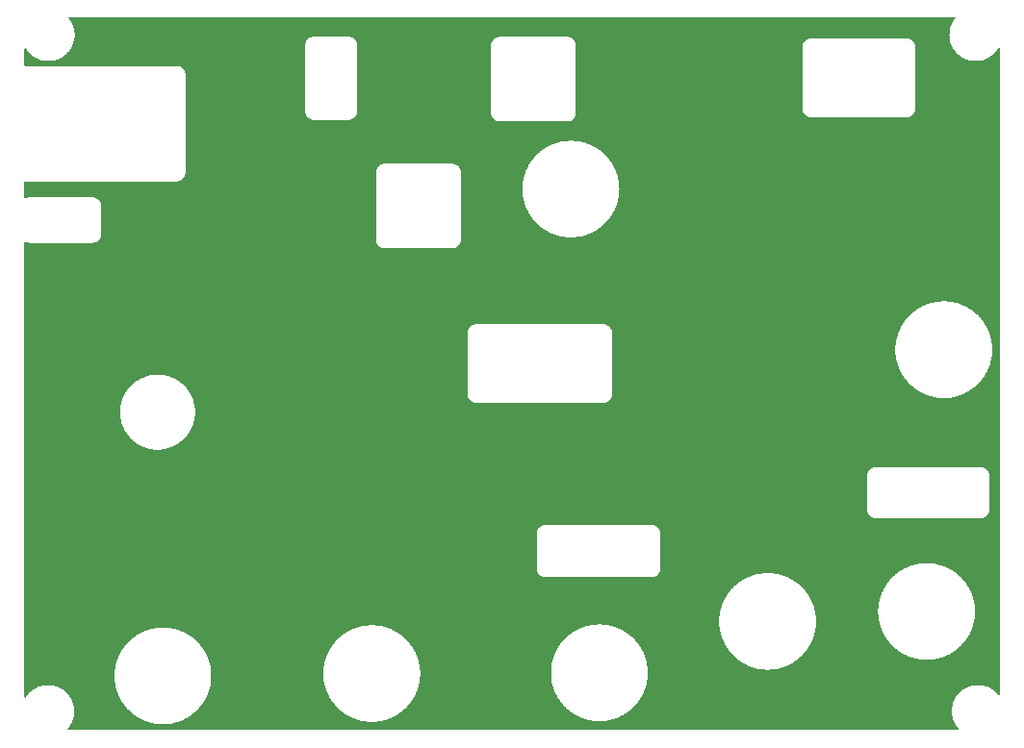
<source format=gtl>
G04 MADE WITH FRITZING*
G04 WWW.FRITZING.ORG*
G04 DOUBLE SIDED*
G04 HOLES PLATED*
G04 CONTOUR ON CENTER OF CONTOUR VECTOR*
%ASAXBY*%
%FSLAX23Y23*%
%MOIN*%
%OFA0B0*%
%SFA1.0B1.0*%
%ADD10C,0.075000*%
%ADD11R,0.001000X0.001000*%
%LNCOPPER1*%
G90*
G70*
G54D10*
X262Y2776D03*
G54D11*
X198Y2822D02*
X3264Y2822D01*
X197Y2821D02*
X3265Y2821D01*
X196Y2820D02*
X3266Y2820D01*
X196Y2819D02*
X3266Y2819D01*
X197Y2818D02*
X3265Y2818D01*
X198Y2817D02*
X3265Y2817D01*
X198Y2816D02*
X3264Y2816D01*
X199Y2815D02*
X3263Y2815D01*
X200Y2814D02*
X3262Y2814D01*
X201Y2813D02*
X3262Y2813D01*
X201Y2812D02*
X3261Y2812D01*
X202Y2811D02*
X3260Y2811D01*
X202Y2810D02*
X3260Y2810D01*
X203Y2809D02*
X3259Y2809D01*
X204Y2808D02*
X3259Y2808D01*
X204Y2807D02*
X3258Y2807D01*
X205Y2806D02*
X3257Y2806D01*
X205Y2805D02*
X3257Y2805D01*
X206Y2804D02*
X3256Y2804D01*
X206Y2803D02*
X3256Y2803D01*
X207Y2802D02*
X3255Y2802D01*
X207Y2801D02*
X3255Y2801D01*
X208Y2800D02*
X3254Y2800D01*
X208Y2799D02*
X3254Y2799D01*
X209Y2798D02*
X3253Y2798D01*
X209Y2797D02*
X3253Y2797D01*
X210Y2796D02*
X3252Y2796D01*
X210Y2795D02*
X3252Y2795D01*
X211Y2794D02*
X3252Y2794D01*
X211Y2793D02*
X3251Y2793D01*
X211Y2792D02*
X3251Y2792D01*
X212Y2791D02*
X3251Y2791D01*
X212Y2790D02*
X3250Y2790D01*
X212Y2789D02*
X3250Y2789D01*
X213Y2788D02*
X3249Y2788D01*
X213Y2787D02*
X3249Y2787D01*
X213Y2786D02*
X3249Y2786D01*
X214Y2785D02*
X3249Y2785D01*
X214Y2784D02*
X3248Y2784D01*
X214Y2783D02*
X3248Y2783D01*
X214Y2782D02*
X3248Y2782D01*
X215Y2781D02*
X3248Y2781D01*
X215Y2780D02*
X3247Y2780D01*
X215Y2779D02*
X3247Y2779D01*
X215Y2778D02*
X3247Y2778D01*
X215Y2777D02*
X3247Y2777D01*
X216Y2776D02*
X3247Y2776D01*
X216Y2775D02*
X3247Y2775D01*
X216Y2774D02*
X3246Y2774D01*
X216Y2773D02*
X3246Y2773D01*
X216Y2772D02*
X3246Y2772D01*
X216Y2771D02*
X3246Y2771D01*
X216Y2770D02*
X3246Y2770D01*
X216Y2769D02*
X3246Y2769D01*
X217Y2768D02*
X3246Y2768D01*
X217Y2767D02*
X3246Y2767D01*
X217Y2766D02*
X3246Y2766D01*
X217Y2765D02*
X3246Y2765D01*
X217Y2764D02*
X3246Y2764D01*
X217Y2763D02*
X3246Y2763D01*
X217Y2762D02*
X3245Y2762D01*
X217Y2761D02*
X3245Y2761D01*
X217Y2760D02*
X3245Y2760D01*
X217Y2759D02*
X3245Y2759D01*
X217Y2758D02*
X3245Y2758D01*
X217Y2757D02*
X3246Y2757D01*
X217Y2756D02*
X3246Y2756D01*
X217Y2755D02*
X3246Y2755D01*
X217Y2754D02*
X1037Y2754D01*
X1173Y2754D02*
X1685Y2754D01*
X1927Y2754D02*
X3246Y2754D01*
X216Y2753D02*
X1034Y2753D01*
X1176Y2753D02*
X1680Y2753D01*
X1931Y2753D02*
X3246Y2753D01*
X216Y2752D02*
X1031Y2752D01*
X1179Y2752D02*
X1677Y2752D01*
X1934Y2752D02*
X3246Y2752D01*
X216Y2751D02*
X1030Y2751D01*
X1181Y2751D02*
X1675Y2751D01*
X1937Y2751D02*
X3246Y2751D01*
X216Y2750D02*
X1028Y2750D01*
X1182Y2750D02*
X1673Y2750D01*
X1938Y2750D02*
X3246Y2750D01*
X216Y2749D02*
X1026Y2749D01*
X1184Y2749D02*
X1672Y2749D01*
X1940Y2749D02*
X3246Y2749D01*
X216Y2748D02*
X1025Y2748D01*
X1185Y2748D02*
X1670Y2748D01*
X1941Y2748D02*
X2760Y2748D01*
X3106Y2748D02*
X3246Y2748D01*
X216Y2747D02*
X1024Y2747D01*
X1186Y2747D02*
X1669Y2747D01*
X1943Y2747D02*
X2757Y2747D01*
X3109Y2747D02*
X3247Y2747D01*
X215Y2746D02*
X1023Y2746D01*
X1187Y2746D02*
X1668Y2746D01*
X1944Y2746D02*
X2755Y2746D01*
X3111Y2746D02*
X3247Y2746D01*
X215Y2745D02*
X1022Y2745D01*
X1188Y2745D02*
X1667Y2745D01*
X1945Y2745D02*
X2753Y2745D01*
X3113Y2745D02*
X3247Y2745D01*
X215Y2744D02*
X1021Y2744D01*
X1189Y2744D02*
X1666Y2744D01*
X1946Y2744D02*
X2751Y2744D01*
X3115Y2744D02*
X3247Y2744D01*
X215Y2743D02*
X1020Y2743D01*
X1190Y2743D02*
X1665Y2743D01*
X1946Y2743D02*
X2749Y2743D01*
X3116Y2743D02*
X3247Y2743D01*
X215Y2742D02*
X1020Y2742D01*
X1191Y2742D02*
X1664Y2742D01*
X1947Y2742D02*
X2748Y2742D01*
X3118Y2742D02*
X3247Y2742D01*
X214Y2741D02*
X1019Y2741D01*
X1191Y2741D02*
X1664Y2741D01*
X1948Y2741D02*
X2747Y2741D01*
X3119Y2741D02*
X3248Y2741D01*
X214Y2740D02*
X1018Y2740D01*
X1192Y2740D02*
X1663Y2740D01*
X1949Y2740D02*
X2746Y2740D01*
X3120Y2740D02*
X3248Y2740D01*
X214Y2739D02*
X1018Y2739D01*
X1192Y2739D02*
X1662Y2739D01*
X1949Y2739D02*
X2745Y2739D01*
X3121Y2739D02*
X3248Y2739D01*
X214Y2738D02*
X1017Y2738D01*
X1193Y2738D02*
X1662Y2738D01*
X1950Y2738D02*
X2744Y2738D01*
X3122Y2738D02*
X3248Y2738D01*
X213Y2737D02*
X1017Y2737D01*
X1193Y2737D02*
X1661Y2737D01*
X1950Y2737D02*
X2743Y2737D01*
X3123Y2737D02*
X3249Y2737D01*
X213Y2736D02*
X1016Y2736D01*
X1194Y2736D02*
X1661Y2736D01*
X1951Y2736D02*
X2743Y2736D01*
X3123Y2736D02*
X3249Y2736D01*
X213Y2735D02*
X1016Y2735D01*
X1194Y2735D02*
X1661Y2735D01*
X1951Y2735D02*
X2742Y2735D01*
X3124Y2735D02*
X3249Y2735D01*
X213Y2734D02*
X1016Y2734D01*
X1195Y2734D02*
X1660Y2734D01*
X1951Y2734D02*
X2741Y2734D01*
X3125Y2734D02*
X3249Y2734D01*
X212Y2733D02*
X1015Y2733D01*
X1195Y2733D02*
X1660Y2733D01*
X1952Y2733D02*
X2741Y2733D01*
X3125Y2733D02*
X3250Y2733D01*
X212Y2732D02*
X1015Y2732D01*
X1195Y2732D02*
X1660Y2732D01*
X1952Y2732D02*
X2740Y2732D01*
X3126Y2732D02*
X3250Y2732D01*
X212Y2731D02*
X1015Y2731D01*
X1195Y2731D02*
X1659Y2731D01*
X1952Y2731D02*
X2740Y2731D01*
X3126Y2731D02*
X3251Y2731D01*
X211Y2730D02*
X1015Y2730D01*
X1196Y2730D02*
X1659Y2730D01*
X1952Y2730D02*
X2739Y2730D01*
X3126Y2730D02*
X3251Y2730D01*
X211Y2729D02*
X1015Y2729D01*
X1196Y2729D02*
X1659Y2729D01*
X1953Y2729D02*
X2739Y2729D01*
X3127Y2729D02*
X3251Y2729D01*
X211Y2728D02*
X1014Y2728D01*
X1196Y2728D02*
X1659Y2728D01*
X1953Y2728D02*
X2739Y2728D01*
X3127Y2728D02*
X3252Y2728D01*
X210Y2727D02*
X1014Y2727D01*
X1196Y2727D02*
X1659Y2727D01*
X1953Y2727D02*
X2738Y2727D01*
X3128Y2727D02*
X3252Y2727D01*
X210Y2726D02*
X1014Y2726D01*
X1196Y2726D02*
X1659Y2726D01*
X1953Y2726D02*
X2738Y2726D01*
X3128Y2726D02*
X3252Y2726D01*
X209Y2725D02*
X1014Y2725D01*
X1196Y2725D02*
X1659Y2725D01*
X1953Y2725D02*
X2738Y2725D01*
X3128Y2725D02*
X3253Y2725D01*
X209Y2724D02*
X1014Y2724D01*
X1196Y2724D02*
X1658Y2724D01*
X1953Y2724D02*
X2738Y2724D01*
X3128Y2724D02*
X3253Y2724D01*
X208Y2723D02*
X1014Y2723D01*
X1196Y2723D02*
X1658Y2723D01*
X1953Y2723D02*
X2738Y2723D01*
X3128Y2723D02*
X3254Y2723D01*
X208Y2722D02*
X1014Y2722D01*
X1196Y2722D02*
X1658Y2722D01*
X1953Y2722D02*
X2737Y2722D01*
X3128Y2722D02*
X3254Y2722D01*
X207Y2721D02*
X1014Y2721D01*
X1196Y2721D02*
X1658Y2721D01*
X1953Y2721D02*
X2737Y2721D01*
X3129Y2721D02*
X3255Y2721D01*
X207Y2720D02*
X1014Y2720D01*
X1196Y2720D02*
X1658Y2720D01*
X1953Y2720D02*
X2737Y2720D01*
X3129Y2720D02*
X3255Y2720D01*
X206Y2719D02*
X1014Y2719D01*
X1196Y2719D02*
X1658Y2719D01*
X1953Y2719D02*
X2737Y2719D01*
X3129Y2719D02*
X3256Y2719D01*
X206Y2718D02*
X1014Y2718D01*
X1196Y2718D02*
X1658Y2718D01*
X1953Y2718D02*
X2737Y2718D01*
X3129Y2718D02*
X3256Y2718D01*
X205Y2717D02*
X1014Y2717D01*
X1196Y2717D02*
X1658Y2717D01*
X1953Y2717D02*
X2737Y2717D01*
X3129Y2717D02*
X3257Y2717D01*
X3418Y2717D02*
X3419Y2717D01*
X205Y2716D02*
X1014Y2716D01*
X1196Y2716D02*
X1658Y2716D01*
X1953Y2716D02*
X2737Y2716D01*
X3129Y2716D02*
X3257Y2716D01*
X3416Y2716D02*
X3420Y2716D01*
X204Y2715D02*
X1014Y2715D01*
X1196Y2715D02*
X1658Y2715D01*
X1953Y2715D02*
X2737Y2715D01*
X3129Y2715D02*
X3258Y2715D01*
X3416Y2715D02*
X3421Y2715D01*
X44Y2714D02*
X47Y2714D01*
X204Y2714D02*
X1014Y2714D01*
X1196Y2714D02*
X1658Y2714D01*
X1953Y2714D02*
X2737Y2714D01*
X3129Y2714D02*
X3259Y2714D01*
X3415Y2714D02*
X3421Y2714D01*
X43Y2713D02*
X48Y2713D01*
X203Y2713D02*
X1014Y2713D01*
X1196Y2713D02*
X1658Y2713D01*
X1953Y2713D02*
X2737Y2713D01*
X3129Y2713D02*
X3259Y2713D01*
X3415Y2713D02*
X3421Y2713D01*
X43Y2712D02*
X48Y2712D01*
X202Y2712D02*
X1014Y2712D01*
X1196Y2712D02*
X1658Y2712D01*
X1953Y2712D02*
X2737Y2712D01*
X3129Y2712D02*
X3260Y2712D01*
X3414Y2712D02*
X3421Y2712D01*
X43Y2711D02*
X49Y2711D01*
X202Y2711D02*
X1014Y2711D01*
X1196Y2711D02*
X1658Y2711D01*
X1953Y2711D02*
X2737Y2711D01*
X3129Y2711D02*
X3260Y2711D01*
X3413Y2711D02*
X3421Y2711D01*
X43Y2710D02*
X50Y2710D01*
X201Y2710D02*
X1014Y2710D01*
X1196Y2710D02*
X1658Y2710D01*
X1953Y2710D02*
X2737Y2710D01*
X3129Y2710D02*
X3261Y2710D01*
X3413Y2710D02*
X3421Y2710D01*
X43Y2709D02*
X50Y2709D01*
X200Y2709D02*
X1014Y2709D01*
X1196Y2709D02*
X1658Y2709D01*
X1953Y2709D02*
X2737Y2709D01*
X3129Y2709D02*
X3262Y2709D01*
X3412Y2709D02*
X3421Y2709D01*
X43Y2708D02*
X51Y2708D01*
X200Y2708D02*
X1014Y2708D01*
X1196Y2708D02*
X1658Y2708D01*
X1953Y2708D02*
X2737Y2708D01*
X3129Y2708D02*
X3263Y2708D01*
X3411Y2708D02*
X3421Y2708D01*
X43Y2707D02*
X52Y2707D01*
X199Y2707D02*
X1014Y2707D01*
X1196Y2707D02*
X1658Y2707D01*
X1953Y2707D02*
X2737Y2707D01*
X3129Y2707D02*
X3263Y2707D01*
X3411Y2707D02*
X3421Y2707D01*
X43Y2706D02*
X52Y2706D01*
X198Y2706D02*
X1014Y2706D01*
X1196Y2706D02*
X1658Y2706D01*
X1953Y2706D02*
X2737Y2706D01*
X3129Y2706D02*
X3264Y2706D01*
X3410Y2706D02*
X3421Y2706D01*
X43Y2705D02*
X53Y2705D01*
X197Y2705D02*
X1014Y2705D01*
X1196Y2705D02*
X1658Y2705D01*
X1953Y2705D02*
X2737Y2705D01*
X3129Y2705D02*
X3265Y2705D01*
X3409Y2705D02*
X3421Y2705D01*
X43Y2704D02*
X54Y2704D01*
X197Y2704D02*
X1014Y2704D01*
X1196Y2704D02*
X1658Y2704D01*
X1953Y2704D02*
X2737Y2704D01*
X3129Y2704D02*
X3266Y2704D01*
X3408Y2704D02*
X3421Y2704D01*
X43Y2703D02*
X55Y2703D01*
X196Y2703D02*
X1014Y2703D01*
X1196Y2703D02*
X1658Y2703D01*
X1953Y2703D02*
X2737Y2703D01*
X3129Y2703D02*
X3266Y2703D01*
X3407Y2703D02*
X3421Y2703D01*
X43Y2702D02*
X56Y2702D01*
X195Y2702D02*
X1014Y2702D01*
X1196Y2702D02*
X1658Y2702D01*
X1953Y2702D02*
X2737Y2702D01*
X3129Y2702D02*
X3267Y2702D01*
X3407Y2702D02*
X3421Y2702D01*
X43Y2701D02*
X57Y2701D01*
X194Y2701D02*
X1014Y2701D01*
X1196Y2701D02*
X1658Y2701D01*
X1953Y2701D02*
X2737Y2701D01*
X3129Y2701D02*
X3268Y2701D01*
X3406Y2701D02*
X3421Y2701D01*
X43Y2700D02*
X57Y2700D01*
X193Y2700D02*
X1014Y2700D01*
X1196Y2700D02*
X1658Y2700D01*
X1953Y2700D02*
X2737Y2700D01*
X3129Y2700D02*
X3269Y2700D01*
X3405Y2700D02*
X3421Y2700D01*
X43Y2699D02*
X58Y2699D01*
X192Y2699D02*
X1014Y2699D01*
X1196Y2699D02*
X1658Y2699D01*
X1953Y2699D02*
X2737Y2699D01*
X3129Y2699D02*
X3270Y2699D01*
X3404Y2699D02*
X3421Y2699D01*
X43Y2698D02*
X59Y2698D01*
X191Y2698D02*
X1014Y2698D01*
X1196Y2698D02*
X1658Y2698D01*
X1953Y2698D02*
X2737Y2698D01*
X3129Y2698D02*
X3271Y2698D01*
X3403Y2698D02*
X3421Y2698D01*
X43Y2697D02*
X60Y2697D01*
X190Y2697D02*
X1014Y2697D01*
X1196Y2697D02*
X1658Y2697D01*
X1953Y2697D02*
X2737Y2697D01*
X3129Y2697D02*
X3272Y2697D01*
X3402Y2697D02*
X3421Y2697D01*
X43Y2696D02*
X61Y2696D01*
X189Y2696D02*
X1014Y2696D01*
X1196Y2696D02*
X1658Y2696D01*
X1953Y2696D02*
X2737Y2696D01*
X3129Y2696D02*
X3273Y2696D01*
X3401Y2696D02*
X3421Y2696D01*
X43Y2695D02*
X62Y2695D01*
X188Y2695D02*
X1014Y2695D01*
X1196Y2695D02*
X1658Y2695D01*
X1953Y2695D02*
X2737Y2695D01*
X3129Y2695D02*
X3274Y2695D01*
X3400Y2695D02*
X3421Y2695D01*
X43Y2694D02*
X63Y2694D01*
X187Y2694D02*
X1014Y2694D01*
X1196Y2694D02*
X1658Y2694D01*
X1953Y2694D02*
X2737Y2694D01*
X3129Y2694D02*
X3275Y2694D01*
X3399Y2694D02*
X3421Y2694D01*
X43Y2693D02*
X65Y2693D01*
X186Y2693D02*
X1014Y2693D01*
X1196Y2693D02*
X1658Y2693D01*
X1953Y2693D02*
X2737Y2693D01*
X3129Y2693D02*
X3276Y2693D01*
X3398Y2693D02*
X3421Y2693D01*
X43Y2692D02*
X66Y2692D01*
X185Y2692D02*
X1014Y2692D01*
X1196Y2692D02*
X1658Y2692D01*
X1953Y2692D02*
X2737Y2692D01*
X3129Y2692D02*
X3277Y2692D01*
X3397Y2692D02*
X3421Y2692D01*
X43Y2691D02*
X67Y2691D01*
X184Y2691D02*
X1014Y2691D01*
X1196Y2691D02*
X1658Y2691D01*
X1953Y2691D02*
X2737Y2691D01*
X3129Y2691D02*
X3278Y2691D01*
X3395Y2691D02*
X3421Y2691D01*
X43Y2690D02*
X68Y2690D01*
X183Y2690D02*
X1014Y2690D01*
X1196Y2690D02*
X1658Y2690D01*
X1953Y2690D02*
X2737Y2690D01*
X3129Y2690D02*
X3280Y2690D01*
X3394Y2690D02*
X3421Y2690D01*
X43Y2689D02*
X69Y2689D01*
X181Y2689D02*
X1014Y2689D01*
X1196Y2689D02*
X1658Y2689D01*
X1953Y2689D02*
X2737Y2689D01*
X3129Y2689D02*
X3281Y2689D01*
X3393Y2689D02*
X3421Y2689D01*
X43Y2688D02*
X71Y2688D01*
X180Y2688D02*
X1014Y2688D01*
X1196Y2688D02*
X1658Y2688D01*
X1953Y2688D02*
X2737Y2688D01*
X3129Y2688D02*
X3282Y2688D01*
X3391Y2688D02*
X3421Y2688D01*
X43Y2687D02*
X72Y2687D01*
X179Y2687D02*
X1014Y2687D01*
X1196Y2687D02*
X1658Y2687D01*
X1953Y2687D02*
X2737Y2687D01*
X3129Y2687D02*
X3284Y2687D01*
X3390Y2687D02*
X3421Y2687D01*
X43Y2686D02*
X73Y2686D01*
X177Y2686D02*
X1014Y2686D01*
X1196Y2686D02*
X1658Y2686D01*
X1953Y2686D02*
X2737Y2686D01*
X3129Y2686D02*
X3285Y2686D01*
X3389Y2686D02*
X3421Y2686D01*
X43Y2685D02*
X75Y2685D01*
X176Y2685D02*
X1014Y2685D01*
X1196Y2685D02*
X1658Y2685D01*
X1953Y2685D02*
X2737Y2685D01*
X3129Y2685D02*
X3287Y2685D01*
X3387Y2685D02*
X3421Y2685D01*
X43Y2684D02*
X77Y2684D01*
X174Y2684D02*
X1014Y2684D01*
X1196Y2684D02*
X1658Y2684D01*
X1953Y2684D02*
X2737Y2684D01*
X3129Y2684D02*
X3288Y2684D01*
X3386Y2684D02*
X3421Y2684D01*
X43Y2683D02*
X78Y2683D01*
X172Y2683D02*
X1014Y2683D01*
X1196Y2683D02*
X1658Y2683D01*
X1953Y2683D02*
X2737Y2683D01*
X3129Y2683D02*
X3290Y2683D01*
X3384Y2683D02*
X3421Y2683D01*
X43Y2682D02*
X80Y2682D01*
X171Y2682D02*
X1014Y2682D01*
X1196Y2682D02*
X1658Y2682D01*
X1953Y2682D02*
X2737Y2682D01*
X3129Y2682D02*
X3292Y2682D01*
X3382Y2682D02*
X3421Y2682D01*
X43Y2681D02*
X82Y2681D01*
X169Y2681D02*
X1014Y2681D01*
X1196Y2681D02*
X1658Y2681D01*
X1953Y2681D02*
X2737Y2681D01*
X3129Y2681D02*
X3293Y2681D01*
X3381Y2681D02*
X3421Y2681D01*
X43Y2680D02*
X84Y2680D01*
X167Y2680D02*
X1014Y2680D01*
X1196Y2680D02*
X1658Y2680D01*
X1953Y2680D02*
X2737Y2680D01*
X3129Y2680D02*
X3295Y2680D01*
X3379Y2680D02*
X3421Y2680D01*
X43Y2679D02*
X86Y2679D01*
X165Y2679D02*
X1014Y2679D01*
X1196Y2679D02*
X1658Y2679D01*
X1953Y2679D02*
X2737Y2679D01*
X3129Y2679D02*
X3297Y2679D01*
X3376Y2679D02*
X3421Y2679D01*
X43Y2678D02*
X88Y2678D01*
X163Y2678D02*
X1014Y2678D01*
X1196Y2678D02*
X1658Y2678D01*
X1953Y2678D02*
X2737Y2678D01*
X3129Y2678D02*
X3299Y2678D01*
X3374Y2678D02*
X3421Y2678D01*
X43Y2677D02*
X90Y2677D01*
X161Y2677D02*
X1014Y2677D01*
X1196Y2677D02*
X1658Y2677D01*
X1953Y2677D02*
X2737Y2677D01*
X3129Y2677D02*
X3302Y2677D01*
X3372Y2677D02*
X3421Y2677D01*
X43Y2676D02*
X93Y2676D01*
X158Y2676D02*
X1014Y2676D01*
X1196Y2676D02*
X1658Y2676D01*
X1953Y2676D02*
X2737Y2676D01*
X3129Y2676D02*
X3304Y2676D01*
X3369Y2676D02*
X3421Y2676D01*
X43Y2675D02*
X96Y2675D01*
X155Y2675D02*
X1014Y2675D01*
X1196Y2675D02*
X1658Y2675D01*
X1953Y2675D02*
X2737Y2675D01*
X3129Y2675D02*
X3307Y2675D01*
X3367Y2675D02*
X3421Y2675D01*
X43Y2674D02*
X98Y2674D01*
X152Y2674D02*
X1014Y2674D01*
X1196Y2674D02*
X1658Y2674D01*
X1953Y2674D02*
X2737Y2674D01*
X3129Y2674D02*
X3310Y2674D01*
X3364Y2674D02*
X3421Y2674D01*
X43Y2673D02*
X102Y2673D01*
X148Y2673D02*
X1014Y2673D01*
X1196Y2673D02*
X1658Y2673D01*
X1953Y2673D02*
X2737Y2673D01*
X3129Y2673D02*
X3314Y2673D01*
X3360Y2673D02*
X3421Y2673D01*
X43Y2672D02*
X106Y2672D01*
X145Y2672D02*
X1014Y2672D01*
X1196Y2672D02*
X1658Y2672D01*
X1953Y2672D02*
X2737Y2672D01*
X3129Y2672D02*
X3318Y2672D01*
X3356Y2672D02*
X3421Y2672D01*
X43Y2671D02*
X113Y2671D01*
X138Y2671D02*
X1014Y2671D01*
X1196Y2671D02*
X1658Y2671D01*
X1953Y2671D02*
X2737Y2671D01*
X3129Y2671D02*
X3324Y2671D01*
X3350Y2671D02*
X3421Y2671D01*
X43Y2670D02*
X1014Y2670D01*
X1196Y2670D02*
X1658Y2670D01*
X1953Y2670D02*
X2737Y2670D01*
X3129Y2670D02*
X3421Y2670D01*
X43Y2669D02*
X1014Y2669D01*
X1196Y2669D02*
X1658Y2669D01*
X1953Y2669D02*
X2737Y2669D01*
X3129Y2669D02*
X3421Y2669D01*
X43Y2668D02*
X1014Y2668D01*
X1196Y2668D02*
X1658Y2668D01*
X1953Y2668D02*
X2737Y2668D01*
X3129Y2668D02*
X3421Y2668D01*
X43Y2667D02*
X1014Y2667D01*
X1196Y2667D02*
X1658Y2667D01*
X1953Y2667D02*
X2737Y2667D01*
X3129Y2667D02*
X3421Y2667D01*
X43Y2666D02*
X1014Y2666D01*
X1196Y2666D02*
X1658Y2666D01*
X1953Y2666D02*
X2737Y2666D01*
X3129Y2666D02*
X3421Y2666D01*
X43Y2665D02*
X1014Y2665D01*
X1196Y2665D02*
X1658Y2665D01*
X1953Y2665D02*
X2737Y2665D01*
X3129Y2665D02*
X3421Y2665D01*
X43Y2664D02*
X1014Y2664D01*
X1196Y2664D02*
X1658Y2664D01*
X1953Y2664D02*
X2737Y2664D01*
X3129Y2664D02*
X3421Y2664D01*
X43Y2663D02*
X1014Y2663D01*
X1196Y2663D02*
X1658Y2663D01*
X1953Y2663D02*
X2737Y2663D01*
X3129Y2663D02*
X3421Y2663D01*
X43Y2662D02*
X1014Y2662D01*
X1196Y2662D02*
X1658Y2662D01*
X1953Y2662D02*
X2737Y2662D01*
X3129Y2662D02*
X3421Y2662D01*
X43Y2661D02*
X1014Y2661D01*
X1196Y2661D02*
X1658Y2661D01*
X1953Y2661D02*
X2737Y2661D01*
X3129Y2661D02*
X3421Y2661D01*
X43Y2660D02*
X1014Y2660D01*
X1196Y2660D02*
X1658Y2660D01*
X1953Y2660D02*
X2737Y2660D01*
X3129Y2660D02*
X3421Y2660D01*
X43Y2659D02*
X1014Y2659D01*
X1196Y2659D02*
X1658Y2659D01*
X1953Y2659D02*
X2737Y2659D01*
X3129Y2659D02*
X3421Y2659D01*
X43Y2658D02*
X1014Y2658D01*
X1196Y2658D02*
X1658Y2658D01*
X1953Y2658D02*
X2737Y2658D01*
X3129Y2658D02*
X3421Y2658D01*
X43Y2657D02*
X1014Y2657D01*
X1196Y2657D02*
X1658Y2657D01*
X1953Y2657D02*
X2737Y2657D01*
X3129Y2657D02*
X3421Y2657D01*
X43Y2656D02*
X1014Y2656D01*
X1196Y2656D02*
X1658Y2656D01*
X1953Y2656D02*
X2737Y2656D01*
X3129Y2656D02*
X3421Y2656D01*
X43Y2655D02*
X1014Y2655D01*
X1196Y2655D02*
X1658Y2655D01*
X1953Y2655D02*
X2737Y2655D01*
X3129Y2655D02*
X3421Y2655D01*
X44Y2654D02*
X1014Y2654D01*
X1196Y2654D02*
X1658Y2654D01*
X1953Y2654D02*
X2737Y2654D01*
X3129Y2654D02*
X3421Y2654D01*
X577Y2653D02*
X1014Y2653D01*
X1196Y2653D02*
X1658Y2653D01*
X1953Y2653D02*
X2737Y2653D01*
X3129Y2653D02*
X3421Y2653D01*
X581Y2652D02*
X1014Y2652D01*
X1196Y2652D02*
X1658Y2652D01*
X1953Y2652D02*
X2737Y2652D01*
X3129Y2652D02*
X3421Y2652D01*
X583Y2651D02*
X1014Y2651D01*
X1196Y2651D02*
X1658Y2651D01*
X1953Y2651D02*
X2737Y2651D01*
X3129Y2651D02*
X3421Y2651D01*
X585Y2650D02*
X1014Y2650D01*
X1196Y2650D02*
X1658Y2650D01*
X1953Y2650D02*
X2737Y2650D01*
X3129Y2650D02*
X3421Y2650D01*
X587Y2649D02*
X1014Y2649D01*
X1196Y2649D02*
X1658Y2649D01*
X1953Y2649D02*
X2737Y2649D01*
X3129Y2649D02*
X3421Y2649D01*
X589Y2648D02*
X1014Y2648D01*
X1196Y2648D02*
X1658Y2648D01*
X1953Y2648D02*
X2737Y2648D01*
X3129Y2648D02*
X3421Y2648D01*
X590Y2647D02*
X1014Y2647D01*
X1196Y2647D02*
X1658Y2647D01*
X1953Y2647D02*
X2737Y2647D01*
X3129Y2647D02*
X3421Y2647D01*
X591Y2646D02*
X1014Y2646D01*
X1196Y2646D02*
X1658Y2646D01*
X1953Y2646D02*
X2737Y2646D01*
X3129Y2646D02*
X3421Y2646D01*
X592Y2645D02*
X1014Y2645D01*
X1196Y2645D02*
X1658Y2645D01*
X1953Y2645D02*
X2737Y2645D01*
X3129Y2645D02*
X3421Y2645D01*
X593Y2644D02*
X1014Y2644D01*
X1196Y2644D02*
X1658Y2644D01*
X1953Y2644D02*
X2737Y2644D01*
X3129Y2644D02*
X3421Y2644D01*
X594Y2643D02*
X1014Y2643D01*
X1196Y2643D02*
X1658Y2643D01*
X1953Y2643D02*
X2737Y2643D01*
X3129Y2643D02*
X3421Y2643D01*
X595Y2642D02*
X1014Y2642D01*
X1196Y2642D02*
X1658Y2642D01*
X1953Y2642D02*
X2737Y2642D01*
X3129Y2642D02*
X3421Y2642D01*
X595Y2641D02*
X1014Y2641D01*
X1196Y2641D02*
X1658Y2641D01*
X1953Y2641D02*
X2737Y2641D01*
X3129Y2641D02*
X3421Y2641D01*
X596Y2640D02*
X1014Y2640D01*
X1196Y2640D02*
X1658Y2640D01*
X1953Y2640D02*
X2737Y2640D01*
X3129Y2640D02*
X3421Y2640D01*
X597Y2639D02*
X1014Y2639D01*
X1196Y2639D02*
X1658Y2639D01*
X1953Y2639D02*
X2737Y2639D01*
X3129Y2639D02*
X3421Y2639D01*
X597Y2638D02*
X1014Y2638D01*
X1196Y2638D02*
X1658Y2638D01*
X1953Y2638D02*
X2737Y2638D01*
X3129Y2638D02*
X3421Y2638D01*
X598Y2637D02*
X1014Y2637D01*
X1196Y2637D02*
X1658Y2637D01*
X1953Y2637D02*
X2737Y2637D01*
X3129Y2637D02*
X3421Y2637D01*
X598Y2636D02*
X1014Y2636D01*
X1196Y2636D02*
X1658Y2636D01*
X1953Y2636D02*
X2737Y2636D01*
X3129Y2636D02*
X3421Y2636D01*
X599Y2635D02*
X1014Y2635D01*
X1196Y2635D02*
X1658Y2635D01*
X1953Y2635D02*
X2737Y2635D01*
X3129Y2635D02*
X3421Y2635D01*
X599Y2634D02*
X1014Y2634D01*
X1196Y2634D02*
X1658Y2634D01*
X1953Y2634D02*
X2737Y2634D01*
X3129Y2634D02*
X3421Y2634D01*
X599Y2633D02*
X1014Y2633D01*
X1196Y2633D02*
X1658Y2633D01*
X1953Y2633D02*
X2737Y2633D01*
X3129Y2633D02*
X3421Y2633D01*
X600Y2632D02*
X1014Y2632D01*
X1196Y2632D02*
X1658Y2632D01*
X1953Y2632D02*
X2737Y2632D01*
X3129Y2632D02*
X3421Y2632D01*
X600Y2631D02*
X1014Y2631D01*
X1196Y2631D02*
X1658Y2631D01*
X1953Y2631D02*
X2737Y2631D01*
X3129Y2631D02*
X3421Y2631D01*
X600Y2630D02*
X1014Y2630D01*
X1196Y2630D02*
X1658Y2630D01*
X1953Y2630D02*
X2737Y2630D01*
X3129Y2630D02*
X3421Y2630D01*
X600Y2629D02*
X1014Y2629D01*
X1196Y2629D02*
X1658Y2629D01*
X1953Y2629D02*
X2737Y2629D01*
X3129Y2629D02*
X3421Y2629D01*
X601Y2628D02*
X1014Y2628D01*
X1196Y2628D02*
X1658Y2628D01*
X1953Y2628D02*
X2737Y2628D01*
X3129Y2628D02*
X3421Y2628D01*
X601Y2627D02*
X1014Y2627D01*
X1196Y2627D02*
X1658Y2627D01*
X1953Y2627D02*
X2737Y2627D01*
X3129Y2627D02*
X3421Y2627D01*
X601Y2626D02*
X1014Y2626D01*
X1196Y2626D02*
X1658Y2626D01*
X1953Y2626D02*
X2737Y2626D01*
X3129Y2626D02*
X3421Y2626D01*
X601Y2625D02*
X1014Y2625D01*
X1196Y2625D02*
X1658Y2625D01*
X1953Y2625D02*
X2737Y2625D01*
X3129Y2625D02*
X3421Y2625D01*
X601Y2624D02*
X1014Y2624D01*
X1196Y2624D02*
X1658Y2624D01*
X1953Y2624D02*
X2737Y2624D01*
X3129Y2624D02*
X3421Y2624D01*
X601Y2623D02*
X1014Y2623D01*
X1196Y2623D02*
X1658Y2623D01*
X1953Y2623D02*
X2737Y2623D01*
X3129Y2623D02*
X3421Y2623D01*
X601Y2622D02*
X1014Y2622D01*
X1196Y2622D02*
X1658Y2622D01*
X1953Y2622D02*
X2737Y2622D01*
X3129Y2622D02*
X3421Y2622D01*
X601Y2621D02*
X1014Y2621D01*
X1196Y2621D02*
X1658Y2621D01*
X1953Y2621D02*
X2737Y2621D01*
X3129Y2621D02*
X3421Y2621D01*
X601Y2620D02*
X1014Y2620D01*
X1196Y2620D02*
X1658Y2620D01*
X1953Y2620D02*
X2737Y2620D01*
X3129Y2620D02*
X3421Y2620D01*
X601Y2619D02*
X1014Y2619D01*
X1196Y2619D02*
X1658Y2619D01*
X1953Y2619D02*
X2737Y2619D01*
X3129Y2619D02*
X3421Y2619D01*
X601Y2618D02*
X1014Y2618D01*
X1196Y2618D02*
X1658Y2618D01*
X1953Y2618D02*
X2737Y2618D01*
X3129Y2618D02*
X3421Y2618D01*
X601Y2617D02*
X1014Y2617D01*
X1196Y2617D02*
X1658Y2617D01*
X1953Y2617D02*
X2737Y2617D01*
X3129Y2617D02*
X3421Y2617D01*
X601Y2616D02*
X1014Y2616D01*
X1196Y2616D02*
X1658Y2616D01*
X1953Y2616D02*
X2737Y2616D01*
X3129Y2616D02*
X3421Y2616D01*
X601Y2615D02*
X1014Y2615D01*
X1196Y2615D02*
X1658Y2615D01*
X1953Y2615D02*
X2737Y2615D01*
X3129Y2615D02*
X3421Y2615D01*
X601Y2614D02*
X1014Y2614D01*
X1196Y2614D02*
X1658Y2614D01*
X1953Y2614D02*
X2737Y2614D01*
X3129Y2614D02*
X3421Y2614D01*
X601Y2613D02*
X1014Y2613D01*
X1196Y2613D02*
X1658Y2613D01*
X1953Y2613D02*
X2737Y2613D01*
X3129Y2613D02*
X3421Y2613D01*
X601Y2612D02*
X1014Y2612D01*
X1196Y2612D02*
X1658Y2612D01*
X1953Y2612D02*
X2737Y2612D01*
X3129Y2612D02*
X3421Y2612D01*
X601Y2611D02*
X1014Y2611D01*
X1196Y2611D02*
X1658Y2611D01*
X1953Y2611D02*
X2737Y2611D01*
X3129Y2611D02*
X3421Y2611D01*
X601Y2610D02*
X1014Y2610D01*
X1196Y2610D02*
X1658Y2610D01*
X1953Y2610D02*
X2737Y2610D01*
X3129Y2610D02*
X3421Y2610D01*
X601Y2609D02*
X1014Y2609D01*
X1196Y2609D02*
X1658Y2609D01*
X1953Y2609D02*
X2737Y2609D01*
X3129Y2609D02*
X3421Y2609D01*
X601Y2608D02*
X1014Y2608D01*
X1196Y2608D02*
X1658Y2608D01*
X1953Y2608D02*
X2737Y2608D01*
X3129Y2608D02*
X3421Y2608D01*
X601Y2607D02*
X1014Y2607D01*
X1196Y2607D02*
X1658Y2607D01*
X1953Y2607D02*
X2737Y2607D01*
X3129Y2607D02*
X3421Y2607D01*
X601Y2606D02*
X1014Y2606D01*
X1196Y2606D02*
X1658Y2606D01*
X1953Y2606D02*
X2737Y2606D01*
X3129Y2606D02*
X3421Y2606D01*
X601Y2605D02*
X1014Y2605D01*
X1196Y2605D02*
X1658Y2605D01*
X1953Y2605D02*
X2737Y2605D01*
X3129Y2605D02*
X3421Y2605D01*
X601Y2604D02*
X1014Y2604D01*
X1196Y2604D02*
X1658Y2604D01*
X1953Y2604D02*
X2737Y2604D01*
X3129Y2604D02*
X3421Y2604D01*
X601Y2603D02*
X1014Y2603D01*
X1196Y2603D02*
X1658Y2603D01*
X1953Y2603D02*
X2737Y2603D01*
X3129Y2603D02*
X3421Y2603D01*
X601Y2602D02*
X1014Y2602D01*
X1196Y2602D02*
X1658Y2602D01*
X1953Y2602D02*
X2737Y2602D01*
X3129Y2602D02*
X3421Y2602D01*
X601Y2601D02*
X1014Y2601D01*
X1196Y2601D02*
X1658Y2601D01*
X1953Y2601D02*
X2737Y2601D01*
X3129Y2601D02*
X3421Y2601D01*
X601Y2600D02*
X1014Y2600D01*
X1196Y2600D02*
X1658Y2600D01*
X1953Y2600D02*
X2737Y2600D01*
X3129Y2600D02*
X3421Y2600D01*
X601Y2599D02*
X1014Y2599D01*
X1196Y2599D02*
X1658Y2599D01*
X1953Y2599D02*
X2737Y2599D01*
X3129Y2599D02*
X3421Y2599D01*
X601Y2598D02*
X1014Y2598D01*
X1196Y2598D02*
X1658Y2598D01*
X1953Y2598D02*
X2737Y2598D01*
X3129Y2598D02*
X3421Y2598D01*
X601Y2597D02*
X1014Y2597D01*
X1196Y2597D02*
X1658Y2597D01*
X1953Y2597D02*
X2737Y2597D01*
X3129Y2597D02*
X3421Y2597D01*
X601Y2596D02*
X1014Y2596D01*
X1196Y2596D02*
X1658Y2596D01*
X1953Y2596D02*
X2737Y2596D01*
X3129Y2596D02*
X3421Y2596D01*
X601Y2595D02*
X1014Y2595D01*
X1196Y2595D02*
X1658Y2595D01*
X1953Y2595D02*
X2737Y2595D01*
X3129Y2595D02*
X3421Y2595D01*
X601Y2594D02*
X1014Y2594D01*
X1196Y2594D02*
X1658Y2594D01*
X1953Y2594D02*
X2737Y2594D01*
X3129Y2594D02*
X3421Y2594D01*
X601Y2593D02*
X1014Y2593D01*
X1196Y2593D02*
X1658Y2593D01*
X1953Y2593D02*
X2737Y2593D01*
X3129Y2593D02*
X3421Y2593D01*
X601Y2592D02*
X1014Y2592D01*
X1196Y2592D02*
X1658Y2592D01*
X1953Y2592D02*
X2737Y2592D01*
X3129Y2592D02*
X3421Y2592D01*
X601Y2591D02*
X1014Y2591D01*
X1196Y2591D02*
X1658Y2591D01*
X1953Y2591D02*
X2737Y2591D01*
X3129Y2591D02*
X3421Y2591D01*
X601Y2590D02*
X1014Y2590D01*
X1196Y2590D02*
X1658Y2590D01*
X1953Y2590D02*
X2737Y2590D01*
X3129Y2590D02*
X3421Y2590D01*
X601Y2589D02*
X1014Y2589D01*
X1196Y2589D02*
X1658Y2589D01*
X1953Y2589D02*
X2737Y2589D01*
X3129Y2589D02*
X3421Y2589D01*
X601Y2588D02*
X1014Y2588D01*
X1196Y2588D02*
X1658Y2588D01*
X1953Y2588D02*
X2737Y2588D01*
X3129Y2588D02*
X3421Y2588D01*
X601Y2587D02*
X1014Y2587D01*
X1196Y2587D02*
X1658Y2587D01*
X1953Y2587D02*
X2737Y2587D01*
X3129Y2587D02*
X3421Y2587D01*
X601Y2586D02*
X1014Y2586D01*
X1196Y2586D02*
X1658Y2586D01*
X1953Y2586D02*
X2737Y2586D01*
X3129Y2586D02*
X3421Y2586D01*
X601Y2585D02*
X1014Y2585D01*
X1196Y2585D02*
X1658Y2585D01*
X1953Y2585D02*
X2737Y2585D01*
X3129Y2585D02*
X3421Y2585D01*
X601Y2584D02*
X1014Y2584D01*
X1196Y2584D02*
X1658Y2584D01*
X1953Y2584D02*
X2737Y2584D01*
X3129Y2584D02*
X3421Y2584D01*
X601Y2583D02*
X1014Y2583D01*
X1196Y2583D02*
X1658Y2583D01*
X1953Y2583D02*
X2737Y2583D01*
X3129Y2583D02*
X3421Y2583D01*
X601Y2582D02*
X1014Y2582D01*
X1196Y2582D02*
X1658Y2582D01*
X1953Y2582D02*
X2737Y2582D01*
X3129Y2582D02*
X3421Y2582D01*
X601Y2581D02*
X1014Y2581D01*
X1196Y2581D02*
X1658Y2581D01*
X1953Y2581D02*
X2737Y2581D01*
X3129Y2581D02*
X3421Y2581D01*
X601Y2580D02*
X1014Y2580D01*
X1196Y2580D02*
X1658Y2580D01*
X1953Y2580D02*
X2737Y2580D01*
X3129Y2580D02*
X3421Y2580D01*
X601Y2579D02*
X1014Y2579D01*
X1196Y2579D02*
X1658Y2579D01*
X1953Y2579D02*
X2737Y2579D01*
X3129Y2579D02*
X3421Y2579D01*
X601Y2578D02*
X1014Y2578D01*
X1196Y2578D02*
X1658Y2578D01*
X1953Y2578D02*
X2737Y2578D01*
X3129Y2578D02*
X3421Y2578D01*
X601Y2577D02*
X1014Y2577D01*
X1196Y2577D02*
X1658Y2577D01*
X1953Y2577D02*
X2737Y2577D01*
X3129Y2577D02*
X3421Y2577D01*
X601Y2576D02*
X1014Y2576D01*
X1196Y2576D02*
X1658Y2576D01*
X1953Y2576D02*
X2737Y2576D01*
X3129Y2576D02*
X3421Y2576D01*
X601Y2575D02*
X1014Y2575D01*
X1196Y2575D02*
X1658Y2575D01*
X1953Y2575D02*
X2737Y2575D01*
X3129Y2575D02*
X3421Y2575D01*
X601Y2574D02*
X1014Y2574D01*
X1196Y2574D02*
X1658Y2574D01*
X1953Y2574D02*
X2737Y2574D01*
X3129Y2574D02*
X3421Y2574D01*
X601Y2573D02*
X1014Y2573D01*
X1196Y2573D02*
X1658Y2573D01*
X1953Y2573D02*
X2737Y2573D01*
X3129Y2573D02*
X3421Y2573D01*
X601Y2572D02*
X1014Y2572D01*
X1196Y2572D02*
X1658Y2572D01*
X1953Y2572D02*
X2737Y2572D01*
X3129Y2572D02*
X3421Y2572D01*
X601Y2571D02*
X1014Y2571D01*
X1196Y2571D02*
X1658Y2571D01*
X1953Y2571D02*
X2737Y2571D01*
X3129Y2571D02*
X3421Y2571D01*
X601Y2570D02*
X1014Y2570D01*
X1196Y2570D02*
X1658Y2570D01*
X1953Y2570D02*
X2737Y2570D01*
X3129Y2570D02*
X3421Y2570D01*
X601Y2569D02*
X1014Y2569D01*
X1196Y2569D02*
X1658Y2569D01*
X1953Y2569D02*
X2737Y2569D01*
X3129Y2569D02*
X3421Y2569D01*
X601Y2568D02*
X1014Y2568D01*
X1196Y2568D02*
X1658Y2568D01*
X1953Y2568D02*
X2737Y2568D01*
X3129Y2568D02*
X3421Y2568D01*
X601Y2567D02*
X1014Y2567D01*
X1196Y2567D02*
X1658Y2567D01*
X1953Y2567D02*
X2737Y2567D01*
X3129Y2567D02*
X3421Y2567D01*
X601Y2566D02*
X1014Y2566D01*
X1196Y2566D02*
X1658Y2566D01*
X1953Y2566D02*
X2737Y2566D01*
X3129Y2566D02*
X3421Y2566D01*
X601Y2565D02*
X1014Y2565D01*
X1196Y2565D02*
X1658Y2565D01*
X1953Y2565D02*
X2737Y2565D01*
X3129Y2565D02*
X3421Y2565D01*
X601Y2564D02*
X1014Y2564D01*
X1196Y2564D02*
X1658Y2564D01*
X1953Y2564D02*
X2737Y2564D01*
X3129Y2564D02*
X3421Y2564D01*
X601Y2563D02*
X1014Y2563D01*
X1196Y2563D02*
X1658Y2563D01*
X1953Y2563D02*
X2737Y2563D01*
X3129Y2563D02*
X3421Y2563D01*
X601Y2562D02*
X1014Y2562D01*
X1196Y2562D02*
X1658Y2562D01*
X1953Y2562D02*
X2737Y2562D01*
X3129Y2562D02*
X3421Y2562D01*
X601Y2561D02*
X1014Y2561D01*
X1196Y2561D02*
X1658Y2561D01*
X1953Y2561D02*
X2737Y2561D01*
X3129Y2561D02*
X3421Y2561D01*
X601Y2560D02*
X1014Y2560D01*
X1196Y2560D02*
X1658Y2560D01*
X1953Y2560D02*
X2737Y2560D01*
X3129Y2560D02*
X3421Y2560D01*
X601Y2559D02*
X1014Y2559D01*
X1196Y2559D02*
X1658Y2559D01*
X1953Y2559D02*
X2737Y2559D01*
X3129Y2559D02*
X3421Y2559D01*
X601Y2558D02*
X1014Y2558D01*
X1196Y2558D02*
X1658Y2558D01*
X1953Y2558D02*
X2737Y2558D01*
X3129Y2558D02*
X3421Y2558D01*
X601Y2557D02*
X1014Y2557D01*
X1196Y2557D02*
X1658Y2557D01*
X1953Y2557D02*
X2737Y2557D01*
X3129Y2557D02*
X3421Y2557D01*
X601Y2556D02*
X1014Y2556D01*
X1196Y2556D02*
X1658Y2556D01*
X1953Y2556D02*
X2737Y2556D01*
X3129Y2556D02*
X3421Y2556D01*
X601Y2555D02*
X1014Y2555D01*
X1196Y2555D02*
X1658Y2555D01*
X1953Y2555D02*
X2737Y2555D01*
X3129Y2555D02*
X3421Y2555D01*
X601Y2554D02*
X1014Y2554D01*
X1196Y2554D02*
X1658Y2554D01*
X1953Y2554D02*
X2737Y2554D01*
X3129Y2554D02*
X3421Y2554D01*
X601Y2553D02*
X1014Y2553D01*
X1196Y2553D02*
X1658Y2553D01*
X1953Y2553D02*
X2737Y2553D01*
X3129Y2553D02*
X3421Y2553D01*
X601Y2552D02*
X1014Y2552D01*
X1196Y2552D02*
X1658Y2552D01*
X1953Y2552D02*
X2737Y2552D01*
X3129Y2552D02*
X3421Y2552D01*
X601Y2551D02*
X1014Y2551D01*
X1196Y2551D02*
X1658Y2551D01*
X1953Y2551D02*
X2737Y2551D01*
X3129Y2551D02*
X3421Y2551D01*
X601Y2550D02*
X1014Y2550D01*
X1196Y2550D02*
X1658Y2550D01*
X1953Y2550D02*
X2737Y2550D01*
X3129Y2550D02*
X3421Y2550D01*
X601Y2549D02*
X1014Y2549D01*
X1196Y2549D02*
X1658Y2549D01*
X1953Y2549D02*
X2737Y2549D01*
X3129Y2549D02*
X3421Y2549D01*
X601Y2548D02*
X1014Y2548D01*
X1196Y2548D02*
X1659Y2548D01*
X1953Y2548D02*
X2737Y2548D01*
X3129Y2548D02*
X3421Y2548D01*
X601Y2547D02*
X1014Y2547D01*
X1196Y2547D02*
X1659Y2547D01*
X1953Y2547D02*
X2737Y2547D01*
X3129Y2547D02*
X3421Y2547D01*
X601Y2546D02*
X1014Y2546D01*
X1196Y2546D02*
X1659Y2546D01*
X1953Y2546D02*
X2737Y2546D01*
X3129Y2546D02*
X3421Y2546D01*
X601Y2545D02*
X1014Y2545D01*
X1196Y2545D02*
X1659Y2545D01*
X1953Y2545D02*
X2737Y2545D01*
X3129Y2545D02*
X3421Y2545D01*
X601Y2544D02*
X1014Y2544D01*
X1196Y2544D02*
X1659Y2544D01*
X1953Y2544D02*
X2737Y2544D01*
X3129Y2544D02*
X3421Y2544D01*
X601Y2543D02*
X1014Y2543D01*
X1196Y2543D02*
X1659Y2543D01*
X1953Y2543D02*
X2737Y2543D01*
X3129Y2543D02*
X3421Y2543D01*
X601Y2542D02*
X1014Y2542D01*
X1196Y2542D02*
X1659Y2542D01*
X1953Y2542D02*
X2737Y2542D01*
X3129Y2542D02*
X3421Y2542D01*
X601Y2541D02*
X1014Y2541D01*
X1196Y2541D02*
X1659Y2541D01*
X1953Y2541D02*
X2737Y2541D01*
X3129Y2541D02*
X3421Y2541D01*
X601Y2540D02*
X1014Y2540D01*
X1196Y2540D02*
X1659Y2540D01*
X1953Y2540D02*
X2737Y2540D01*
X3129Y2540D02*
X3421Y2540D01*
X601Y2539D02*
X1014Y2539D01*
X1196Y2539D02*
X1659Y2539D01*
X1953Y2539D02*
X2737Y2539D01*
X3129Y2539D02*
X3421Y2539D01*
X601Y2538D02*
X1014Y2538D01*
X1196Y2538D02*
X1659Y2538D01*
X1953Y2538D02*
X2737Y2538D01*
X3129Y2538D02*
X3421Y2538D01*
X601Y2537D02*
X1014Y2537D01*
X1196Y2537D02*
X1659Y2537D01*
X1953Y2537D02*
X2737Y2537D01*
X3129Y2537D02*
X3421Y2537D01*
X601Y2536D02*
X1014Y2536D01*
X1196Y2536D02*
X1659Y2536D01*
X1953Y2536D02*
X2737Y2536D01*
X3129Y2536D02*
X3421Y2536D01*
X601Y2535D02*
X1014Y2535D01*
X1196Y2535D02*
X1659Y2535D01*
X1953Y2535D02*
X2737Y2535D01*
X3129Y2535D02*
X3421Y2535D01*
X601Y2534D02*
X1014Y2534D01*
X1196Y2534D02*
X1659Y2534D01*
X1953Y2534D02*
X2737Y2534D01*
X3129Y2534D02*
X3421Y2534D01*
X601Y2533D02*
X1014Y2533D01*
X1196Y2533D02*
X1659Y2533D01*
X1953Y2533D02*
X2737Y2533D01*
X3129Y2533D02*
X3421Y2533D01*
X601Y2532D02*
X1014Y2532D01*
X1196Y2532D02*
X1659Y2532D01*
X1953Y2532D02*
X2737Y2532D01*
X3129Y2532D02*
X3421Y2532D01*
X601Y2531D02*
X1014Y2531D01*
X1196Y2531D02*
X1659Y2531D01*
X1953Y2531D02*
X2737Y2531D01*
X3129Y2531D02*
X3421Y2531D01*
X601Y2530D02*
X1014Y2530D01*
X1196Y2530D02*
X1659Y2530D01*
X1953Y2530D02*
X2737Y2530D01*
X3129Y2530D02*
X3421Y2530D01*
X601Y2529D02*
X1014Y2529D01*
X1196Y2529D02*
X1659Y2529D01*
X1953Y2529D02*
X2737Y2529D01*
X3129Y2529D02*
X3421Y2529D01*
X601Y2528D02*
X1014Y2528D01*
X1196Y2528D02*
X1659Y2528D01*
X1953Y2528D02*
X2737Y2528D01*
X3129Y2528D02*
X3421Y2528D01*
X601Y2527D02*
X1014Y2527D01*
X1196Y2527D02*
X1659Y2527D01*
X1953Y2527D02*
X2737Y2527D01*
X3129Y2527D02*
X3421Y2527D01*
X601Y2526D02*
X1014Y2526D01*
X1196Y2526D02*
X1659Y2526D01*
X1953Y2526D02*
X2737Y2526D01*
X3129Y2526D02*
X3421Y2526D01*
X601Y2525D02*
X1014Y2525D01*
X1196Y2525D02*
X1659Y2525D01*
X1953Y2525D02*
X2737Y2525D01*
X3129Y2525D02*
X3421Y2525D01*
X601Y2524D02*
X1014Y2524D01*
X1196Y2524D02*
X1659Y2524D01*
X1953Y2524D02*
X2737Y2524D01*
X3129Y2524D02*
X3421Y2524D01*
X601Y2523D02*
X1014Y2523D01*
X1196Y2523D02*
X1659Y2523D01*
X1953Y2523D02*
X2737Y2523D01*
X3129Y2523D02*
X3421Y2523D01*
X601Y2522D02*
X1014Y2522D01*
X1196Y2522D02*
X1659Y2522D01*
X1953Y2522D02*
X2737Y2522D01*
X3129Y2522D02*
X3421Y2522D01*
X601Y2521D02*
X1014Y2521D01*
X1196Y2521D02*
X1659Y2521D01*
X1953Y2521D02*
X2737Y2521D01*
X3129Y2521D02*
X3421Y2521D01*
X601Y2520D02*
X1014Y2520D01*
X1196Y2520D02*
X1659Y2520D01*
X1953Y2520D02*
X2737Y2520D01*
X3129Y2520D02*
X3421Y2520D01*
X601Y2519D02*
X1014Y2519D01*
X1196Y2519D02*
X1659Y2519D01*
X1953Y2519D02*
X2737Y2519D01*
X3129Y2519D02*
X3421Y2519D01*
X601Y2518D02*
X1014Y2518D01*
X1196Y2518D02*
X1659Y2518D01*
X1953Y2518D02*
X2737Y2518D01*
X3129Y2518D02*
X3421Y2518D01*
X601Y2517D02*
X1014Y2517D01*
X1196Y2517D02*
X1659Y2517D01*
X1953Y2517D02*
X2737Y2517D01*
X3129Y2517D02*
X3421Y2517D01*
X601Y2516D02*
X1014Y2516D01*
X1196Y2516D02*
X1659Y2516D01*
X1953Y2516D02*
X2737Y2516D01*
X3129Y2516D02*
X3421Y2516D01*
X601Y2515D02*
X1014Y2515D01*
X1196Y2515D02*
X1659Y2515D01*
X1953Y2515D02*
X2737Y2515D01*
X3129Y2515D02*
X3421Y2515D01*
X601Y2514D02*
X1014Y2514D01*
X1196Y2514D02*
X1659Y2514D01*
X1953Y2514D02*
X2737Y2514D01*
X3129Y2514D02*
X3421Y2514D01*
X601Y2513D02*
X1014Y2513D01*
X1196Y2513D02*
X1659Y2513D01*
X1953Y2513D02*
X2737Y2513D01*
X3129Y2513D02*
X3421Y2513D01*
X601Y2512D02*
X1014Y2512D01*
X1196Y2512D02*
X1659Y2512D01*
X1953Y2512D02*
X2737Y2512D01*
X3129Y2512D02*
X3421Y2512D01*
X601Y2511D02*
X1014Y2511D01*
X1196Y2511D02*
X1659Y2511D01*
X1953Y2511D02*
X2737Y2511D01*
X3129Y2511D02*
X3421Y2511D01*
X601Y2510D02*
X1014Y2510D01*
X1196Y2510D02*
X1659Y2510D01*
X1953Y2510D02*
X2737Y2510D01*
X3129Y2510D02*
X3421Y2510D01*
X601Y2509D02*
X1014Y2509D01*
X1196Y2509D02*
X1659Y2509D01*
X1953Y2509D02*
X2737Y2509D01*
X3129Y2509D02*
X3421Y2509D01*
X601Y2508D02*
X1014Y2508D01*
X1196Y2508D02*
X1659Y2508D01*
X1953Y2508D02*
X2737Y2508D01*
X3129Y2508D02*
X3421Y2508D01*
X601Y2507D02*
X1014Y2507D01*
X1196Y2507D02*
X1659Y2507D01*
X1953Y2507D02*
X2737Y2507D01*
X3129Y2507D02*
X3421Y2507D01*
X601Y2506D02*
X1014Y2506D01*
X1196Y2506D02*
X1659Y2506D01*
X1953Y2506D02*
X2737Y2506D01*
X3129Y2506D02*
X3421Y2506D01*
X601Y2505D02*
X1014Y2505D01*
X1196Y2505D02*
X1659Y2505D01*
X1953Y2505D02*
X2737Y2505D01*
X3129Y2505D02*
X3421Y2505D01*
X601Y2504D02*
X1014Y2504D01*
X1196Y2504D02*
X1659Y2504D01*
X1953Y2504D02*
X2737Y2504D01*
X3129Y2504D02*
X3421Y2504D01*
X601Y2503D02*
X1014Y2503D01*
X1196Y2503D02*
X1659Y2503D01*
X1953Y2503D02*
X2737Y2503D01*
X3129Y2503D02*
X3421Y2503D01*
X601Y2502D02*
X1014Y2502D01*
X1196Y2502D02*
X1659Y2502D01*
X1953Y2502D02*
X2737Y2502D01*
X3128Y2502D02*
X3421Y2502D01*
X601Y2501D02*
X1014Y2501D01*
X1196Y2501D02*
X1659Y2501D01*
X1953Y2501D02*
X2738Y2501D01*
X3128Y2501D02*
X3421Y2501D01*
X601Y2500D02*
X1014Y2500D01*
X1196Y2500D02*
X1659Y2500D01*
X1953Y2500D02*
X2738Y2500D01*
X3128Y2500D02*
X3421Y2500D01*
X601Y2499D02*
X1014Y2499D01*
X1196Y2499D02*
X1659Y2499D01*
X1953Y2499D02*
X2738Y2499D01*
X3128Y2499D02*
X3421Y2499D01*
X601Y2498D02*
X1014Y2498D01*
X1196Y2498D02*
X1659Y2498D01*
X1953Y2498D02*
X2738Y2498D01*
X3128Y2498D02*
X3421Y2498D01*
X601Y2497D02*
X1014Y2497D01*
X1196Y2497D02*
X1659Y2497D01*
X1953Y2497D02*
X2738Y2497D01*
X3127Y2497D02*
X3421Y2497D01*
X601Y2496D02*
X1014Y2496D01*
X1196Y2496D02*
X1659Y2496D01*
X1953Y2496D02*
X2739Y2496D01*
X3127Y2496D02*
X3421Y2496D01*
X601Y2495D02*
X1014Y2495D01*
X1196Y2495D02*
X1659Y2495D01*
X1953Y2495D02*
X2739Y2495D01*
X3127Y2495D02*
X3421Y2495D01*
X601Y2494D02*
X1014Y2494D01*
X1196Y2494D02*
X1659Y2494D01*
X1953Y2494D02*
X2739Y2494D01*
X3126Y2494D02*
X3421Y2494D01*
X601Y2493D02*
X1014Y2493D01*
X1196Y2493D02*
X1659Y2493D01*
X1953Y2493D02*
X2740Y2493D01*
X3126Y2493D02*
X3421Y2493D01*
X601Y2492D02*
X1015Y2492D01*
X1196Y2492D02*
X1659Y2492D01*
X1953Y2492D02*
X2740Y2492D01*
X3125Y2492D02*
X3421Y2492D01*
X601Y2491D02*
X1015Y2491D01*
X1195Y2491D02*
X1659Y2491D01*
X1953Y2491D02*
X2741Y2491D01*
X3125Y2491D02*
X3421Y2491D01*
X601Y2490D02*
X1015Y2490D01*
X1195Y2490D02*
X1659Y2490D01*
X1953Y2490D02*
X2741Y2490D01*
X3124Y2490D02*
X3421Y2490D01*
X601Y2489D02*
X1015Y2489D01*
X1195Y2489D02*
X1659Y2489D01*
X1953Y2489D02*
X2742Y2489D01*
X3124Y2489D02*
X3421Y2489D01*
X601Y2488D02*
X1015Y2488D01*
X1195Y2488D02*
X1659Y2488D01*
X1953Y2488D02*
X2743Y2488D01*
X3123Y2488D02*
X3421Y2488D01*
X601Y2487D02*
X1016Y2487D01*
X1194Y2487D02*
X1659Y2487D01*
X1953Y2487D02*
X2744Y2487D01*
X3122Y2487D02*
X3421Y2487D01*
X601Y2486D02*
X1016Y2486D01*
X1194Y2486D02*
X1659Y2486D01*
X1953Y2486D02*
X2744Y2486D01*
X3122Y2486D02*
X3421Y2486D01*
X601Y2485D02*
X1016Y2485D01*
X1194Y2485D02*
X1659Y2485D01*
X1953Y2485D02*
X2745Y2485D01*
X3121Y2485D02*
X3421Y2485D01*
X601Y2484D02*
X1017Y2484D01*
X1193Y2484D02*
X1659Y2484D01*
X1952Y2484D02*
X2746Y2484D01*
X3120Y2484D02*
X3421Y2484D01*
X601Y2483D02*
X1017Y2483D01*
X1193Y2483D02*
X1659Y2483D01*
X1952Y2483D02*
X2747Y2483D01*
X3119Y2483D02*
X3421Y2483D01*
X601Y2482D02*
X1018Y2482D01*
X1192Y2482D02*
X1660Y2482D01*
X1952Y2482D02*
X2748Y2482D01*
X3117Y2482D02*
X3421Y2482D01*
X601Y2481D02*
X1019Y2481D01*
X1192Y2481D02*
X1660Y2481D01*
X1951Y2481D02*
X2750Y2481D01*
X3116Y2481D02*
X3421Y2481D01*
X601Y2480D02*
X1019Y2480D01*
X1191Y2480D02*
X1660Y2480D01*
X1951Y2480D02*
X2751Y2480D01*
X3115Y2480D02*
X3421Y2480D01*
X601Y2479D02*
X1020Y2479D01*
X1191Y2479D02*
X1661Y2479D01*
X1951Y2479D02*
X2753Y2479D01*
X3113Y2479D02*
X3421Y2479D01*
X601Y2478D02*
X1020Y2478D01*
X1190Y2478D02*
X1661Y2478D01*
X1950Y2478D02*
X2755Y2478D01*
X3111Y2478D02*
X3421Y2478D01*
X601Y2477D02*
X1021Y2477D01*
X1189Y2477D02*
X1662Y2477D01*
X1950Y2477D02*
X2758Y2477D01*
X3108Y2477D02*
X3421Y2477D01*
X601Y2476D02*
X1022Y2476D01*
X1188Y2476D02*
X1662Y2476D01*
X1949Y2476D02*
X2761Y2476D01*
X3105Y2476D02*
X3421Y2476D01*
X601Y2475D02*
X1023Y2475D01*
X1187Y2475D02*
X1663Y2475D01*
X1949Y2475D02*
X3421Y2475D01*
X601Y2474D02*
X1024Y2474D01*
X1186Y2474D02*
X1664Y2474D01*
X1948Y2474D02*
X3421Y2474D01*
X601Y2473D02*
X1025Y2473D01*
X1185Y2473D02*
X1664Y2473D01*
X1947Y2473D02*
X3421Y2473D01*
X601Y2472D02*
X1027Y2472D01*
X1184Y2472D02*
X1665Y2472D01*
X1947Y2472D02*
X3421Y2472D01*
X601Y2471D02*
X1028Y2471D01*
X1182Y2471D02*
X1666Y2471D01*
X1946Y2471D02*
X3421Y2471D01*
X601Y2470D02*
X1030Y2470D01*
X1180Y2470D02*
X1667Y2470D01*
X1945Y2470D02*
X3421Y2470D01*
X601Y2469D02*
X1032Y2469D01*
X1178Y2469D02*
X1668Y2469D01*
X1944Y2469D02*
X3421Y2469D01*
X601Y2468D02*
X1034Y2468D01*
X1176Y2468D02*
X1669Y2468D01*
X1943Y2468D02*
X3421Y2468D01*
X601Y2467D02*
X1038Y2467D01*
X1173Y2467D02*
X1670Y2467D01*
X1942Y2467D02*
X3421Y2467D01*
X601Y2466D02*
X1671Y2466D01*
X1940Y2466D02*
X3421Y2466D01*
X601Y2465D02*
X1673Y2465D01*
X1939Y2465D02*
X3421Y2465D01*
X601Y2464D02*
X1675Y2464D01*
X1937Y2464D02*
X3421Y2464D01*
X601Y2463D02*
X1677Y2463D01*
X1935Y2463D02*
X3421Y2463D01*
X601Y2462D02*
X1680Y2462D01*
X1932Y2462D02*
X3421Y2462D01*
X601Y2461D02*
X1684Y2461D01*
X1928Y2461D02*
X3421Y2461D01*
X601Y2460D02*
X3421Y2460D01*
X601Y2459D02*
X3421Y2459D01*
X601Y2458D02*
X3421Y2458D01*
X601Y2457D02*
X3421Y2457D01*
X601Y2456D02*
X3421Y2456D01*
X601Y2455D02*
X3421Y2455D01*
X601Y2454D02*
X3421Y2454D01*
X601Y2453D02*
X3421Y2453D01*
X601Y2452D02*
X3421Y2452D01*
X601Y2451D02*
X3421Y2451D01*
X601Y2450D02*
X3421Y2450D01*
X601Y2449D02*
X3421Y2449D01*
X601Y2448D02*
X3421Y2448D01*
X601Y2447D02*
X3421Y2447D01*
X601Y2446D02*
X3421Y2446D01*
X601Y2445D02*
X3421Y2445D01*
X601Y2444D02*
X3421Y2444D01*
X601Y2443D02*
X3421Y2443D01*
X601Y2442D02*
X3421Y2442D01*
X601Y2441D02*
X3421Y2441D01*
X601Y2440D02*
X3421Y2440D01*
X601Y2439D02*
X3421Y2439D01*
X601Y2438D02*
X3421Y2438D01*
X601Y2437D02*
X3421Y2437D01*
X601Y2436D02*
X3421Y2436D01*
X601Y2435D02*
X3421Y2435D01*
X601Y2434D02*
X3421Y2434D01*
X601Y2433D02*
X3421Y2433D01*
X601Y2432D02*
X3421Y2432D01*
X601Y2431D02*
X3421Y2431D01*
X601Y2430D02*
X3421Y2430D01*
X601Y2429D02*
X3421Y2429D01*
X601Y2428D02*
X3421Y2428D01*
X601Y2427D02*
X3421Y2427D01*
X601Y2426D02*
X3421Y2426D01*
X601Y2425D02*
X3421Y2425D01*
X601Y2424D02*
X3421Y2424D01*
X601Y2423D02*
X3421Y2423D01*
X601Y2422D02*
X3421Y2422D01*
X601Y2421D02*
X3421Y2421D01*
X601Y2420D02*
X3421Y2420D01*
X601Y2419D02*
X3421Y2419D01*
X601Y2418D02*
X3421Y2418D01*
X601Y2417D02*
X3421Y2417D01*
X601Y2416D02*
X3421Y2416D01*
X601Y2415D02*
X3421Y2415D01*
X601Y2414D02*
X3421Y2414D01*
X601Y2413D02*
X3421Y2413D01*
X601Y2412D02*
X3421Y2412D01*
X601Y2411D02*
X3421Y2411D01*
X601Y2410D02*
X3421Y2410D01*
X601Y2409D02*
X3421Y2409D01*
X601Y2408D02*
X3421Y2408D01*
X601Y2407D02*
X3421Y2407D01*
X601Y2406D02*
X3421Y2406D01*
X601Y2405D02*
X3421Y2405D01*
X601Y2404D02*
X3421Y2404D01*
X601Y2403D02*
X3421Y2403D01*
X601Y2402D02*
X3421Y2402D01*
X601Y2401D02*
X3421Y2401D01*
X601Y2400D02*
X3421Y2400D01*
X601Y2399D02*
X3421Y2399D01*
X601Y2398D02*
X3421Y2398D01*
X601Y2397D02*
X3421Y2397D01*
X601Y2396D02*
X3421Y2396D01*
X601Y2395D02*
X3421Y2395D01*
X601Y2394D02*
X1926Y2394D01*
X1945Y2394D02*
X3421Y2394D01*
X601Y2393D02*
X1914Y2393D01*
X1956Y2393D02*
X3421Y2393D01*
X601Y2392D02*
X1907Y2392D01*
X1963Y2392D02*
X3421Y2392D01*
X601Y2391D02*
X1902Y2391D01*
X1969Y2391D02*
X3421Y2391D01*
X601Y2390D02*
X1898Y2390D01*
X1973Y2390D02*
X3421Y2390D01*
X601Y2389D02*
X1894Y2389D01*
X1977Y2389D02*
X3421Y2389D01*
X601Y2388D02*
X1890Y2388D01*
X1981Y2388D02*
X3421Y2388D01*
X601Y2387D02*
X1886Y2387D01*
X1985Y2387D02*
X3421Y2387D01*
X601Y2386D02*
X1883Y2386D01*
X1988Y2386D02*
X3421Y2386D01*
X601Y2385D02*
X1880Y2385D01*
X1990Y2385D02*
X3421Y2385D01*
X601Y2384D02*
X1877Y2384D01*
X1993Y2384D02*
X3421Y2384D01*
X601Y2383D02*
X1875Y2383D01*
X1996Y2383D02*
X3421Y2383D01*
X601Y2382D02*
X1872Y2382D01*
X1999Y2382D02*
X3421Y2382D01*
X601Y2381D02*
X1869Y2381D01*
X2001Y2381D02*
X3421Y2381D01*
X601Y2380D02*
X1867Y2380D01*
X2003Y2380D02*
X3421Y2380D01*
X601Y2379D02*
X1865Y2379D01*
X2005Y2379D02*
X3421Y2379D01*
X601Y2378D02*
X1863Y2378D01*
X2007Y2378D02*
X3421Y2378D01*
X601Y2377D02*
X1861Y2377D01*
X2010Y2377D02*
X3421Y2377D01*
X601Y2376D02*
X1859Y2376D01*
X2012Y2376D02*
X3421Y2376D01*
X601Y2375D02*
X1857Y2375D01*
X2014Y2375D02*
X3421Y2375D01*
X601Y2374D02*
X1855Y2374D01*
X2016Y2374D02*
X3421Y2374D01*
X601Y2373D02*
X1853Y2373D01*
X2017Y2373D02*
X3421Y2373D01*
X601Y2372D02*
X1851Y2372D01*
X2019Y2372D02*
X3421Y2372D01*
X601Y2371D02*
X1850Y2371D01*
X2021Y2371D02*
X3421Y2371D01*
X601Y2370D02*
X1848Y2370D01*
X2022Y2370D02*
X3421Y2370D01*
X601Y2369D02*
X1846Y2369D01*
X2024Y2369D02*
X3421Y2369D01*
X601Y2368D02*
X1845Y2368D01*
X2026Y2368D02*
X3421Y2368D01*
X601Y2367D02*
X1843Y2367D01*
X2027Y2367D02*
X3421Y2367D01*
X601Y2366D02*
X1842Y2366D01*
X2029Y2366D02*
X3421Y2366D01*
X601Y2365D02*
X1840Y2365D01*
X2030Y2365D02*
X3421Y2365D01*
X601Y2364D02*
X1839Y2364D01*
X2032Y2364D02*
X3421Y2364D01*
X601Y2363D02*
X1837Y2363D01*
X2033Y2363D02*
X3421Y2363D01*
X601Y2362D02*
X1836Y2362D01*
X2034Y2362D02*
X3421Y2362D01*
X601Y2361D02*
X1835Y2361D01*
X2036Y2361D02*
X3421Y2361D01*
X601Y2360D02*
X1833Y2360D01*
X2037Y2360D02*
X3421Y2360D01*
X601Y2359D02*
X1832Y2359D01*
X2038Y2359D02*
X3421Y2359D01*
X601Y2358D02*
X1831Y2358D01*
X2040Y2358D02*
X3421Y2358D01*
X601Y2357D02*
X1829Y2357D01*
X2041Y2357D02*
X3421Y2357D01*
X601Y2356D02*
X1828Y2356D01*
X2042Y2356D02*
X3421Y2356D01*
X601Y2355D02*
X1827Y2355D01*
X2044Y2355D02*
X3421Y2355D01*
X601Y2354D02*
X1826Y2354D01*
X2045Y2354D02*
X3421Y2354D01*
X601Y2353D02*
X1825Y2353D01*
X2046Y2353D02*
X3421Y2353D01*
X601Y2352D02*
X1824Y2352D01*
X2047Y2352D02*
X3421Y2352D01*
X601Y2351D02*
X1823Y2351D01*
X2048Y2351D02*
X3421Y2351D01*
X601Y2350D02*
X1821Y2350D01*
X2049Y2350D02*
X3421Y2350D01*
X601Y2349D02*
X1820Y2349D01*
X2050Y2349D02*
X3421Y2349D01*
X601Y2348D02*
X1819Y2348D01*
X2051Y2348D02*
X3421Y2348D01*
X601Y2347D02*
X1818Y2347D01*
X2052Y2347D02*
X3421Y2347D01*
X601Y2346D02*
X1817Y2346D01*
X2053Y2346D02*
X3421Y2346D01*
X601Y2345D02*
X1816Y2345D01*
X2055Y2345D02*
X3421Y2345D01*
X601Y2344D02*
X1815Y2344D01*
X2055Y2344D02*
X3421Y2344D01*
X601Y2343D02*
X1814Y2343D01*
X2056Y2343D02*
X3421Y2343D01*
X601Y2342D02*
X1813Y2342D01*
X2057Y2342D02*
X3421Y2342D01*
X601Y2341D02*
X1812Y2341D01*
X2058Y2341D02*
X3421Y2341D01*
X601Y2340D02*
X1811Y2340D01*
X2059Y2340D02*
X3421Y2340D01*
X601Y2339D02*
X1811Y2339D01*
X2060Y2339D02*
X3421Y2339D01*
X601Y2338D02*
X1810Y2338D01*
X2061Y2338D02*
X3421Y2338D01*
X601Y2337D02*
X1809Y2337D01*
X2062Y2337D02*
X3421Y2337D01*
X601Y2336D02*
X1808Y2336D01*
X2063Y2336D02*
X3421Y2336D01*
X601Y2335D02*
X1807Y2335D01*
X2064Y2335D02*
X3421Y2335D01*
X601Y2334D02*
X1806Y2334D01*
X2064Y2334D02*
X3421Y2334D01*
X601Y2333D02*
X1805Y2333D01*
X2065Y2333D02*
X3421Y2333D01*
X601Y2332D02*
X1804Y2332D01*
X2066Y2332D02*
X3421Y2332D01*
X601Y2331D02*
X1804Y2331D01*
X2067Y2331D02*
X3421Y2331D01*
X601Y2330D02*
X1803Y2330D01*
X2068Y2330D02*
X3421Y2330D01*
X601Y2329D02*
X1802Y2329D01*
X2068Y2329D02*
X3421Y2329D01*
X601Y2328D02*
X1801Y2328D01*
X2069Y2328D02*
X3421Y2328D01*
X601Y2327D02*
X1801Y2327D01*
X2070Y2327D02*
X3421Y2327D01*
X601Y2326D02*
X1800Y2326D01*
X2071Y2326D02*
X3421Y2326D01*
X601Y2325D02*
X1799Y2325D01*
X2071Y2325D02*
X3421Y2325D01*
X601Y2324D02*
X1798Y2324D01*
X2072Y2324D02*
X3421Y2324D01*
X601Y2323D02*
X1798Y2323D01*
X2073Y2323D02*
X3421Y2323D01*
X601Y2322D02*
X1797Y2322D01*
X2074Y2322D02*
X3421Y2322D01*
X601Y2321D02*
X1796Y2321D01*
X2074Y2321D02*
X3421Y2321D01*
X601Y2320D02*
X1795Y2320D01*
X2075Y2320D02*
X3421Y2320D01*
X601Y2319D02*
X1795Y2319D01*
X2076Y2319D02*
X3421Y2319D01*
X601Y2318D02*
X1794Y2318D01*
X2076Y2318D02*
X3421Y2318D01*
X601Y2317D02*
X1794Y2317D01*
X2077Y2317D02*
X3421Y2317D01*
X601Y2316D02*
X1793Y2316D01*
X2078Y2316D02*
X3421Y2316D01*
X601Y2315D02*
X1792Y2315D01*
X2078Y2315D02*
X3421Y2315D01*
X601Y2314D02*
X1285Y2314D01*
X1529Y2314D02*
X1792Y2314D01*
X2079Y2314D02*
X3421Y2314D01*
X601Y2313D02*
X1281Y2313D01*
X1534Y2313D02*
X1791Y2313D01*
X2079Y2313D02*
X3421Y2313D01*
X601Y2312D02*
X1278Y2312D01*
X1536Y2312D02*
X1791Y2312D01*
X2080Y2312D02*
X3421Y2312D01*
X601Y2311D02*
X1276Y2311D01*
X1539Y2311D02*
X1790Y2311D01*
X2081Y2311D02*
X3421Y2311D01*
X601Y2310D02*
X1275Y2310D01*
X1540Y2310D02*
X1789Y2310D01*
X2081Y2310D02*
X3421Y2310D01*
X601Y2309D02*
X1273Y2309D01*
X1542Y2309D02*
X1789Y2309D01*
X2082Y2309D02*
X3421Y2309D01*
X601Y2308D02*
X1272Y2308D01*
X1543Y2308D02*
X1788Y2308D01*
X2082Y2308D02*
X3421Y2308D01*
X601Y2307D02*
X1270Y2307D01*
X1544Y2307D02*
X1788Y2307D01*
X2083Y2307D02*
X3421Y2307D01*
X601Y2306D02*
X1269Y2306D01*
X1545Y2306D02*
X1787Y2306D01*
X2084Y2306D02*
X3421Y2306D01*
X601Y2305D02*
X1268Y2305D01*
X1547Y2305D02*
X1787Y2305D01*
X2084Y2305D02*
X3421Y2305D01*
X601Y2304D02*
X1267Y2304D01*
X1547Y2304D02*
X1786Y2304D01*
X2085Y2304D02*
X3421Y2304D01*
X601Y2303D02*
X1267Y2303D01*
X1548Y2303D02*
X1786Y2303D01*
X2085Y2303D02*
X3421Y2303D01*
X601Y2302D02*
X1266Y2302D01*
X1549Y2302D02*
X1785Y2302D01*
X2085Y2302D02*
X3421Y2302D01*
X601Y2301D02*
X1265Y2301D01*
X1550Y2301D02*
X1785Y2301D01*
X2086Y2301D02*
X3421Y2301D01*
X601Y2300D02*
X1264Y2300D01*
X1550Y2300D02*
X1784Y2300D01*
X2086Y2300D02*
X3421Y2300D01*
X601Y2299D02*
X1264Y2299D01*
X1551Y2299D02*
X1784Y2299D01*
X2087Y2299D02*
X3421Y2299D01*
X601Y2298D02*
X1263Y2298D01*
X1551Y2298D02*
X1783Y2298D01*
X2087Y2298D02*
X3421Y2298D01*
X601Y2297D02*
X1263Y2297D01*
X1552Y2297D02*
X1783Y2297D01*
X2088Y2297D02*
X3421Y2297D01*
X601Y2296D02*
X1262Y2296D01*
X1552Y2296D02*
X1782Y2296D01*
X2088Y2296D02*
X3421Y2296D01*
X601Y2295D02*
X1262Y2295D01*
X1553Y2295D02*
X1782Y2295D01*
X2089Y2295D02*
X3421Y2295D01*
X601Y2294D02*
X1262Y2294D01*
X1553Y2294D02*
X1781Y2294D01*
X2089Y2294D02*
X3421Y2294D01*
X601Y2293D02*
X1261Y2293D01*
X1553Y2293D02*
X1781Y2293D01*
X2090Y2293D02*
X3421Y2293D01*
X601Y2292D02*
X1261Y2292D01*
X1554Y2292D02*
X1780Y2292D01*
X2090Y2292D02*
X3421Y2292D01*
X601Y2291D02*
X1261Y2291D01*
X1554Y2291D02*
X1780Y2291D01*
X2091Y2291D02*
X3421Y2291D01*
X601Y2290D02*
X1261Y2290D01*
X1554Y2290D02*
X1779Y2290D01*
X2091Y2290D02*
X3421Y2290D01*
X601Y2289D02*
X1260Y2289D01*
X1554Y2289D02*
X1779Y2289D01*
X2091Y2289D02*
X3421Y2289D01*
X601Y2288D02*
X1260Y2288D01*
X1554Y2288D02*
X1779Y2288D01*
X2092Y2288D02*
X3421Y2288D01*
X601Y2287D02*
X1260Y2287D01*
X1555Y2287D02*
X1778Y2287D01*
X2092Y2287D02*
X3421Y2287D01*
X601Y2286D02*
X1260Y2286D01*
X1555Y2286D02*
X1778Y2286D01*
X2092Y2286D02*
X3421Y2286D01*
X601Y2285D02*
X1260Y2285D01*
X1555Y2285D02*
X1778Y2285D01*
X2093Y2285D02*
X3421Y2285D01*
X601Y2284D02*
X1260Y2284D01*
X1555Y2284D02*
X1777Y2284D01*
X2093Y2284D02*
X3421Y2284D01*
X601Y2283D02*
X1260Y2283D01*
X1555Y2283D02*
X1777Y2283D01*
X2094Y2283D02*
X3421Y2283D01*
X601Y2282D02*
X1260Y2282D01*
X1555Y2282D02*
X1777Y2282D01*
X2094Y2282D02*
X3421Y2282D01*
X601Y2281D02*
X1260Y2281D01*
X1555Y2281D02*
X1776Y2281D01*
X2094Y2281D02*
X3421Y2281D01*
X601Y2280D02*
X1260Y2280D01*
X1555Y2280D02*
X1776Y2280D01*
X2095Y2280D02*
X3421Y2280D01*
X601Y2279D02*
X1260Y2279D01*
X1555Y2279D02*
X1775Y2279D01*
X2095Y2279D02*
X3421Y2279D01*
X600Y2278D02*
X1260Y2278D01*
X1555Y2278D02*
X1775Y2278D01*
X2095Y2278D02*
X3421Y2278D01*
X600Y2277D02*
X1260Y2277D01*
X1555Y2277D02*
X1775Y2277D01*
X2096Y2277D02*
X3421Y2277D01*
X600Y2276D02*
X1260Y2276D01*
X1555Y2276D02*
X1774Y2276D01*
X2096Y2276D02*
X3421Y2276D01*
X600Y2275D02*
X1260Y2275D01*
X1555Y2275D02*
X1774Y2275D01*
X2096Y2275D02*
X3421Y2275D01*
X599Y2274D02*
X1260Y2274D01*
X1555Y2274D02*
X1774Y2274D01*
X2097Y2274D02*
X3421Y2274D01*
X599Y2273D02*
X1260Y2273D01*
X1555Y2273D02*
X1774Y2273D01*
X2097Y2273D02*
X3421Y2273D01*
X598Y2272D02*
X1260Y2272D01*
X1555Y2272D02*
X1773Y2272D01*
X2097Y2272D02*
X3421Y2272D01*
X598Y2271D02*
X1260Y2271D01*
X1555Y2271D02*
X1773Y2271D01*
X2097Y2271D02*
X3421Y2271D01*
X598Y2270D02*
X1260Y2270D01*
X1555Y2270D02*
X1773Y2270D01*
X2098Y2270D02*
X3421Y2270D01*
X597Y2269D02*
X1260Y2269D01*
X1555Y2269D02*
X1773Y2269D01*
X2098Y2269D02*
X3421Y2269D01*
X596Y2268D02*
X1260Y2268D01*
X1555Y2268D02*
X1772Y2268D01*
X2098Y2268D02*
X3421Y2268D01*
X596Y2267D02*
X1260Y2267D01*
X1555Y2267D02*
X1772Y2267D01*
X2098Y2267D02*
X3421Y2267D01*
X595Y2266D02*
X1260Y2266D01*
X1555Y2266D02*
X1772Y2266D01*
X2099Y2266D02*
X3421Y2266D01*
X594Y2265D02*
X1260Y2265D01*
X1555Y2265D02*
X1772Y2265D01*
X2099Y2265D02*
X3421Y2265D01*
X593Y2264D02*
X1260Y2264D01*
X1555Y2264D02*
X1771Y2264D01*
X2099Y2264D02*
X3421Y2264D01*
X593Y2263D02*
X1260Y2263D01*
X1555Y2263D02*
X1771Y2263D01*
X2099Y2263D02*
X3421Y2263D01*
X592Y2262D02*
X1260Y2262D01*
X1555Y2262D02*
X1771Y2262D01*
X2100Y2262D02*
X3421Y2262D01*
X590Y2261D02*
X1260Y2261D01*
X1555Y2261D02*
X1771Y2261D01*
X2100Y2261D02*
X3421Y2261D01*
X589Y2260D02*
X1260Y2260D01*
X1555Y2260D02*
X1770Y2260D01*
X2100Y2260D02*
X3421Y2260D01*
X588Y2259D02*
X1260Y2259D01*
X1555Y2259D02*
X1770Y2259D01*
X2100Y2259D02*
X3421Y2259D01*
X586Y2258D02*
X1260Y2258D01*
X1555Y2258D02*
X1770Y2258D01*
X2100Y2258D02*
X3421Y2258D01*
X584Y2257D02*
X1260Y2257D01*
X1555Y2257D02*
X1770Y2257D01*
X2101Y2257D02*
X3421Y2257D01*
X582Y2256D02*
X1260Y2256D01*
X1555Y2256D02*
X1770Y2256D01*
X2101Y2256D02*
X3421Y2256D01*
X579Y2255D02*
X1260Y2255D01*
X1555Y2255D02*
X1769Y2255D01*
X2101Y2255D02*
X3421Y2255D01*
X574Y2254D02*
X1260Y2254D01*
X1555Y2254D02*
X1769Y2254D01*
X2101Y2254D02*
X3421Y2254D01*
X44Y2253D02*
X1260Y2253D01*
X1555Y2253D02*
X1769Y2253D01*
X2101Y2253D02*
X3421Y2253D01*
X43Y2252D02*
X1260Y2252D01*
X1555Y2252D02*
X1769Y2252D01*
X2102Y2252D02*
X3421Y2252D01*
X43Y2251D02*
X1260Y2251D01*
X1555Y2251D02*
X1769Y2251D01*
X2102Y2251D02*
X3421Y2251D01*
X43Y2250D02*
X1260Y2250D01*
X1555Y2250D02*
X1769Y2250D01*
X2102Y2250D02*
X3421Y2250D01*
X43Y2249D02*
X1260Y2249D01*
X1555Y2249D02*
X1769Y2249D01*
X2102Y2249D02*
X3421Y2249D01*
X43Y2248D02*
X1260Y2248D01*
X1555Y2248D02*
X1768Y2248D01*
X2102Y2248D02*
X3421Y2248D01*
X43Y2247D02*
X1260Y2247D01*
X1555Y2247D02*
X1768Y2247D01*
X2102Y2247D02*
X3421Y2247D01*
X43Y2246D02*
X1260Y2246D01*
X1555Y2246D02*
X1768Y2246D01*
X2102Y2246D02*
X3421Y2246D01*
X43Y2245D02*
X1260Y2245D01*
X1555Y2245D02*
X1768Y2245D01*
X2102Y2245D02*
X3421Y2245D01*
X43Y2244D02*
X1260Y2244D01*
X1555Y2244D02*
X1768Y2244D01*
X2103Y2244D02*
X3421Y2244D01*
X43Y2243D02*
X1260Y2243D01*
X1555Y2243D02*
X1768Y2243D01*
X2103Y2243D02*
X3421Y2243D01*
X43Y2242D02*
X1260Y2242D01*
X1555Y2242D02*
X1768Y2242D01*
X2103Y2242D02*
X3421Y2242D01*
X43Y2241D02*
X1260Y2241D01*
X1555Y2241D02*
X1768Y2241D01*
X2103Y2241D02*
X3421Y2241D01*
X43Y2240D02*
X1260Y2240D01*
X1555Y2240D02*
X1768Y2240D01*
X2103Y2240D02*
X3421Y2240D01*
X43Y2239D02*
X1260Y2239D01*
X1555Y2239D02*
X1767Y2239D01*
X2103Y2239D02*
X3421Y2239D01*
X43Y2238D02*
X1260Y2238D01*
X1555Y2238D02*
X1767Y2238D01*
X2103Y2238D02*
X3421Y2238D01*
X43Y2237D02*
X1260Y2237D01*
X1555Y2237D02*
X1767Y2237D01*
X2103Y2237D02*
X3421Y2237D01*
X43Y2236D02*
X1260Y2236D01*
X1555Y2236D02*
X1767Y2236D01*
X2103Y2236D02*
X3421Y2236D01*
X43Y2235D02*
X1260Y2235D01*
X1555Y2235D02*
X1767Y2235D01*
X2103Y2235D02*
X3421Y2235D01*
X43Y2234D02*
X1260Y2234D01*
X1555Y2234D02*
X1767Y2234D01*
X2103Y2234D02*
X3421Y2234D01*
X43Y2233D02*
X1260Y2233D01*
X1555Y2233D02*
X1767Y2233D01*
X2103Y2233D02*
X3421Y2233D01*
X43Y2232D02*
X1260Y2232D01*
X1555Y2232D02*
X1767Y2232D01*
X2103Y2232D02*
X3421Y2232D01*
X43Y2231D02*
X1260Y2231D01*
X1555Y2231D02*
X1767Y2231D01*
X2103Y2231D02*
X3421Y2231D01*
X43Y2230D02*
X1260Y2230D01*
X1555Y2230D02*
X1767Y2230D01*
X2103Y2230D02*
X3421Y2230D01*
X43Y2229D02*
X1260Y2229D01*
X1555Y2229D02*
X1767Y2229D01*
X2103Y2229D02*
X3421Y2229D01*
X43Y2228D02*
X1260Y2228D01*
X1555Y2228D02*
X1767Y2228D01*
X2103Y2228D02*
X3421Y2228D01*
X43Y2227D02*
X1260Y2227D01*
X1555Y2227D02*
X1767Y2227D01*
X2104Y2227D02*
X3421Y2227D01*
X43Y2226D02*
X1260Y2226D01*
X1555Y2226D02*
X1767Y2226D01*
X2103Y2226D02*
X3421Y2226D01*
X43Y2225D02*
X1260Y2225D01*
X1555Y2225D02*
X1767Y2225D01*
X2103Y2225D02*
X3421Y2225D01*
X43Y2224D02*
X1260Y2224D01*
X1555Y2224D02*
X1767Y2224D01*
X2103Y2224D02*
X3421Y2224D01*
X43Y2223D02*
X1260Y2223D01*
X1555Y2223D02*
X1767Y2223D01*
X2103Y2223D02*
X3421Y2223D01*
X43Y2222D02*
X1260Y2222D01*
X1555Y2222D02*
X1767Y2222D01*
X2103Y2222D02*
X3421Y2222D01*
X43Y2221D02*
X1260Y2221D01*
X1555Y2221D02*
X1767Y2221D01*
X2103Y2221D02*
X3421Y2221D01*
X43Y2220D02*
X1260Y2220D01*
X1555Y2220D02*
X1767Y2220D01*
X2103Y2220D02*
X3421Y2220D01*
X43Y2219D02*
X1260Y2219D01*
X1555Y2219D02*
X1767Y2219D01*
X2103Y2219D02*
X3421Y2219D01*
X43Y2218D02*
X1260Y2218D01*
X1555Y2218D02*
X1767Y2218D01*
X2103Y2218D02*
X3421Y2218D01*
X43Y2217D02*
X1260Y2217D01*
X1555Y2217D02*
X1767Y2217D01*
X2103Y2217D02*
X3421Y2217D01*
X43Y2216D02*
X1260Y2216D01*
X1555Y2216D02*
X1767Y2216D01*
X2103Y2216D02*
X3421Y2216D01*
X43Y2215D02*
X1260Y2215D01*
X1555Y2215D02*
X1767Y2215D01*
X2103Y2215D02*
X3421Y2215D01*
X43Y2214D02*
X1260Y2214D01*
X1555Y2214D02*
X1767Y2214D01*
X2103Y2214D02*
X3421Y2214D01*
X43Y2213D02*
X1260Y2213D01*
X1555Y2213D02*
X1768Y2213D01*
X2103Y2213D02*
X3421Y2213D01*
X43Y2212D02*
X1260Y2212D01*
X1555Y2212D02*
X1768Y2212D01*
X2103Y2212D02*
X3421Y2212D01*
X43Y2211D02*
X1260Y2211D01*
X1555Y2211D02*
X1768Y2211D01*
X2103Y2211D02*
X3421Y2211D01*
X43Y2210D02*
X1260Y2210D01*
X1555Y2210D02*
X1768Y2210D01*
X2103Y2210D02*
X3421Y2210D01*
X43Y2209D02*
X1260Y2209D01*
X1555Y2209D02*
X1768Y2209D01*
X2103Y2209D02*
X3421Y2209D01*
X43Y2208D02*
X1260Y2208D01*
X1555Y2208D02*
X1768Y2208D01*
X2102Y2208D02*
X3421Y2208D01*
X43Y2207D02*
X1260Y2207D01*
X1555Y2207D02*
X1768Y2207D01*
X2102Y2207D02*
X3421Y2207D01*
X43Y2206D02*
X1260Y2206D01*
X1555Y2206D02*
X1768Y2206D01*
X2102Y2206D02*
X3421Y2206D01*
X43Y2205D02*
X1260Y2205D01*
X1555Y2205D02*
X1768Y2205D01*
X2102Y2205D02*
X3421Y2205D01*
X43Y2204D02*
X1260Y2204D01*
X1555Y2204D02*
X1769Y2204D01*
X2102Y2204D02*
X3421Y2204D01*
X43Y2203D02*
X1260Y2203D01*
X1555Y2203D02*
X1769Y2203D01*
X2102Y2203D02*
X3421Y2203D01*
X43Y2202D02*
X1260Y2202D01*
X1555Y2202D02*
X1769Y2202D01*
X2102Y2202D02*
X3421Y2202D01*
X43Y2201D02*
X1260Y2201D01*
X1555Y2201D02*
X1769Y2201D01*
X2102Y2201D02*
X3421Y2201D01*
X43Y2200D02*
X1260Y2200D01*
X1555Y2200D02*
X1769Y2200D01*
X2101Y2200D02*
X3421Y2200D01*
X43Y2199D02*
X1260Y2199D01*
X1555Y2199D02*
X1769Y2199D01*
X2101Y2199D02*
X3421Y2199D01*
X43Y2198D02*
X169Y2198D01*
X279Y2198D02*
X1260Y2198D01*
X1555Y2198D02*
X1769Y2198D01*
X2101Y2198D02*
X3421Y2198D01*
X43Y2197D02*
X53Y2197D01*
X286Y2197D02*
X1260Y2197D01*
X1555Y2197D02*
X1770Y2197D01*
X2101Y2197D02*
X3421Y2197D01*
X43Y2196D02*
X50Y2196D01*
X289Y2196D02*
X1260Y2196D01*
X1555Y2196D02*
X1770Y2196D01*
X2101Y2196D02*
X3421Y2196D01*
X43Y2195D02*
X48Y2195D01*
X291Y2195D02*
X1260Y2195D01*
X1555Y2195D02*
X1770Y2195D01*
X2100Y2195D02*
X3421Y2195D01*
X45Y2194D02*
X45Y2194D01*
X293Y2194D02*
X1260Y2194D01*
X1555Y2194D02*
X1770Y2194D01*
X2100Y2194D02*
X3421Y2194D01*
X295Y2193D02*
X1260Y2193D01*
X1555Y2193D02*
X1770Y2193D01*
X2100Y2193D02*
X3421Y2193D01*
X296Y2192D02*
X1260Y2192D01*
X1555Y2192D02*
X1771Y2192D01*
X2100Y2192D02*
X3421Y2192D01*
X298Y2191D02*
X1260Y2191D01*
X1555Y2191D02*
X1771Y2191D01*
X2100Y2191D02*
X3421Y2191D01*
X299Y2190D02*
X1260Y2190D01*
X1555Y2190D02*
X1771Y2190D01*
X2099Y2190D02*
X3421Y2190D01*
X300Y2189D02*
X1260Y2189D01*
X1555Y2189D02*
X1771Y2189D01*
X2099Y2189D02*
X3421Y2189D01*
X301Y2188D02*
X1260Y2188D01*
X1555Y2188D02*
X1772Y2188D01*
X2099Y2188D02*
X3421Y2188D01*
X301Y2187D02*
X1260Y2187D01*
X1555Y2187D02*
X1772Y2187D01*
X2099Y2187D02*
X3421Y2187D01*
X302Y2186D02*
X1260Y2186D01*
X1555Y2186D02*
X1772Y2186D01*
X2098Y2186D02*
X3421Y2186D01*
X303Y2185D02*
X1260Y2185D01*
X1555Y2185D02*
X1772Y2185D01*
X2098Y2185D02*
X3421Y2185D01*
X304Y2184D02*
X1260Y2184D01*
X1555Y2184D02*
X1773Y2184D01*
X2098Y2184D02*
X3421Y2184D01*
X304Y2183D02*
X1260Y2183D01*
X1555Y2183D02*
X1773Y2183D01*
X2098Y2183D02*
X3421Y2183D01*
X305Y2182D02*
X1260Y2182D01*
X1555Y2182D02*
X1773Y2182D01*
X2097Y2182D02*
X3421Y2182D01*
X305Y2181D02*
X1260Y2181D01*
X1555Y2181D02*
X1773Y2181D01*
X2097Y2181D02*
X3421Y2181D01*
X306Y2180D02*
X1260Y2180D01*
X1555Y2180D02*
X1774Y2180D01*
X2097Y2180D02*
X3421Y2180D01*
X306Y2179D02*
X1260Y2179D01*
X1555Y2179D02*
X1774Y2179D01*
X2097Y2179D02*
X3421Y2179D01*
X307Y2178D02*
X1260Y2178D01*
X1555Y2178D02*
X1774Y2178D01*
X2096Y2178D02*
X3421Y2178D01*
X307Y2177D02*
X1260Y2177D01*
X1555Y2177D02*
X1774Y2177D01*
X2096Y2177D02*
X3421Y2177D01*
X307Y2176D02*
X1260Y2176D01*
X1555Y2176D02*
X1775Y2176D01*
X2096Y2176D02*
X3421Y2176D01*
X307Y2175D02*
X1260Y2175D01*
X1555Y2175D02*
X1775Y2175D01*
X2095Y2175D02*
X3421Y2175D01*
X308Y2174D02*
X1260Y2174D01*
X1555Y2174D02*
X1775Y2174D01*
X2095Y2174D02*
X3421Y2174D01*
X308Y2173D02*
X1260Y2173D01*
X1555Y2173D02*
X1776Y2173D01*
X2095Y2173D02*
X3421Y2173D01*
X308Y2172D02*
X1260Y2172D01*
X1555Y2172D02*
X1776Y2172D01*
X2094Y2172D02*
X3421Y2172D01*
X308Y2171D02*
X1260Y2171D01*
X1555Y2171D02*
X1777Y2171D01*
X2094Y2171D02*
X3421Y2171D01*
X308Y2170D02*
X1260Y2170D01*
X1555Y2170D02*
X1777Y2170D01*
X2094Y2170D02*
X3421Y2170D01*
X308Y2169D02*
X1260Y2169D01*
X1555Y2169D02*
X1777Y2169D01*
X2093Y2169D02*
X3421Y2169D01*
X308Y2168D02*
X1260Y2168D01*
X1555Y2168D02*
X1778Y2168D01*
X2093Y2168D02*
X3421Y2168D01*
X308Y2167D02*
X1260Y2167D01*
X1555Y2167D02*
X1778Y2167D01*
X2092Y2167D02*
X3421Y2167D01*
X308Y2166D02*
X1260Y2166D01*
X1555Y2166D02*
X1778Y2166D01*
X2092Y2166D02*
X3421Y2166D01*
X308Y2165D02*
X1260Y2165D01*
X1555Y2165D02*
X1779Y2165D01*
X2092Y2165D02*
X3421Y2165D01*
X308Y2164D02*
X1260Y2164D01*
X1555Y2164D02*
X1779Y2164D01*
X2091Y2164D02*
X3421Y2164D01*
X308Y2163D02*
X1260Y2163D01*
X1555Y2163D02*
X1779Y2163D01*
X2091Y2163D02*
X3421Y2163D01*
X308Y2162D02*
X1260Y2162D01*
X1555Y2162D02*
X1780Y2162D01*
X2091Y2162D02*
X3421Y2162D01*
X308Y2161D02*
X1260Y2161D01*
X1555Y2161D02*
X1780Y2161D01*
X2090Y2161D02*
X3421Y2161D01*
X308Y2160D02*
X1260Y2160D01*
X1555Y2160D02*
X1781Y2160D01*
X2090Y2160D02*
X3421Y2160D01*
X308Y2159D02*
X1260Y2159D01*
X1555Y2159D02*
X1781Y2159D01*
X2089Y2159D02*
X3421Y2159D01*
X308Y2158D02*
X1260Y2158D01*
X1555Y2158D02*
X1782Y2158D01*
X2089Y2158D02*
X3421Y2158D01*
X308Y2157D02*
X1260Y2157D01*
X1555Y2157D02*
X1782Y2157D01*
X2088Y2157D02*
X3421Y2157D01*
X308Y2156D02*
X1260Y2156D01*
X1555Y2156D02*
X1783Y2156D01*
X2088Y2156D02*
X3421Y2156D01*
X308Y2155D02*
X1260Y2155D01*
X1555Y2155D02*
X1783Y2155D01*
X2087Y2155D02*
X3421Y2155D01*
X308Y2154D02*
X1260Y2154D01*
X1555Y2154D02*
X1784Y2154D01*
X2087Y2154D02*
X3421Y2154D01*
X308Y2153D02*
X1260Y2153D01*
X1555Y2153D02*
X1784Y2153D01*
X2086Y2153D02*
X3421Y2153D01*
X308Y2152D02*
X1260Y2152D01*
X1555Y2152D02*
X1785Y2152D01*
X2086Y2152D02*
X3421Y2152D01*
X308Y2151D02*
X1260Y2151D01*
X1555Y2151D02*
X1785Y2151D01*
X2085Y2151D02*
X3421Y2151D01*
X308Y2150D02*
X1260Y2150D01*
X1555Y2150D02*
X1786Y2150D01*
X2085Y2150D02*
X3421Y2150D01*
X308Y2149D02*
X1260Y2149D01*
X1555Y2149D02*
X1786Y2149D01*
X2084Y2149D02*
X3421Y2149D01*
X308Y2148D02*
X1260Y2148D01*
X1555Y2148D02*
X1787Y2148D01*
X2084Y2148D02*
X3421Y2148D01*
X308Y2147D02*
X1260Y2147D01*
X1555Y2147D02*
X1787Y2147D01*
X2083Y2147D02*
X3421Y2147D01*
X308Y2146D02*
X1260Y2146D01*
X1555Y2146D02*
X1788Y2146D01*
X2083Y2146D02*
X3421Y2146D01*
X308Y2145D02*
X1260Y2145D01*
X1555Y2145D02*
X1788Y2145D01*
X2082Y2145D02*
X3421Y2145D01*
X308Y2144D02*
X1260Y2144D01*
X1555Y2144D02*
X1789Y2144D01*
X2082Y2144D02*
X3421Y2144D01*
X308Y2143D02*
X1260Y2143D01*
X1555Y2143D02*
X1789Y2143D01*
X2081Y2143D02*
X3421Y2143D01*
X308Y2142D02*
X1260Y2142D01*
X1555Y2142D02*
X1790Y2142D01*
X2080Y2142D02*
X3421Y2142D01*
X308Y2141D02*
X1260Y2141D01*
X1555Y2141D02*
X1791Y2141D01*
X2080Y2141D02*
X3421Y2141D01*
X308Y2140D02*
X1260Y2140D01*
X1555Y2140D02*
X1791Y2140D01*
X2079Y2140D02*
X3421Y2140D01*
X308Y2139D02*
X1260Y2139D01*
X1555Y2139D02*
X1792Y2139D01*
X2079Y2139D02*
X3421Y2139D01*
X308Y2138D02*
X1260Y2138D01*
X1555Y2138D02*
X1792Y2138D01*
X2078Y2138D02*
X3421Y2138D01*
X308Y2137D02*
X1260Y2137D01*
X1555Y2137D02*
X1793Y2137D01*
X2077Y2137D02*
X3421Y2137D01*
X308Y2136D02*
X1260Y2136D01*
X1555Y2136D02*
X1794Y2136D01*
X2077Y2136D02*
X3421Y2136D01*
X308Y2135D02*
X1260Y2135D01*
X1555Y2135D02*
X1794Y2135D01*
X2076Y2135D02*
X3421Y2135D01*
X308Y2134D02*
X1260Y2134D01*
X1555Y2134D02*
X1795Y2134D01*
X2076Y2134D02*
X3421Y2134D01*
X308Y2133D02*
X1260Y2133D01*
X1555Y2133D02*
X1795Y2133D01*
X2075Y2133D02*
X3421Y2133D01*
X308Y2132D02*
X1260Y2132D01*
X1555Y2132D02*
X1796Y2132D01*
X2074Y2132D02*
X3421Y2132D01*
X308Y2131D02*
X1260Y2131D01*
X1555Y2131D02*
X1797Y2131D01*
X2074Y2131D02*
X3421Y2131D01*
X308Y2130D02*
X1260Y2130D01*
X1555Y2130D02*
X1798Y2130D01*
X2073Y2130D02*
X3421Y2130D01*
X308Y2129D02*
X1260Y2129D01*
X1555Y2129D02*
X1798Y2129D01*
X2072Y2129D02*
X3421Y2129D01*
X308Y2128D02*
X1260Y2128D01*
X1555Y2128D02*
X1799Y2128D01*
X2071Y2128D02*
X3421Y2128D01*
X308Y2127D02*
X1260Y2127D01*
X1555Y2127D02*
X1800Y2127D01*
X2071Y2127D02*
X3421Y2127D01*
X308Y2126D02*
X1260Y2126D01*
X1555Y2126D02*
X1801Y2126D01*
X2070Y2126D02*
X3421Y2126D01*
X308Y2125D02*
X1260Y2125D01*
X1555Y2125D02*
X1801Y2125D01*
X2069Y2125D02*
X3421Y2125D01*
X308Y2124D02*
X1260Y2124D01*
X1555Y2124D02*
X1802Y2124D01*
X2068Y2124D02*
X3421Y2124D01*
X308Y2123D02*
X1260Y2123D01*
X1555Y2123D02*
X1803Y2123D01*
X2068Y2123D02*
X3421Y2123D01*
X308Y2122D02*
X1260Y2122D01*
X1555Y2122D02*
X1804Y2122D01*
X2067Y2122D02*
X3421Y2122D01*
X308Y2121D02*
X1260Y2121D01*
X1555Y2121D02*
X1804Y2121D01*
X2066Y2121D02*
X3421Y2121D01*
X308Y2120D02*
X1260Y2120D01*
X1555Y2120D02*
X1805Y2120D01*
X2065Y2120D02*
X3421Y2120D01*
X308Y2119D02*
X1260Y2119D01*
X1555Y2119D02*
X1806Y2119D01*
X2064Y2119D02*
X3421Y2119D01*
X308Y2118D02*
X1260Y2118D01*
X1555Y2118D02*
X1807Y2118D01*
X2063Y2118D02*
X3421Y2118D01*
X308Y2117D02*
X1260Y2117D01*
X1555Y2117D02*
X1808Y2117D01*
X2063Y2117D02*
X3421Y2117D01*
X308Y2116D02*
X1260Y2116D01*
X1555Y2116D02*
X1809Y2116D01*
X2062Y2116D02*
X3421Y2116D01*
X308Y2115D02*
X1260Y2115D01*
X1555Y2115D02*
X1810Y2115D01*
X2061Y2115D02*
X3421Y2115D01*
X308Y2114D02*
X1260Y2114D01*
X1555Y2114D02*
X1811Y2114D01*
X2060Y2114D02*
X3421Y2114D01*
X308Y2113D02*
X1260Y2113D01*
X1555Y2113D02*
X1811Y2113D01*
X2059Y2113D02*
X3421Y2113D01*
X308Y2112D02*
X1260Y2112D01*
X1555Y2112D02*
X1812Y2112D01*
X2058Y2112D02*
X3421Y2112D01*
X308Y2111D02*
X1260Y2111D01*
X1555Y2111D02*
X1813Y2111D01*
X2057Y2111D02*
X3421Y2111D01*
X308Y2110D02*
X1260Y2110D01*
X1555Y2110D02*
X1814Y2110D01*
X2056Y2110D02*
X3421Y2110D01*
X308Y2109D02*
X1260Y2109D01*
X1555Y2109D02*
X1815Y2109D01*
X2055Y2109D02*
X3421Y2109D01*
X308Y2108D02*
X1260Y2108D01*
X1555Y2108D02*
X1816Y2108D01*
X2054Y2108D02*
X3421Y2108D01*
X308Y2107D02*
X1260Y2107D01*
X1555Y2107D02*
X1817Y2107D01*
X2053Y2107D02*
X3421Y2107D01*
X308Y2106D02*
X1260Y2106D01*
X1555Y2106D02*
X1818Y2106D01*
X2052Y2106D02*
X3421Y2106D01*
X308Y2105D02*
X1260Y2105D01*
X1555Y2105D02*
X1819Y2105D01*
X2051Y2105D02*
X3421Y2105D01*
X308Y2104D02*
X1260Y2104D01*
X1555Y2104D02*
X1820Y2104D01*
X2050Y2104D02*
X3421Y2104D01*
X308Y2103D02*
X1260Y2103D01*
X1555Y2103D02*
X1822Y2103D01*
X2049Y2103D02*
X3421Y2103D01*
X308Y2102D02*
X1260Y2102D01*
X1555Y2102D02*
X1823Y2102D01*
X2048Y2102D02*
X3421Y2102D01*
X308Y2101D02*
X1260Y2101D01*
X1555Y2101D02*
X1824Y2101D01*
X2047Y2101D02*
X3421Y2101D01*
X308Y2100D02*
X1260Y2100D01*
X1555Y2100D02*
X1825Y2100D01*
X2046Y2100D02*
X3421Y2100D01*
X308Y2099D02*
X1260Y2099D01*
X1555Y2099D02*
X1826Y2099D01*
X2045Y2099D02*
X3421Y2099D01*
X308Y2098D02*
X1260Y2098D01*
X1555Y2098D02*
X1827Y2098D01*
X2043Y2098D02*
X3421Y2098D01*
X308Y2097D02*
X1260Y2097D01*
X1555Y2097D02*
X1828Y2097D01*
X2042Y2097D02*
X3421Y2097D01*
X308Y2096D02*
X1260Y2096D01*
X1555Y2096D02*
X1829Y2096D01*
X2041Y2096D02*
X3421Y2096D01*
X308Y2095D02*
X1260Y2095D01*
X1555Y2095D02*
X1831Y2095D01*
X2040Y2095D02*
X3421Y2095D01*
X308Y2094D02*
X1260Y2094D01*
X1555Y2094D02*
X1832Y2094D01*
X2038Y2094D02*
X3421Y2094D01*
X308Y2093D02*
X1260Y2093D01*
X1555Y2093D02*
X1834Y2093D01*
X2037Y2093D02*
X3421Y2093D01*
X308Y2092D02*
X1260Y2092D01*
X1555Y2092D02*
X1835Y2092D01*
X2036Y2092D02*
X3421Y2092D01*
X308Y2091D02*
X1260Y2091D01*
X1555Y2091D02*
X1836Y2091D01*
X2034Y2091D02*
X3421Y2091D01*
X308Y2090D02*
X1260Y2090D01*
X1555Y2090D02*
X1838Y2090D01*
X2033Y2090D02*
X3421Y2090D01*
X308Y2089D02*
X1260Y2089D01*
X1555Y2089D02*
X1839Y2089D01*
X2032Y2089D02*
X3421Y2089D01*
X308Y2088D02*
X1260Y2088D01*
X1555Y2088D02*
X1840Y2088D01*
X2030Y2088D02*
X3421Y2088D01*
X308Y2087D02*
X1260Y2087D01*
X1555Y2087D02*
X1842Y2087D01*
X2029Y2087D02*
X3421Y2087D01*
X308Y2086D02*
X1260Y2086D01*
X1555Y2086D02*
X1843Y2086D01*
X2027Y2086D02*
X3421Y2086D01*
X308Y2085D02*
X1260Y2085D01*
X1555Y2085D02*
X1845Y2085D01*
X2026Y2085D02*
X3421Y2085D01*
X308Y2084D02*
X1260Y2084D01*
X1555Y2084D02*
X1847Y2084D01*
X2024Y2084D02*
X3421Y2084D01*
X308Y2083D02*
X1260Y2083D01*
X1555Y2083D02*
X1848Y2083D01*
X2022Y2083D02*
X3421Y2083D01*
X308Y2082D02*
X1260Y2082D01*
X1555Y2082D02*
X1850Y2082D01*
X2021Y2082D02*
X3421Y2082D01*
X308Y2081D02*
X1260Y2081D01*
X1555Y2081D02*
X1851Y2081D01*
X2019Y2081D02*
X3421Y2081D01*
X308Y2080D02*
X1260Y2080D01*
X1555Y2080D02*
X1853Y2080D01*
X2017Y2080D02*
X3421Y2080D01*
X308Y2079D02*
X1260Y2079D01*
X1555Y2079D02*
X1855Y2079D01*
X2016Y2079D02*
X3421Y2079D01*
X308Y2078D02*
X1260Y2078D01*
X1555Y2078D02*
X1857Y2078D01*
X2014Y2078D02*
X3421Y2078D01*
X308Y2077D02*
X1260Y2077D01*
X1555Y2077D02*
X1859Y2077D01*
X2012Y2077D02*
X3421Y2077D01*
X308Y2076D02*
X1260Y2076D01*
X1555Y2076D02*
X1861Y2076D01*
X2009Y2076D02*
X3421Y2076D01*
X308Y2075D02*
X1260Y2075D01*
X1555Y2075D02*
X1863Y2075D01*
X2007Y2075D02*
X3421Y2075D01*
X308Y2074D02*
X1260Y2074D01*
X1555Y2074D02*
X1865Y2074D01*
X2005Y2074D02*
X3421Y2074D01*
X308Y2073D02*
X1260Y2073D01*
X1555Y2073D02*
X1867Y2073D01*
X2003Y2073D02*
X3421Y2073D01*
X308Y2072D02*
X1260Y2072D01*
X1555Y2072D02*
X1869Y2072D01*
X2001Y2072D02*
X3421Y2072D01*
X308Y2071D02*
X1260Y2071D01*
X1555Y2071D02*
X1872Y2071D01*
X1998Y2071D02*
X3421Y2071D01*
X308Y2070D02*
X1260Y2070D01*
X1555Y2070D02*
X1875Y2070D01*
X1995Y2070D02*
X3421Y2070D01*
X308Y2069D02*
X1260Y2069D01*
X1555Y2069D02*
X1878Y2069D01*
X1993Y2069D02*
X3421Y2069D01*
X308Y2068D02*
X1260Y2068D01*
X1555Y2068D02*
X1880Y2068D01*
X1990Y2068D02*
X3421Y2068D01*
X308Y2067D02*
X1260Y2067D01*
X1555Y2067D02*
X1883Y2067D01*
X1987Y2067D02*
X3421Y2067D01*
X308Y2066D02*
X1260Y2066D01*
X1555Y2066D02*
X1886Y2066D01*
X1984Y2066D02*
X3421Y2066D01*
X308Y2065D02*
X1260Y2065D01*
X1555Y2065D02*
X1890Y2065D01*
X1981Y2065D02*
X3421Y2065D01*
X308Y2064D02*
X1260Y2064D01*
X1555Y2064D02*
X1894Y2064D01*
X1977Y2064D02*
X3421Y2064D01*
X307Y2063D02*
X1260Y2063D01*
X1555Y2063D02*
X1898Y2063D01*
X1973Y2063D02*
X3421Y2063D01*
X307Y2062D02*
X1260Y2062D01*
X1555Y2062D02*
X1902Y2062D01*
X1968Y2062D02*
X3421Y2062D01*
X307Y2061D02*
X1260Y2061D01*
X1555Y2061D02*
X1908Y2061D01*
X1963Y2061D02*
X3421Y2061D01*
X307Y2060D02*
X1260Y2060D01*
X1555Y2060D02*
X1915Y2060D01*
X1956Y2060D02*
X3421Y2060D01*
X306Y2059D02*
X1260Y2059D01*
X1555Y2059D02*
X1927Y2059D01*
X1943Y2059D02*
X3421Y2059D01*
X306Y2058D02*
X1260Y2058D01*
X1555Y2058D02*
X3421Y2058D01*
X305Y2057D02*
X1260Y2057D01*
X1555Y2057D02*
X3421Y2057D01*
X305Y2056D02*
X1260Y2056D01*
X1555Y2056D02*
X3421Y2056D01*
X304Y2055D02*
X1260Y2055D01*
X1555Y2055D02*
X3421Y2055D01*
X304Y2054D02*
X1260Y2054D01*
X1555Y2054D02*
X3421Y2054D01*
X303Y2053D02*
X1260Y2053D01*
X1555Y2053D02*
X3421Y2053D01*
X302Y2052D02*
X1260Y2052D01*
X1555Y2052D02*
X3421Y2052D01*
X302Y2051D02*
X1260Y2051D01*
X1555Y2051D02*
X3421Y2051D01*
X301Y2050D02*
X1260Y2050D01*
X1555Y2050D02*
X3421Y2050D01*
X300Y2049D02*
X1260Y2049D01*
X1555Y2049D02*
X3421Y2049D01*
X299Y2048D02*
X1260Y2048D01*
X1555Y2048D02*
X3421Y2048D01*
X298Y2047D02*
X1260Y2047D01*
X1554Y2047D02*
X3421Y2047D01*
X297Y2046D02*
X1261Y2046D01*
X1554Y2046D02*
X3421Y2046D01*
X295Y2045D02*
X1261Y2045D01*
X1554Y2045D02*
X3421Y2045D01*
X294Y2044D02*
X1261Y2044D01*
X1554Y2044D02*
X3421Y2044D01*
X44Y2043D02*
X47Y2043D01*
X292Y2043D02*
X1261Y2043D01*
X1554Y2043D02*
X3421Y2043D01*
X43Y2042D02*
X49Y2042D01*
X290Y2042D02*
X1261Y2042D01*
X1553Y2042D02*
X3421Y2042D01*
X43Y2041D02*
X52Y2041D01*
X287Y2041D02*
X1262Y2041D01*
X1553Y2041D02*
X3421Y2041D01*
X43Y2040D02*
X56Y2040D01*
X282Y2040D02*
X1262Y2040D01*
X1553Y2040D02*
X3421Y2040D01*
X43Y2039D02*
X1263Y2039D01*
X1552Y2039D02*
X3421Y2039D01*
X43Y2038D02*
X1263Y2038D01*
X1552Y2038D02*
X3421Y2038D01*
X43Y2037D02*
X1263Y2037D01*
X1551Y2037D02*
X3421Y2037D01*
X43Y2036D02*
X1264Y2036D01*
X1551Y2036D02*
X3421Y2036D01*
X43Y2035D02*
X1265Y2035D01*
X1550Y2035D02*
X3421Y2035D01*
X43Y2034D02*
X1265Y2034D01*
X1550Y2034D02*
X3421Y2034D01*
X43Y2033D02*
X1266Y2033D01*
X1549Y2033D02*
X3421Y2033D01*
X43Y2032D02*
X1267Y2032D01*
X1548Y2032D02*
X3421Y2032D01*
X43Y2031D02*
X1268Y2031D01*
X1547Y2031D02*
X3421Y2031D01*
X43Y2030D02*
X1269Y2030D01*
X1546Y2030D02*
X3421Y2030D01*
X43Y2029D02*
X1270Y2029D01*
X1545Y2029D02*
X3421Y2029D01*
X43Y2028D02*
X1271Y2028D01*
X1544Y2028D02*
X3421Y2028D01*
X43Y2027D02*
X1272Y2027D01*
X1543Y2027D02*
X3421Y2027D01*
X43Y2026D02*
X1273Y2026D01*
X1541Y2026D02*
X3421Y2026D01*
X43Y2025D02*
X1275Y2025D01*
X1540Y2025D02*
X3421Y2025D01*
X43Y2024D02*
X1277Y2024D01*
X1538Y2024D02*
X3421Y2024D01*
X43Y2023D02*
X1279Y2023D01*
X1536Y2023D02*
X3421Y2023D01*
X43Y2022D02*
X1282Y2022D01*
X1533Y2022D02*
X3421Y2022D01*
X43Y2021D02*
X1288Y2021D01*
X1527Y2021D02*
X3421Y2021D01*
X43Y2020D02*
X3421Y2020D01*
X43Y2019D02*
X3421Y2019D01*
X43Y2018D02*
X3421Y2018D01*
X43Y2017D02*
X3421Y2017D01*
X43Y2016D02*
X3421Y2016D01*
X43Y2015D02*
X3421Y2015D01*
X43Y2014D02*
X3421Y2014D01*
X43Y2013D02*
X3421Y2013D01*
X43Y2012D02*
X3421Y2012D01*
X43Y2011D02*
X3421Y2011D01*
X43Y2010D02*
X3421Y2010D01*
X43Y2009D02*
X3421Y2009D01*
X43Y2008D02*
X3421Y2008D01*
X43Y2007D02*
X3421Y2007D01*
X43Y2006D02*
X3421Y2006D01*
X43Y2005D02*
X3421Y2005D01*
X43Y2004D02*
X3421Y2004D01*
X43Y2003D02*
X3421Y2003D01*
X43Y2002D02*
X3421Y2002D01*
X43Y2001D02*
X3421Y2001D01*
X43Y2000D02*
X3421Y2000D01*
X43Y1999D02*
X3421Y1999D01*
X43Y1998D02*
X3421Y1998D01*
X43Y1997D02*
X3421Y1997D01*
X43Y1996D02*
X3421Y1996D01*
X43Y1995D02*
X3421Y1995D01*
X43Y1994D02*
X3421Y1994D01*
X43Y1993D02*
X3421Y1993D01*
X43Y1992D02*
X3421Y1992D01*
X43Y1991D02*
X3421Y1991D01*
X43Y1990D02*
X3421Y1990D01*
X43Y1989D02*
X3421Y1989D01*
X43Y1988D02*
X3421Y1988D01*
X43Y1987D02*
X3421Y1987D01*
X43Y1986D02*
X3421Y1986D01*
X43Y1985D02*
X3421Y1985D01*
X43Y1984D02*
X3421Y1984D01*
X43Y1983D02*
X3421Y1983D01*
X43Y1982D02*
X3421Y1982D01*
X43Y1981D02*
X3421Y1981D01*
X43Y1980D02*
X3421Y1980D01*
X43Y1979D02*
X3421Y1979D01*
X43Y1978D02*
X3421Y1978D01*
X43Y1977D02*
X3421Y1977D01*
X43Y1976D02*
X3421Y1976D01*
X43Y1975D02*
X3421Y1975D01*
X43Y1974D02*
X3421Y1974D01*
X43Y1973D02*
X3421Y1973D01*
X43Y1972D02*
X3421Y1972D01*
X43Y1971D02*
X3421Y1971D01*
X43Y1970D02*
X3421Y1970D01*
X43Y1969D02*
X3421Y1969D01*
X43Y1968D02*
X3421Y1968D01*
X43Y1967D02*
X3421Y1967D01*
X43Y1966D02*
X3421Y1966D01*
X43Y1965D02*
X3421Y1965D01*
X43Y1964D02*
X3421Y1964D01*
X43Y1963D02*
X3421Y1963D01*
X43Y1962D02*
X3421Y1962D01*
X43Y1961D02*
X3421Y1961D01*
X43Y1960D02*
X3421Y1960D01*
X43Y1959D02*
X3421Y1959D01*
X43Y1958D02*
X3421Y1958D01*
X43Y1957D02*
X3421Y1957D01*
X43Y1956D02*
X3421Y1956D01*
X43Y1955D02*
X3421Y1955D01*
X43Y1954D02*
X3421Y1954D01*
X43Y1953D02*
X3421Y1953D01*
X43Y1952D02*
X3421Y1952D01*
X43Y1951D02*
X3421Y1951D01*
X43Y1950D02*
X3421Y1950D01*
X43Y1949D02*
X3421Y1949D01*
X43Y1948D02*
X3421Y1948D01*
X43Y1947D02*
X3421Y1947D01*
X43Y1946D02*
X3421Y1946D01*
X43Y1945D02*
X3421Y1945D01*
X43Y1944D02*
X3421Y1944D01*
X43Y1943D02*
X3421Y1943D01*
X43Y1942D02*
X3421Y1942D01*
X43Y1941D02*
X3421Y1941D01*
X43Y1940D02*
X3421Y1940D01*
X43Y1939D02*
X3421Y1939D01*
X43Y1938D02*
X3421Y1938D01*
X43Y1937D02*
X3421Y1937D01*
X43Y1936D02*
X3421Y1936D01*
X43Y1935D02*
X3421Y1935D01*
X43Y1934D02*
X3421Y1934D01*
X43Y1933D02*
X3421Y1933D01*
X43Y1932D02*
X3421Y1932D01*
X43Y1931D02*
X3421Y1931D01*
X43Y1930D02*
X3421Y1930D01*
X43Y1929D02*
X3421Y1929D01*
X43Y1928D02*
X3421Y1928D01*
X43Y1927D02*
X3421Y1927D01*
X43Y1926D02*
X3421Y1926D01*
X43Y1925D02*
X3421Y1925D01*
X43Y1924D02*
X3421Y1924D01*
X43Y1923D02*
X3421Y1923D01*
X43Y1922D02*
X3421Y1922D01*
X43Y1921D02*
X3421Y1921D01*
X43Y1920D02*
X3421Y1920D01*
X43Y1919D02*
X3421Y1919D01*
X43Y1918D02*
X3421Y1918D01*
X43Y1917D02*
X3421Y1917D01*
X43Y1916D02*
X3421Y1916D01*
X43Y1915D02*
X3421Y1915D01*
X43Y1914D02*
X3421Y1914D01*
X43Y1913D02*
X3421Y1913D01*
X43Y1912D02*
X3421Y1912D01*
X43Y1911D02*
X3421Y1911D01*
X43Y1910D02*
X3421Y1910D01*
X43Y1909D02*
X3421Y1909D01*
X43Y1908D02*
X3421Y1908D01*
X43Y1907D02*
X3421Y1907D01*
X43Y1906D02*
X3421Y1906D01*
X43Y1905D02*
X3421Y1905D01*
X43Y1904D02*
X3421Y1904D01*
X43Y1903D02*
X3421Y1903D01*
X43Y1902D02*
X3421Y1902D01*
X43Y1901D02*
X3421Y1901D01*
X43Y1900D02*
X3421Y1900D01*
X43Y1899D02*
X3421Y1899D01*
X43Y1898D02*
X3421Y1898D01*
X43Y1897D02*
X3421Y1897D01*
X43Y1896D02*
X3421Y1896D01*
X43Y1895D02*
X3421Y1895D01*
X43Y1894D02*
X3421Y1894D01*
X43Y1893D02*
X3421Y1893D01*
X43Y1892D02*
X3421Y1892D01*
X43Y1891D02*
X3421Y1891D01*
X43Y1890D02*
X3421Y1890D01*
X43Y1889D02*
X3421Y1889D01*
X43Y1888D02*
X3421Y1888D01*
X43Y1887D02*
X3421Y1887D01*
X43Y1886D02*
X3421Y1886D01*
X43Y1885D02*
X3421Y1885D01*
X43Y1884D02*
X3421Y1884D01*
X43Y1883D02*
X3421Y1883D01*
X43Y1882D02*
X3421Y1882D01*
X43Y1881D02*
X3421Y1881D01*
X43Y1880D02*
X3421Y1880D01*
X43Y1879D02*
X3421Y1879D01*
X43Y1878D02*
X3421Y1878D01*
X43Y1877D02*
X3421Y1877D01*
X43Y1876D02*
X3421Y1876D01*
X43Y1875D02*
X3421Y1875D01*
X43Y1874D02*
X3421Y1874D01*
X43Y1873D02*
X3421Y1873D01*
X43Y1872D02*
X3421Y1872D01*
X43Y1871D02*
X3421Y1871D01*
X43Y1870D02*
X3421Y1870D01*
X43Y1869D02*
X3421Y1869D01*
X43Y1868D02*
X3421Y1868D01*
X43Y1867D02*
X3421Y1867D01*
X43Y1866D02*
X3421Y1866D01*
X43Y1865D02*
X3421Y1865D01*
X43Y1864D02*
X3421Y1864D01*
X43Y1863D02*
X3421Y1863D01*
X43Y1862D02*
X3421Y1862D01*
X43Y1861D02*
X3421Y1861D01*
X43Y1860D02*
X3421Y1860D01*
X43Y1859D02*
X3421Y1859D01*
X43Y1858D02*
X3421Y1858D01*
X43Y1857D02*
X3421Y1857D01*
X43Y1856D02*
X3421Y1856D01*
X43Y1855D02*
X3421Y1855D01*
X43Y1854D02*
X3421Y1854D01*
X43Y1853D02*
X3421Y1853D01*
X43Y1852D02*
X3421Y1852D01*
X43Y1851D02*
X3421Y1851D01*
X43Y1850D02*
X3421Y1850D01*
X43Y1849D02*
X3421Y1849D01*
X43Y1848D02*
X3421Y1848D01*
X43Y1847D02*
X3421Y1847D01*
X43Y1846D02*
X3421Y1846D01*
X43Y1845D02*
X3421Y1845D01*
X43Y1844D02*
X3421Y1844D01*
X43Y1843D02*
X3421Y1843D01*
X43Y1842D02*
X3421Y1842D01*
X43Y1841D02*
X3421Y1841D01*
X43Y1840D02*
X3421Y1840D01*
X43Y1839D02*
X3421Y1839D01*
X43Y1838D02*
X3421Y1838D01*
X43Y1837D02*
X3216Y1837D01*
X3238Y1837D02*
X3421Y1837D01*
X43Y1836D02*
X3205Y1836D01*
X3248Y1836D02*
X3421Y1836D01*
X43Y1835D02*
X3198Y1835D01*
X3255Y1835D02*
X3421Y1835D01*
X43Y1834D02*
X3193Y1834D01*
X3261Y1834D02*
X3421Y1834D01*
X43Y1833D02*
X3189Y1833D01*
X3265Y1833D02*
X3421Y1833D01*
X43Y1832D02*
X3185Y1832D01*
X3269Y1832D02*
X3421Y1832D01*
X43Y1831D02*
X3181Y1831D01*
X3273Y1831D02*
X3421Y1831D01*
X43Y1830D02*
X3177Y1830D01*
X3277Y1830D02*
X3421Y1830D01*
X43Y1829D02*
X3174Y1829D01*
X3279Y1829D02*
X3421Y1829D01*
X43Y1828D02*
X3172Y1828D01*
X3282Y1828D02*
X3421Y1828D01*
X43Y1827D02*
X3169Y1827D01*
X3285Y1827D02*
X3421Y1827D01*
X43Y1826D02*
X3166Y1826D01*
X3288Y1826D02*
X3421Y1826D01*
X43Y1825D02*
X3163Y1825D01*
X3290Y1825D02*
X3421Y1825D01*
X43Y1824D02*
X3161Y1824D01*
X3293Y1824D02*
X3421Y1824D01*
X43Y1823D02*
X3159Y1823D01*
X3295Y1823D02*
X3421Y1823D01*
X43Y1822D02*
X3157Y1822D01*
X3297Y1822D02*
X3421Y1822D01*
X43Y1821D02*
X3154Y1821D01*
X3299Y1821D02*
X3421Y1821D01*
X43Y1820D02*
X3152Y1820D01*
X3301Y1820D02*
X3421Y1820D01*
X43Y1819D02*
X3150Y1819D01*
X3303Y1819D02*
X3421Y1819D01*
X43Y1818D02*
X3148Y1818D01*
X3306Y1818D02*
X3421Y1818D01*
X43Y1817D02*
X3146Y1817D01*
X3308Y1817D02*
X3421Y1817D01*
X43Y1816D02*
X3144Y1816D01*
X3309Y1816D02*
X3421Y1816D01*
X43Y1815D02*
X3143Y1815D01*
X3311Y1815D02*
X3421Y1815D01*
X43Y1814D02*
X3141Y1814D01*
X3312Y1814D02*
X3421Y1814D01*
X43Y1813D02*
X3140Y1813D01*
X3314Y1813D02*
X3421Y1813D01*
X43Y1812D02*
X3138Y1812D01*
X3316Y1812D02*
X3421Y1812D01*
X43Y1811D02*
X3136Y1811D01*
X3317Y1811D02*
X3421Y1811D01*
X43Y1810D02*
X3135Y1810D01*
X3319Y1810D02*
X3421Y1810D01*
X43Y1809D02*
X3133Y1809D01*
X3321Y1809D02*
X3421Y1809D01*
X43Y1808D02*
X3132Y1808D01*
X3322Y1808D02*
X3421Y1808D01*
X43Y1807D02*
X3130Y1807D01*
X3324Y1807D02*
X3421Y1807D01*
X43Y1806D02*
X3129Y1806D01*
X3325Y1806D02*
X3421Y1806D01*
X43Y1805D02*
X3128Y1805D01*
X3326Y1805D02*
X3421Y1805D01*
X43Y1804D02*
X3126Y1804D01*
X3328Y1804D02*
X3421Y1804D01*
X43Y1803D02*
X3125Y1803D01*
X3329Y1803D02*
X3421Y1803D01*
X43Y1802D02*
X3124Y1802D01*
X3330Y1802D02*
X3421Y1802D01*
X43Y1801D02*
X3122Y1801D01*
X3332Y1801D02*
X3421Y1801D01*
X43Y1800D02*
X3121Y1800D01*
X3333Y1800D02*
X3421Y1800D01*
X43Y1799D02*
X3120Y1799D01*
X3334Y1799D02*
X3421Y1799D01*
X43Y1798D02*
X3119Y1798D01*
X3335Y1798D02*
X3421Y1798D01*
X43Y1797D02*
X3117Y1797D01*
X3336Y1797D02*
X3421Y1797D01*
X43Y1796D02*
X3116Y1796D01*
X3337Y1796D02*
X3421Y1796D01*
X43Y1795D02*
X3115Y1795D01*
X3339Y1795D02*
X3421Y1795D01*
X43Y1794D02*
X3114Y1794D01*
X3340Y1794D02*
X3421Y1794D01*
X43Y1793D02*
X3113Y1793D01*
X3341Y1793D02*
X3421Y1793D01*
X43Y1792D02*
X3112Y1792D01*
X3342Y1792D02*
X3421Y1792D01*
X43Y1791D02*
X3111Y1791D01*
X3343Y1791D02*
X3421Y1791D01*
X43Y1790D02*
X3110Y1790D01*
X3344Y1790D02*
X3421Y1790D01*
X43Y1789D02*
X3109Y1789D01*
X3345Y1789D02*
X3421Y1789D01*
X43Y1788D02*
X3108Y1788D01*
X3346Y1788D02*
X3421Y1788D01*
X43Y1787D02*
X3107Y1787D01*
X3347Y1787D02*
X3421Y1787D01*
X43Y1786D02*
X3106Y1786D01*
X3348Y1786D02*
X3421Y1786D01*
X43Y1785D02*
X3105Y1785D01*
X3349Y1785D02*
X3421Y1785D01*
X43Y1784D02*
X3104Y1784D01*
X3350Y1784D02*
X3421Y1784D01*
X43Y1783D02*
X3103Y1783D01*
X3351Y1783D02*
X3421Y1783D01*
X43Y1782D02*
X3102Y1782D01*
X3352Y1782D02*
X3421Y1782D01*
X43Y1781D02*
X3101Y1781D01*
X3353Y1781D02*
X3421Y1781D01*
X43Y1780D02*
X3100Y1780D01*
X3354Y1780D02*
X3421Y1780D01*
X43Y1779D02*
X3099Y1779D01*
X3354Y1779D02*
X3421Y1779D01*
X43Y1778D02*
X3098Y1778D01*
X3355Y1778D02*
X3421Y1778D01*
X43Y1777D02*
X3098Y1777D01*
X3356Y1777D02*
X3421Y1777D01*
X43Y1776D02*
X3097Y1776D01*
X3357Y1776D02*
X3421Y1776D01*
X43Y1775D02*
X3096Y1775D01*
X3358Y1775D02*
X3421Y1775D01*
X43Y1774D02*
X3095Y1774D01*
X3359Y1774D02*
X3421Y1774D01*
X43Y1773D02*
X3094Y1773D01*
X3359Y1773D02*
X3421Y1773D01*
X43Y1772D02*
X3094Y1772D01*
X3360Y1772D02*
X3421Y1772D01*
X43Y1771D02*
X3093Y1771D01*
X3361Y1771D02*
X3421Y1771D01*
X43Y1770D02*
X3092Y1770D01*
X3362Y1770D02*
X3421Y1770D01*
X43Y1769D02*
X3091Y1769D01*
X3362Y1769D02*
X3421Y1769D01*
X43Y1768D02*
X3091Y1768D01*
X3363Y1768D02*
X3421Y1768D01*
X43Y1767D02*
X3090Y1767D01*
X3364Y1767D02*
X3421Y1767D01*
X43Y1766D02*
X3089Y1766D01*
X3364Y1766D02*
X3421Y1766D01*
X43Y1765D02*
X3088Y1765D01*
X3365Y1765D02*
X3421Y1765D01*
X43Y1764D02*
X3088Y1764D01*
X3366Y1764D02*
X3421Y1764D01*
X43Y1763D02*
X3087Y1763D01*
X3367Y1763D02*
X3421Y1763D01*
X43Y1762D02*
X3086Y1762D01*
X3367Y1762D02*
X3421Y1762D01*
X43Y1761D02*
X3086Y1761D01*
X3368Y1761D02*
X3421Y1761D01*
X43Y1760D02*
X3085Y1760D01*
X3369Y1760D02*
X3421Y1760D01*
X43Y1759D02*
X3085Y1759D01*
X3369Y1759D02*
X3421Y1759D01*
X43Y1758D02*
X3084Y1758D01*
X3370Y1758D02*
X3421Y1758D01*
X43Y1757D02*
X1600Y1757D01*
X2054Y1757D02*
X3083Y1757D01*
X3370Y1757D02*
X3421Y1757D01*
X43Y1756D02*
X1597Y1756D01*
X2058Y1756D02*
X3083Y1756D01*
X3371Y1756D02*
X3421Y1756D01*
X43Y1755D02*
X1594Y1755D01*
X2060Y1755D02*
X3082Y1755D01*
X3372Y1755D02*
X3421Y1755D01*
X43Y1754D02*
X1592Y1754D01*
X2062Y1754D02*
X3082Y1754D01*
X3372Y1754D02*
X3421Y1754D01*
X43Y1753D02*
X1591Y1753D01*
X2064Y1753D02*
X3081Y1753D01*
X3373Y1753D02*
X3421Y1753D01*
X43Y1752D02*
X1589Y1752D01*
X2066Y1752D02*
X3080Y1752D01*
X3373Y1752D02*
X3421Y1752D01*
X43Y1751D02*
X1588Y1751D01*
X2067Y1751D02*
X3080Y1751D01*
X3374Y1751D02*
X3421Y1751D01*
X43Y1750D02*
X1587Y1750D01*
X2068Y1750D02*
X3079Y1750D01*
X3375Y1750D02*
X3421Y1750D01*
X43Y1749D02*
X1586Y1749D01*
X2069Y1749D02*
X3079Y1749D01*
X3375Y1749D02*
X3421Y1749D01*
X43Y1748D02*
X1585Y1748D01*
X2070Y1748D02*
X3078Y1748D01*
X3376Y1748D02*
X3421Y1748D01*
X43Y1747D02*
X1584Y1747D01*
X2071Y1747D02*
X3078Y1747D01*
X3376Y1747D02*
X3421Y1747D01*
X43Y1746D02*
X1583Y1746D01*
X2072Y1746D02*
X3077Y1746D01*
X3377Y1746D02*
X3421Y1746D01*
X43Y1745D02*
X1582Y1745D01*
X2073Y1745D02*
X3077Y1745D01*
X3377Y1745D02*
X3421Y1745D01*
X43Y1744D02*
X1582Y1744D01*
X2073Y1744D02*
X3076Y1744D01*
X3378Y1744D02*
X3421Y1744D01*
X43Y1743D02*
X1581Y1743D01*
X2074Y1743D02*
X3076Y1743D01*
X3378Y1743D02*
X3421Y1743D01*
X43Y1742D02*
X1580Y1742D01*
X2074Y1742D02*
X3075Y1742D01*
X3378Y1742D02*
X3421Y1742D01*
X43Y1741D02*
X1580Y1741D01*
X2075Y1741D02*
X3075Y1741D01*
X3379Y1741D02*
X3421Y1741D01*
X43Y1740D02*
X1580Y1740D01*
X2075Y1740D02*
X3074Y1740D01*
X3379Y1740D02*
X3421Y1740D01*
X43Y1739D02*
X1579Y1739D01*
X2076Y1739D02*
X3074Y1739D01*
X3380Y1739D02*
X3421Y1739D01*
X43Y1738D02*
X1579Y1738D01*
X2076Y1738D02*
X3073Y1738D01*
X3380Y1738D02*
X3421Y1738D01*
X43Y1737D02*
X1578Y1737D01*
X2077Y1737D02*
X3073Y1737D01*
X3381Y1737D02*
X3421Y1737D01*
X43Y1736D02*
X1578Y1736D01*
X2077Y1736D02*
X3072Y1736D01*
X3381Y1736D02*
X3421Y1736D01*
X43Y1735D02*
X1578Y1735D01*
X2077Y1735D02*
X3072Y1735D01*
X3382Y1735D02*
X3421Y1735D01*
X43Y1734D02*
X1577Y1734D01*
X2077Y1734D02*
X3071Y1734D01*
X3382Y1734D02*
X3421Y1734D01*
X43Y1733D02*
X1577Y1733D01*
X2078Y1733D02*
X3071Y1733D01*
X3383Y1733D02*
X3421Y1733D01*
X43Y1732D02*
X1577Y1732D01*
X2078Y1732D02*
X3071Y1732D01*
X3383Y1732D02*
X3421Y1732D01*
X43Y1731D02*
X1577Y1731D01*
X2078Y1731D02*
X3070Y1731D01*
X3383Y1731D02*
X3421Y1731D01*
X43Y1730D02*
X1577Y1730D01*
X2078Y1730D02*
X3070Y1730D01*
X3384Y1730D02*
X3421Y1730D01*
X43Y1729D02*
X1577Y1729D01*
X2078Y1729D02*
X3070Y1729D01*
X3384Y1729D02*
X3421Y1729D01*
X43Y1728D02*
X1577Y1728D01*
X2078Y1728D02*
X3069Y1728D01*
X3385Y1728D02*
X3421Y1728D01*
X43Y1727D02*
X1577Y1727D01*
X2078Y1727D02*
X3069Y1727D01*
X3385Y1727D02*
X3421Y1727D01*
X43Y1726D02*
X1577Y1726D01*
X2078Y1726D02*
X3069Y1726D01*
X3385Y1726D02*
X3421Y1726D01*
X43Y1725D02*
X1577Y1725D01*
X2078Y1725D02*
X3068Y1725D01*
X3386Y1725D02*
X3421Y1725D01*
X43Y1724D02*
X1577Y1724D01*
X2078Y1724D02*
X3068Y1724D01*
X3386Y1724D02*
X3421Y1724D01*
X43Y1723D02*
X1577Y1723D01*
X2078Y1723D02*
X3067Y1723D01*
X3386Y1723D02*
X3421Y1723D01*
X43Y1722D02*
X1577Y1722D01*
X2078Y1722D02*
X3067Y1722D01*
X3387Y1722D02*
X3421Y1722D01*
X43Y1721D02*
X1577Y1721D01*
X2078Y1721D02*
X3067Y1721D01*
X3387Y1721D02*
X3421Y1721D01*
X43Y1720D02*
X1577Y1720D01*
X2078Y1720D02*
X3066Y1720D01*
X3387Y1720D02*
X3421Y1720D01*
X43Y1719D02*
X1577Y1719D01*
X2078Y1719D02*
X3066Y1719D01*
X3388Y1719D02*
X3421Y1719D01*
X43Y1718D02*
X1577Y1718D01*
X2078Y1718D02*
X3066Y1718D01*
X3388Y1718D02*
X3421Y1718D01*
X43Y1717D02*
X1577Y1717D01*
X2078Y1717D02*
X3066Y1717D01*
X3388Y1717D02*
X3421Y1717D01*
X43Y1716D02*
X1577Y1716D01*
X2078Y1716D02*
X3065Y1716D01*
X3389Y1716D02*
X3421Y1716D01*
X43Y1715D02*
X1577Y1715D01*
X2078Y1715D02*
X3065Y1715D01*
X3389Y1715D02*
X3421Y1715D01*
X43Y1714D02*
X1577Y1714D01*
X2078Y1714D02*
X3065Y1714D01*
X3389Y1714D02*
X3421Y1714D01*
X43Y1713D02*
X1577Y1713D01*
X2078Y1713D02*
X3064Y1713D01*
X3389Y1713D02*
X3421Y1713D01*
X43Y1712D02*
X1577Y1712D01*
X2078Y1712D02*
X3064Y1712D01*
X3390Y1712D02*
X3421Y1712D01*
X43Y1711D02*
X1577Y1711D01*
X2078Y1711D02*
X3064Y1711D01*
X3390Y1711D02*
X3421Y1711D01*
X43Y1710D02*
X1577Y1710D01*
X2078Y1710D02*
X3064Y1710D01*
X3390Y1710D02*
X3421Y1710D01*
X43Y1709D02*
X1577Y1709D01*
X2078Y1709D02*
X3063Y1709D01*
X3390Y1709D02*
X3421Y1709D01*
X43Y1708D02*
X1577Y1708D01*
X2078Y1708D02*
X3063Y1708D01*
X3391Y1708D02*
X3421Y1708D01*
X43Y1707D02*
X1577Y1707D01*
X2078Y1707D02*
X3063Y1707D01*
X3391Y1707D02*
X3421Y1707D01*
X43Y1706D02*
X1577Y1706D01*
X2078Y1706D02*
X3063Y1706D01*
X3391Y1706D02*
X3421Y1706D01*
X43Y1705D02*
X1577Y1705D01*
X2078Y1705D02*
X3062Y1705D01*
X3391Y1705D02*
X3421Y1705D01*
X43Y1704D02*
X1577Y1704D01*
X2078Y1704D02*
X3062Y1704D01*
X3392Y1704D02*
X3421Y1704D01*
X43Y1703D02*
X1577Y1703D01*
X2078Y1703D02*
X3062Y1703D01*
X3392Y1703D02*
X3421Y1703D01*
X43Y1702D02*
X1577Y1702D01*
X2078Y1702D02*
X3062Y1702D01*
X3392Y1702D02*
X3421Y1702D01*
X43Y1701D02*
X1577Y1701D01*
X2078Y1701D02*
X3062Y1701D01*
X3392Y1701D02*
X3421Y1701D01*
X43Y1700D02*
X1577Y1700D01*
X2078Y1700D02*
X3061Y1700D01*
X3392Y1700D02*
X3421Y1700D01*
X43Y1699D02*
X1577Y1699D01*
X2078Y1699D02*
X3061Y1699D01*
X3393Y1699D02*
X3421Y1699D01*
X43Y1698D02*
X1577Y1698D01*
X2078Y1698D02*
X3061Y1698D01*
X3393Y1698D02*
X3421Y1698D01*
X43Y1697D02*
X1577Y1697D01*
X2078Y1697D02*
X3061Y1697D01*
X3393Y1697D02*
X3421Y1697D01*
X43Y1696D02*
X1577Y1696D01*
X2078Y1696D02*
X3061Y1696D01*
X3393Y1696D02*
X3421Y1696D01*
X43Y1695D02*
X1577Y1695D01*
X2078Y1695D02*
X3061Y1695D01*
X3393Y1695D02*
X3421Y1695D01*
X43Y1694D02*
X1577Y1694D01*
X2078Y1694D02*
X3060Y1694D01*
X3393Y1694D02*
X3421Y1694D01*
X43Y1693D02*
X1577Y1693D01*
X2078Y1693D02*
X3060Y1693D01*
X3393Y1693D02*
X3421Y1693D01*
X43Y1692D02*
X1577Y1692D01*
X2078Y1692D02*
X3060Y1692D01*
X3394Y1692D02*
X3421Y1692D01*
X43Y1691D02*
X1577Y1691D01*
X2078Y1691D02*
X3060Y1691D01*
X3394Y1691D02*
X3421Y1691D01*
X43Y1690D02*
X1577Y1690D01*
X2078Y1690D02*
X3060Y1690D01*
X3394Y1690D02*
X3421Y1690D01*
X43Y1689D02*
X1577Y1689D01*
X2078Y1689D02*
X3060Y1689D01*
X3394Y1689D02*
X3421Y1689D01*
X43Y1688D02*
X1577Y1688D01*
X2078Y1688D02*
X3060Y1688D01*
X3394Y1688D02*
X3421Y1688D01*
X43Y1687D02*
X1577Y1687D01*
X2078Y1687D02*
X3060Y1687D01*
X3394Y1687D02*
X3421Y1687D01*
X43Y1686D02*
X1577Y1686D01*
X2078Y1686D02*
X3059Y1686D01*
X3394Y1686D02*
X3421Y1686D01*
X43Y1685D02*
X1577Y1685D01*
X2078Y1685D02*
X3059Y1685D01*
X3394Y1685D02*
X3421Y1685D01*
X43Y1684D02*
X1577Y1684D01*
X2078Y1684D02*
X3059Y1684D01*
X3395Y1684D02*
X3421Y1684D01*
X43Y1683D02*
X1577Y1683D01*
X2078Y1683D02*
X3059Y1683D01*
X3395Y1683D02*
X3421Y1683D01*
X43Y1682D02*
X1577Y1682D01*
X2078Y1682D02*
X3059Y1682D01*
X3395Y1682D02*
X3421Y1682D01*
X43Y1681D02*
X1577Y1681D01*
X2078Y1681D02*
X3059Y1681D01*
X3395Y1681D02*
X3421Y1681D01*
X43Y1680D02*
X1577Y1680D01*
X2078Y1680D02*
X3059Y1680D01*
X3395Y1680D02*
X3421Y1680D01*
X43Y1679D02*
X1577Y1679D01*
X2078Y1679D02*
X3059Y1679D01*
X3395Y1679D02*
X3421Y1679D01*
X43Y1678D02*
X1577Y1678D01*
X2078Y1678D02*
X3059Y1678D01*
X3395Y1678D02*
X3421Y1678D01*
X43Y1677D02*
X1577Y1677D01*
X2078Y1677D02*
X3059Y1677D01*
X3395Y1677D02*
X3421Y1677D01*
X43Y1676D02*
X1577Y1676D01*
X2078Y1676D02*
X3059Y1676D01*
X3395Y1676D02*
X3421Y1676D01*
X43Y1675D02*
X1577Y1675D01*
X2078Y1675D02*
X3059Y1675D01*
X3395Y1675D02*
X3421Y1675D01*
X43Y1674D02*
X1577Y1674D01*
X2078Y1674D02*
X3059Y1674D01*
X3395Y1674D02*
X3421Y1674D01*
X43Y1673D02*
X1577Y1673D01*
X2078Y1673D02*
X3059Y1673D01*
X3395Y1673D02*
X3421Y1673D01*
X43Y1672D02*
X1577Y1672D01*
X2078Y1672D02*
X3059Y1672D01*
X3395Y1672D02*
X3421Y1672D01*
X43Y1671D02*
X1577Y1671D01*
X2078Y1671D02*
X3059Y1671D01*
X3395Y1671D02*
X3421Y1671D01*
X43Y1670D02*
X1577Y1670D01*
X2078Y1670D02*
X3059Y1670D01*
X3395Y1670D02*
X3421Y1670D01*
X43Y1669D02*
X1577Y1669D01*
X2078Y1669D02*
X3059Y1669D01*
X3395Y1669D02*
X3421Y1669D01*
X43Y1668D02*
X1577Y1668D01*
X2078Y1668D02*
X3059Y1668D01*
X3395Y1668D02*
X3421Y1668D01*
X43Y1667D02*
X1577Y1667D01*
X2078Y1667D02*
X3059Y1667D01*
X3395Y1667D02*
X3421Y1667D01*
X43Y1666D02*
X1577Y1666D01*
X2078Y1666D02*
X3059Y1666D01*
X3395Y1666D02*
X3421Y1666D01*
X43Y1665D02*
X1577Y1665D01*
X2078Y1665D02*
X3059Y1665D01*
X3395Y1665D02*
X3421Y1665D01*
X43Y1664D02*
X1577Y1664D01*
X2078Y1664D02*
X3059Y1664D01*
X3395Y1664D02*
X3421Y1664D01*
X43Y1663D02*
X1577Y1663D01*
X2078Y1663D02*
X3059Y1663D01*
X3395Y1663D02*
X3421Y1663D01*
X43Y1662D02*
X1577Y1662D01*
X2078Y1662D02*
X3059Y1662D01*
X3395Y1662D02*
X3421Y1662D01*
X43Y1661D02*
X1577Y1661D01*
X2078Y1661D02*
X3059Y1661D01*
X3395Y1661D02*
X3421Y1661D01*
X43Y1660D02*
X1577Y1660D01*
X2078Y1660D02*
X3059Y1660D01*
X3395Y1660D02*
X3421Y1660D01*
X43Y1659D02*
X1577Y1659D01*
X2078Y1659D02*
X3059Y1659D01*
X3395Y1659D02*
X3421Y1659D01*
X43Y1658D02*
X1577Y1658D01*
X2078Y1658D02*
X3059Y1658D01*
X3395Y1658D02*
X3421Y1658D01*
X43Y1657D02*
X1577Y1657D01*
X2078Y1657D02*
X3059Y1657D01*
X3395Y1657D02*
X3421Y1657D01*
X43Y1656D02*
X1577Y1656D01*
X2078Y1656D02*
X3059Y1656D01*
X3395Y1656D02*
X3421Y1656D01*
X43Y1655D02*
X1577Y1655D01*
X2078Y1655D02*
X3059Y1655D01*
X3394Y1655D02*
X3421Y1655D01*
X43Y1654D02*
X1577Y1654D01*
X2078Y1654D02*
X3059Y1654D01*
X3394Y1654D02*
X3421Y1654D01*
X43Y1653D02*
X1577Y1653D01*
X2078Y1653D02*
X3059Y1653D01*
X3394Y1653D02*
X3421Y1653D01*
X43Y1652D02*
X1577Y1652D01*
X2078Y1652D02*
X3060Y1652D01*
X3394Y1652D02*
X3421Y1652D01*
X43Y1651D02*
X1577Y1651D01*
X2078Y1651D02*
X3060Y1651D01*
X3394Y1651D02*
X3421Y1651D01*
X43Y1650D02*
X1577Y1650D01*
X2078Y1650D02*
X3060Y1650D01*
X3394Y1650D02*
X3421Y1650D01*
X43Y1649D02*
X1577Y1649D01*
X2078Y1649D02*
X3060Y1649D01*
X3394Y1649D02*
X3421Y1649D01*
X43Y1648D02*
X1577Y1648D01*
X2078Y1648D02*
X3060Y1648D01*
X3394Y1648D02*
X3421Y1648D01*
X43Y1647D02*
X1577Y1647D01*
X2078Y1647D02*
X3060Y1647D01*
X3394Y1647D02*
X3421Y1647D01*
X43Y1646D02*
X1577Y1646D01*
X2078Y1646D02*
X3060Y1646D01*
X3393Y1646D02*
X3421Y1646D01*
X43Y1645D02*
X1577Y1645D01*
X2078Y1645D02*
X3060Y1645D01*
X3393Y1645D02*
X3421Y1645D01*
X43Y1644D02*
X1577Y1644D01*
X2078Y1644D02*
X3061Y1644D01*
X3393Y1644D02*
X3421Y1644D01*
X43Y1643D02*
X1577Y1643D01*
X2078Y1643D02*
X3061Y1643D01*
X3393Y1643D02*
X3421Y1643D01*
X43Y1642D02*
X1577Y1642D01*
X2078Y1642D02*
X3061Y1642D01*
X3393Y1642D02*
X3421Y1642D01*
X43Y1641D02*
X1577Y1641D01*
X2078Y1641D02*
X3061Y1641D01*
X3393Y1641D02*
X3421Y1641D01*
X43Y1640D02*
X1577Y1640D01*
X2078Y1640D02*
X3061Y1640D01*
X3392Y1640D02*
X3421Y1640D01*
X43Y1639D02*
X1577Y1639D01*
X2078Y1639D02*
X3061Y1639D01*
X3392Y1639D02*
X3421Y1639D01*
X43Y1638D02*
X1577Y1638D01*
X2078Y1638D02*
X3062Y1638D01*
X3392Y1638D02*
X3421Y1638D01*
X43Y1637D02*
X1577Y1637D01*
X2078Y1637D02*
X3062Y1637D01*
X3392Y1637D02*
X3421Y1637D01*
X43Y1636D02*
X1577Y1636D01*
X2078Y1636D02*
X3062Y1636D01*
X3392Y1636D02*
X3421Y1636D01*
X43Y1635D02*
X1577Y1635D01*
X2078Y1635D02*
X3062Y1635D01*
X3391Y1635D02*
X3421Y1635D01*
X43Y1634D02*
X1577Y1634D01*
X2078Y1634D02*
X3062Y1634D01*
X3391Y1634D02*
X3421Y1634D01*
X43Y1633D02*
X1577Y1633D01*
X2078Y1633D02*
X3063Y1633D01*
X3391Y1633D02*
X3421Y1633D01*
X43Y1632D02*
X1577Y1632D01*
X2078Y1632D02*
X3063Y1632D01*
X3391Y1632D02*
X3421Y1632D01*
X43Y1631D02*
X1577Y1631D01*
X2078Y1631D02*
X3063Y1631D01*
X3390Y1631D02*
X3421Y1631D01*
X43Y1630D02*
X1577Y1630D01*
X2078Y1630D02*
X3064Y1630D01*
X3390Y1630D02*
X3421Y1630D01*
X43Y1629D02*
X1577Y1629D01*
X2078Y1629D02*
X3064Y1629D01*
X3390Y1629D02*
X3421Y1629D01*
X43Y1628D02*
X1577Y1628D01*
X2078Y1628D02*
X3064Y1628D01*
X3390Y1628D02*
X3421Y1628D01*
X43Y1627D02*
X1577Y1627D01*
X2078Y1627D02*
X3064Y1627D01*
X3389Y1627D02*
X3421Y1627D01*
X43Y1626D02*
X1577Y1626D01*
X2078Y1626D02*
X3065Y1626D01*
X3389Y1626D02*
X3421Y1626D01*
X43Y1625D02*
X1577Y1625D01*
X2078Y1625D02*
X3065Y1625D01*
X3389Y1625D02*
X3421Y1625D01*
X43Y1624D02*
X1577Y1624D01*
X2078Y1624D02*
X3065Y1624D01*
X3389Y1624D02*
X3421Y1624D01*
X43Y1623D02*
X1577Y1623D01*
X2078Y1623D02*
X3065Y1623D01*
X3388Y1623D02*
X3421Y1623D01*
X43Y1622D02*
X1577Y1622D01*
X2078Y1622D02*
X3066Y1622D01*
X3388Y1622D02*
X3421Y1622D01*
X43Y1621D02*
X1577Y1621D01*
X2078Y1621D02*
X3066Y1621D01*
X3388Y1621D02*
X3421Y1621D01*
X43Y1620D02*
X1577Y1620D01*
X2078Y1620D02*
X3066Y1620D01*
X3388Y1620D02*
X3421Y1620D01*
X43Y1619D02*
X1577Y1619D01*
X2078Y1619D02*
X3066Y1619D01*
X3387Y1619D02*
X3421Y1619D01*
X43Y1618D02*
X1577Y1618D01*
X2078Y1618D02*
X3067Y1618D01*
X3387Y1618D02*
X3421Y1618D01*
X43Y1617D02*
X1577Y1617D01*
X2078Y1617D02*
X3067Y1617D01*
X3387Y1617D02*
X3421Y1617D01*
X43Y1616D02*
X1577Y1616D01*
X2078Y1616D02*
X3068Y1616D01*
X3386Y1616D02*
X3421Y1616D01*
X43Y1615D02*
X1577Y1615D01*
X2078Y1615D02*
X3068Y1615D01*
X3386Y1615D02*
X3421Y1615D01*
X43Y1614D02*
X1577Y1614D01*
X2078Y1614D02*
X3068Y1614D01*
X3386Y1614D02*
X3421Y1614D01*
X43Y1613D02*
X1577Y1613D01*
X2078Y1613D02*
X3069Y1613D01*
X3385Y1613D02*
X3421Y1613D01*
X43Y1612D02*
X1577Y1612D01*
X2078Y1612D02*
X3069Y1612D01*
X3385Y1612D02*
X3421Y1612D01*
X43Y1611D02*
X1577Y1611D01*
X2078Y1611D02*
X3069Y1611D01*
X3384Y1611D02*
X3421Y1611D01*
X43Y1610D02*
X1577Y1610D01*
X2078Y1610D02*
X3070Y1610D01*
X3384Y1610D02*
X3421Y1610D01*
X43Y1609D02*
X1577Y1609D01*
X2078Y1609D02*
X3070Y1609D01*
X3384Y1609D02*
X3421Y1609D01*
X43Y1608D02*
X1577Y1608D01*
X2078Y1608D02*
X3070Y1608D01*
X3383Y1608D02*
X3421Y1608D01*
X43Y1607D02*
X1577Y1607D01*
X2078Y1607D02*
X3071Y1607D01*
X3383Y1607D02*
X3421Y1607D01*
X43Y1606D02*
X1577Y1606D01*
X2078Y1606D02*
X3071Y1606D01*
X3383Y1606D02*
X3421Y1606D01*
X43Y1605D02*
X1577Y1605D01*
X2078Y1605D02*
X3072Y1605D01*
X3382Y1605D02*
X3421Y1605D01*
X43Y1604D02*
X1577Y1604D01*
X2078Y1604D02*
X3072Y1604D01*
X3382Y1604D02*
X3421Y1604D01*
X43Y1603D02*
X1577Y1603D01*
X2078Y1603D02*
X3072Y1603D01*
X3381Y1603D02*
X3421Y1603D01*
X43Y1602D02*
X1577Y1602D01*
X2078Y1602D02*
X3073Y1602D01*
X3381Y1602D02*
X3421Y1602D01*
X43Y1601D02*
X1577Y1601D01*
X2078Y1601D02*
X3073Y1601D01*
X3380Y1601D02*
X3421Y1601D01*
X43Y1600D02*
X1577Y1600D01*
X2078Y1600D02*
X3074Y1600D01*
X3380Y1600D02*
X3421Y1600D01*
X43Y1599D02*
X1577Y1599D01*
X2078Y1599D02*
X3074Y1599D01*
X3379Y1599D02*
X3421Y1599D01*
X43Y1598D02*
X1577Y1598D01*
X2078Y1598D02*
X3075Y1598D01*
X3379Y1598D02*
X3421Y1598D01*
X43Y1597D02*
X1577Y1597D01*
X2078Y1597D02*
X3075Y1597D01*
X3378Y1597D02*
X3421Y1597D01*
X43Y1596D02*
X1577Y1596D01*
X2078Y1596D02*
X3076Y1596D01*
X3378Y1596D02*
X3421Y1596D01*
X43Y1595D02*
X1577Y1595D01*
X2078Y1595D02*
X3076Y1595D01*
X3377Y1595D02*
X3421Y1595D01*
X43Y1594D02*
X1577Y1594D01*
X2078Y1594D02*
X3077Y1594D01*
X3377Y1594D02*
X3421Y1594D01*
X43Y1593D02*
X1577Y1593D01*
X2078Y1593D02*
X3077Y1593D01*
X3377Y1593D02*
X3421Y1593D01*
X43Y1592D02*
X1577Y1592D01*
X2078Y1592D02*
X3078Y1592D01*
X3376Y1592D02*
X3421Y1592D01*
X43Y1591D02*
X1577Y1591D01*
X2078Y1591D02*
X3078Y1591D01*
X3376Y1591D02*
X3421Y1591D01*
X43Y1590D02*
X1577Y1590D01*
X2078Y1590D02*
X3079Y1590D01*
X3375Y1590D02*
X3421Y1590D01*
X43Y1589D02*
X1577Y1589D01*
X2078Y1589D02*
X3079Y1589D01*
X3374Y1589D02*
X3421Y1589D01*
X43Y1588D02*
X1577Y1588D01*
X2078Y1588D02*
X3080Y1588D01*
X3374Y1588D02*
X3421Y1588D01*
X43Y1587D02*
X1577Y1587D01*
X2078Y1587D02*
X3081Y1587D01*
X3373Y1587D02*
X3421Y1587D01*
X43Y1586D02*
X1577Y1586D01*
X2078Y1586D02*
X3081Y1586D01*
X3373Y1586D02*
X3421Y1586D01*
X43Y1585D02*
X1577Y1585D01*
X2078Y1585D02*
X3082Y1585D01*
X3372Y1585D02*
X3421Y1585D01*
X43Y1584D02*
X1577Y1584D01*
X2078Y1584D02*
X3082Y1584D01*
X3371Y1584D02*
X3421Y1584D01*
X43Y1583D02*
X500Y1583D01*
X507Y1583D02*
X1577Y1583D01*
X2078Y1583D02*
X3083Y1583D01*
X3371Y1583D02*
X3421Y1583D01*
X43Y1582D02*
X487Y1582D01*
X520Y1582D02*
X1577Y1582D01*
X2078Y1582D02*
X3084Y1582D01*
X3370Y1582D02*
X3421Y1582D01*
X43Y1581D02*
X480Y1581D01*
X527Y1581D02*
X1577Y1581D01*
X2078Y1581D02*
X3084Y1581D01*
X3370Y1581D02*
X3421Y1581D01*
X43Y1580D02*
X475Y1580D01*
X533Y1580D02*
X1577Y1580D01*
X2078Y1580D02*
X3085Y1580D01*
X3369Y1580D02*
X3421Y1580D01*
X43Y1579D02*
X471Y1579D01*
X536Y1579D02*
X1577Y1579D01*
X2078Y1579D02*
X3085Y1579D01*
X3368Y1579D02*
X3421Y1579D01*
X43Y1578D02*
X467Y1578D01*
X540Y1578D02*
X1577Y1578D01*
X2078Y1578D02*
X3086Y1578D01*
X3368Y1578D02*
X3421Y1578D01*
X43Y1577D02*
X464Y1577D01*
X544Y1577D02*
X1577Y1577D01*
X2078Y1577D02*
X3087Y1577D01*
X3367Y1577D02*
X3421Y1577D01*
X43Y1576D02*
X461Y1576D01*
X546Y1576D02*
X1577Y1576D01*
X2078Y1576D02*
X3087Y1576D01*
X3367Y1576D02*
X3421Y1576D01*
X43Y1575D02*
X458Y1575D01*
X549Y1575D02*
X1577Y1575D01*
X2078Y1575D02*
X3088Y1575D01*
X3366Y1575D02*
X3421Y1575D01*
X43Y1574D02*
X456Y1574D01*
X552Y1574D02*
X1577Y1574D01*
X2078Y1574D02*
X3089Y1574D01*
X3365Y1574D02*
X3421Y1574D01*
X43Y1573D02*
X453Y1573D01*
X555Y1573D02*
X1577Y1573D01*
X2078Y1573D02*
X3089Y1573D01*
X3364Y1573D02*
X3421Y1573D01*
X43Y1572D02*
X451Y1572D01*
X557Y1572D02*
X1577Y1572D01*
X2078Y1572D02*
X3090Y1572D01*
X3364Y1572D02*
X3421Y1572D01*
X43Y1571D02*
X449Y1571D01*
X559Y1571D02*
X1577Y1571D01*
X2078Y1571D02*
X3091Y1571D01*
X3363Y1571D02*
X3421Y1571D01*
X43Y1570D02*
X447Y1570D01*
X561Y1570D02*
X1577Y1570D01*
X2078Y1570D02*
X3092Y1570D01*
X3362Y1570D02*
X3421Y1570D01*
X43Y1569D02*
X444Y1569D01*
X563Y1569D02*
X1577Y1569D01*
X2078Y1569D02*
X3092Y1569D01*
X3361Y1569D02*
X3421Y1569D01*
X43Y1568D02*
X442Y1568D01*
X565Y1568D02*
X1577Y1568D01*
X2078Y1568D02*
X3093Y1568D01*
X3361Y1568D02*
X3421Y1568D01*
X43Y1567D02*
X441Y1567D01*
X567Y1567D02*
X1577Y1567D01*
X2078Y1567D02*
X3094Y1567D01*
X3360Y1567D02*
X3421Y1567D01*
X43Y1566D02*
X439Y1566D01*
X569Y1566D02*
X1577Y1566D01*
X2078Y1566D02*
X3095Y1566D01*
X3359Y1566D02*
X3421Y1566D01*
X43Y1565D02*
X437Y1565D01*
X570Y1565D02*
X1577Y1565D01*
X2078Y1565D02*
X3095Y1565D01*
X3358Y1565D02*
X3421Y1565D01*
X43Y1564D02*
X436Y1564D01*
X572Y1564D02*
X1577Y1564D01*
X2078Y1564D02*
X3096Y1564D01*
X3358Y1564D02*
X3421Y1564D01*
X43Y1563D02*
X434Y1563D01*
X574Y1563D02*
X1577Y1563D01*
X2078Y1563D02*
X3097Y1563D01*
X3357Y1563D02*
X3421Y1563D01*
X43Y1562D02*
X432Y1562D01*
X575Y1562D02*
X1577Y1562D01*
X2078Y1562D02*
X3098Y1562D01*
X3356Y1562D02*
X3421Y1562D01*
X43Y1561D02*
X431Y1561D01*
X577Y1561D02*
X1577Y1561D01*
X2078Y1561D02*
X3099Y1561D01*
X3355Y1561D02*
X3421Y1561D01*
X43Y1560D02*
X429Y1560D01*
X578Y1560D02*
X1577Y1560D01*
X2078Y1560D02*
X3100Y1560D01*
X3354Y1560D02*
X3421Y1560D01*
X43Y1559D02*
X428Y1559D01*
X579Y1559D02*
X1577Y1559D01*
X2078Y1559D02*
X3101Y1559D01*
X3353Y1559D02*
X3421Y1559D01*
X43Y1558D02*
X427Y1558D01*
X581Y1558D02*
X1577Y1558D01*
X2078Y1558D02*
X3101Y1558D01*
X3352Y1558D02*
X3421Y1558D01*
X43Y1557D02*
X425Y1557D01*
X582Y1557D02*
X1577Y1557D01*
X2078Y1557D02*
X3102Y1557D01*
X3351Y1557D02*
X3421Y1557D01*
X43Y1556D02*
X424Y1556D01*
X583Y1556D02*
X1577Y1556D01*
X2078Y1556D02*
X3103Y1556D01*
X3351Y1556D02*
X3421Y1556D01*
X43Y1555D02*
X423Y1555D01*
X585Y1555D02*
X1577Y1555D01*
X2078Y1555D02*
X3104Y1555D01*
X3350Y1555D02*
X3421Y1555D01*
X43Y1554D02*
X421Y1554D01*
X586Y1554D02*
X1577Y1554D01*
X2078Y1554D02*
X3105Y1554D01*
X3349Y1554D02*
X3421Y1554D01*
X43Y1553D02*
X420Y1553D01*
X587Y1553D02*
X1577Y1553D01*
X2078Y1553D02*
X3106Y1553D01*
X3348Y1553D02*
X3421Y1553D01*
X43Y1552D02*
X419Y1552D01*
X589Y1552D02*
X1577Y1552D01*
X2078Y1552D02*
X3107Y1552D01*
X3347Y1552D02*
X3421Y1552D01*
X43Y1551D02*
X418Y1551D01*
X590Y1551D02*
X1577Y1551D01*
X2078Y1551D02*
X3108Y1551D01*
X3346Y1551D02*
X3421Y1551D01*
X43Y1550D02*
X417Y1550D01*
X591Y1550D02*
X1577Y1550D01*
X2078Y1550D02*
X3109Y1550D01*
X3345Y1550D02*
X3421Y1550D01*
X43Y1549D02*
X416Y1549D01*
X592Y1549D02*
X1577Y1549D01*
X2078Y1549D02*
X3110Y1549D01*
X3344Y1549D02*
X3421Y1549D01*
X43Y1548D02*
X414Y1548D01*
X593Y1548D02*
X1577Y1548D01*
X2078Y1548D02*
X3111Y1548D01*
X3343Y1548D02*
X3421Y1548D01*
X43Y1547D02*
X413Y1547D01*
X594Y1547D02*
X1577Y1547D01*
X2078Y1547D02*
X3112Y1547D01*
X3342Y1547D02*
X3421Y1547D01*
X43Y1546D02*
X412Y1546D01*
X595Y1546D02*
X1577Y1546D01*
X2078Y1546D02*
X3113Y1546D01*
X3341Y1546D02*
X3421Y1546D01*
X43Y1545D02*
X411Y1545D01*
X596Y1545D02*
X1577Y1545D01*
X2078Y1545D02*
X3114Y1545D01*
X3339Y1545D02*
X3421Y1545D01*
X43Y1544D02*
X410Y1544D01*
X597Y1544D02*
X1577Y1544D01*
X2078Y1544D02*
X3116Y1544D01*
X3338Y1544D02*
X3421Y1544D01*
X43Y1543D02*
X409Y1543D01*
X598Y1543D02*
X1577Y1543D01*
X2078Y1543D02*
X3117Y1543D01*
X3337Y1543D02*
X3421Y1543D01*
X43Y1542D02*
X408Y1542D01*
X599Y1542D02*
X1577Y1542D01*
X2078Y1542D02*
X3118Y1542D01*
X3336Y1542D02*
X3421Y1542D01*
X43Y1541D02*
X408Y1541D01*
X600Y1541D02*
X1577Y1541D01*
X2078Y1541D02*
X3119Y1541D01*
X3335Y1541D02*
X3421Y1541D01*
X43Y1540D02*
X407Y1540D01*
X601Y1540D02*
X1577Y1540D01*
X2078Y1540D02*
X3120Y1540D01*
X3334Y1540D02*
X3421Y1540D01*
X43Y1539D02*
X406Y1539D01*
X602Y1539D02*
X1577Y1539D01*
X2078Y1539D02*
X3121Y1539D01*
X3332Y1539D02*
X3421Y1539D01*
X43Y1538D02*
X405Y1538D01*
X603Y1538D02*
X1577Y1538D01*
X2078Y1538D02*
X3123Y1538D01*
X3331Y1538D02*
X3421Y1538D01*
X43Y1537D02*
X404Y1537D01*
X604Y1537D02*
X1577Y1537D01*
X2078Y1537D02*
X3124Y1537D01*
X3330Y1537D02*
X3421Y1537D01*
X43Y1536D02*
X403Y1536D01*
X604Y1536D02*
X1577Y1536D01*
X2078Y1536D02*
X3125Y1536D01*
X3328Y1536D02*
X3421Y1536D01*
X43Y1535D02*
X402Y1535D01*
X605Y1535D02*
X1577Y1535D01*
X2078Y1535D02*
X3127Y1535D01*
X3327Y1535D02*
X3421Y1535D01*
X43Y1534D02*
X402Y1534D01*
X606Y1534D02*
X1577Y1534D01*
X2078Y1534D02*
X3128Y1534D01*
X3326Y1534D02*
X3421Y1534D01*
X43Y1533D02*
X401Y1533D01*
X607Y1533D02*
X1577Y1533D01*
X2078Y1533D02*
X3129Y1533D01*
X3324Y1533D02*
X3421Y1533D01*
X43Y1532D02*
X400Y1532D01*
X607Y1532D02*
X1577Y1532D01*
X2078Y1532D02*
X3131Y1532D01*
X3323Y1532D02*
X3421Y1532D01*
X43Y1531D02*
X399Y1531D01*
X608Y1531D02*
X1577Y1531D01*
X2078Y1531D02*
X3132Y1531D01*
X3322Y1531D02*
X3421Y1531D01*
X43Y1530D02*
X399Y1530D01*
X609Y1530D02*
X1577Y1530D01*
X2078Y1530D02*
X3133Y1530D01*
X3320Y1530D02*
X3421Y1530D01*
X43Y1529D02*
X398Y1529D01*
X610Y1529D02*
X1577Y1529D01*
X2078Y1529D02*
X3135Y1529D01*
X3319Y1529D02*
X3421Y1529D01*
X43Y1528D02*
X397Y1528D01*
X610Y1528D02*
X1577Y1528D01*
X2078Y1528D02*
X3137Y1528D01*
X3317Y1528D02*
X3421Y1528D01*
X43Y1527D02*
X396Y1527D01*
X611Y1527D02*
X1577Y1527D01*
X2078Y1527D02*
X3138Y1527D01*
X3315Y1527D02*
X3421Y1527D01*
X43Y1526D02*
X396Y1526D01*
X612Y1526D02*
X1577Y1526D01*
X2078Y1526D02*
X3140Y1526D01*
X3314Y1526D02*
X3421Y1526D01*
X43Y1525D02*
X395Y1525D01*
X613Y1525D02*
X1577Y1525D01*
X2078Y1525D02*
X3142Y1525D01*
X3312Y1525D02*
X3421Y1525D01*
X43Y1524D02*
X394Y1524D01*
X613Y1524D02*
X1577Y1524D01*
X2078Y1524D02*
X3143Y1524D01*
X3310Y1524D02*
X3421Y1524D01*
X43Y1523D02*
X394Y1523D01*
X614Y1523D02*
X1577Y1523D01*
X2078Y1523D02*
X3145Y1523D01*
X3309Y1523D02*
X3421Y1523D01*
X43Y1522D02*
X393Y1522D01*
X614Y1522D02*
X1577Y1522D01*
X2078Y1522D02*
X3147Y1522D01*
X3307Y1522D02*
X3421Y1522D01*
X43Y1521D02*
X392Y1521D01*
X615Y1521D02*
X1577Y1521D01*
X2078Y1521D02*
X3149Y1521D01*
X3305Y1521D02*
X3421Y1521D01*
X43Y1520D02*
X392Y1520D01*
X616Y1520D02*
X1577Y1520D01*
X2078Y1520D02*
X3151Y1520D01*
X3303Y1520D02*
X3421Y1520D01*
X43Y1519D02*
X391Y1519D01*
X616Y1519D02*
X1577Y1519D01*
X2078Y1519D02*
X3153Y1519D01*
X3301Y1519D02*
X3421Y1519D01*
X43Y1518D02*
X391Y1518D01*
X617Y1518D02*
X1577Y1518D01*
X2078Y1518D02*
X3155Y1518D01*
X3299Y1518D02*
X3421Y1518D01*
X43Y1517D02*
X390Y1517D01*
X617Y1517D02*
X1577Y1517D01*
X2078Y1517D02*
X3157Y1517D01*
X3297Y1517D02*
X3421Y1517D01*
X43Y1516D02*
X389Y1516D01*
X618Y1516D02*
X1577Y1516D01*
X2078Y1516D02*
X3159Y1516D01*
X3295Y1516D02*
X3421Y1516D01*
X43Y1515D02*
X389Y1515D01*
X619Y1515D02*
X1577Y1515D01*
X2078Y1515D02*
X3161Y1515D01*
X3292Y1515D02*
X3421Y1515D01*
X43Y1514D02*
X388Y1514D01*
X619Y1514D02*
X1577Y1514D01*
X2078Y1514D02*
X3164Y1514D01*
X3290Y1514D02*
X3421Y1514D01*
X43Y1513D02*
X388Y1513D01*
X620Y1513D02*
X1577Y1513D01*
X2078Y1513D02*
X3167Y1513D01*
X3287Y1513D02*
X3421Y1513D01*
X43Y1512D02*
X387Y1512D01*
X620Y1512D02*
X1577Y1512D01*
X2078Y1512D02*
X3170Y1512D01*
X3284Y1512D02*
X3421Y1512D01*
X43Y1511D02*
X387Y1511D01*
X621Y1511D02*
X1577Y1511D01*
X2078Y1511D02*
X3172Y1511D01*
X3282Y1511D02*
X3421Y1511D01*
X43Y1510D02*
X386Y1510D01*
X621Y1510D02*
X1577Y1510D01*
X2078Y1510D02*
X3175Y1510D01*
X3279Y1510D02*
X3421Y1510D01*
X43Y1509D02*
X386Y1509D01*
X622Y1509D02*
X1578Y1509D01*
X2077Y1509D02*
X3178Y1509D01*
X3276Y1509D02*
X3421Y1509D01*
X43Y1508D02*
X385Y1508D01*
X622Y1508D02*
X1578Y1508D01*
X2077Y1508D02*
X3182Y1508D01*
X3272Y1508D02*
X3421Y1508D01*
X43Y1507D02*
X385Y1507D01*
X622Y1507D02*
X1578Y1507D01*
X2077Y1507D02*
X3186Y1507D01*
X3268Y1507D02*
X3421Y1507D01*
X43Y1506D02*
X384Y1506D01*
X623Y1506D02*
X1578Y1506D01*
X2077Y1506D02*
X3190Y1506D01*
X3264Y1506D02*
X3421Y1506D01*
X43Y1505D02*
X384Y1505D01*
X623Y1505D02*
X1579Y1505D01*
X2076Y1505D02*
X3194Y1505D01*
X3259Y1505D02*
X3421Y1505D01*
X43Y1504D02*
X384Y1504D01*
X624Y1504D02*
X1579Y1504D01*
X2076Y1504D02*
X3200Y1504D01*
X3254Y1504D02*
X3421Y1504D01*
X43Y1503D02*
X383Y1503D01*
X624Y1503D02*
X1580Y1503D01*
X2075Y1503D02*
X3208Y1503D01*
X3246Y1503D02*
X3421Y1503D01*
X43Y1502D02*
X383Y1502D01*
X625Y1502D02*
X1580Y1502D01*
X2075Y1502D02*
X3222Y1502D01*
X3231Y1502D02*
X3421Y1502D01*
X43Y1501D02*
X382Y1501D01*
X625Y1501D02*
X1580Y1501D01*
X2074Y1501D02*
X3421Y1501D01*
X43Y1500D02*
X382Y1500D01*
X625Y1500D02*
X1581Y1500D01*
X2074Y1500D02*
X3421Y1500D01*
X43Y1499D02*
X382Y1499D01*
X626Y1499D02*
X1582Y1499D01*
X2073Y1499D02*
X3421Y1499D01*
X43Y1498D02*
X381Y1498D01*
X626Y1498D02*
X1582Y1498D01*
X2073Y1498D02*
X3421Y1498D01*
X43Y1497D02*
X381Y1497D01*
X627Y1497D02*
X1583Y1497D01*
X2072Y1497D02*
X3421Y1497D01*
X43Y1496D02*
X381Y1496D01*
X627Y1496D02*
X1584Y1496D01*
X2071Y1496D02*
X3421Y1496D01*
X43Y1495D02*
X380Y1495D01*
X627Y1495D02*
X1585Y1495D01*
X2070Y1495D02*
X3421Y1495D01*
X43Y1494D02*
X380Y1494D01*
X628Y1494D02*
X1586Y1494D01*
X2069Y1494D02*
X3421Y1494D01*
X43Y1493D02*
X379Y1493D01*
X628Y1493D02*
X1587Y1493D01*
X2068Y1493D02*
X3421Y1493D01*
X43Y1492D02*
X379Y1492D01*
X628Y1492D02*
X1588Y1492D01*
X2067Y1492D02*
X3421Y1492D01*
X43Y1491D02*
X379Y1491D01*
X629Y1491D02*
X1589Y1491D01*
X2066Y1491D02*
X3421Y1491D01*
X43Y1490D02*
X379Y1490D01*
X629Y1490D02*
X1591Y1490D01*
X2064Y1490D02*
X3421Y1490D01*
X43Y1489D02*
X378Y1489D01*
X629Y1489D02*
X1593Y1489D01*
X2062Y1489D02*
X3421Y1489D01*
X43Y1488D02*
X378Y1488D01*
X629Y1488D02*
X1595Y1488D01*
X2060Y1488D02*
X3421Y1488D01*
X43Y1487D02*
X378Y1487D01*
X630Y1487D02*
X1597Y1487D01*
X2058Y1487D02*
X3421Y1487D01*
X43Y1486D02*
X377Y1486D01*
X630Y1486D02*
X1601Y1486D01*
X2054Y1486D02*
X3421Y1486D01*
X43Y1485D02*
X377Y1485D01*
X630Y1485D02*
X3421Y1485D01*
X43Y1484D02*
X377Y1484D01*
X630Y1484D02*
X3421Y1484D01*
X43Y1483D02*
X377Y1483D01*
X631Y1483D02*
X3421Y1483D01*
X43Y1482D02*
X376Y1482D01*
X631Y1482D02*
X3421Y1482D01*
X43Y1481D02*
X376Y1481D01*
X631Y1481D02*
X3421Y1481D01*
X43Y1480D02*
X376Y1480D01*
X632Y1480D02*
X3421Y1480D01*
X43Y1479D02*
X376Y1479D01*
X632Y1479D02*
X3421Y1479D01*
X43Y1478D02*
X376Y1478D01*
X632Y1478D02*
X3421Y1478D01*
X43Y1477D02*
X375Y1477D01*
X632Y1477D02*
X3421Y1477D01*
X43Y1476D02*
X375Y1476D01*
X632Y1476D02*
X3421Y1476D01*
X43Y1475D02*
X375Y1475D01*
X632Y1475D02*
X3421Y1475D01*
X43Y1474D02*
X375Y1474D01*
X633Y1474D02*
X3421Y1474D01*
X43Y1473D02*
X375Y1473D01*
X633Y1473D02*
X3421Y1473D01*
X43Y1472D02*
X375Y1472D01*
X633Y1472D02*
X3421Y1472D01*
X43Y1471D02*
X374Y1471D01*
X633Y1471D02*
X3421Y1471D01*
X43Y1470D02*
X374Y1470D01*
X633Y1470D02*
X3421Y1470D01*
X43Y1469D02*
X374Y1469D01*
X633Y1469D02*
X3421Y1469D01*
X43Y1468D02*
X374Y1468D01*
X633Y1468D02*
X3421Y1468D01*
X43Y1467D02*
X374Y1467D01*
X634Y1467D02*
X3421Y1467D01*
X43Y1466D02*
X374Y1466D01*
X634Y1466D02*
X3421Y1466D01*
X43Y1465D02*
X374Y1465D01*
X634Y1465D02*
X3421Y1465D01*
X43Y1464D02*
X374Y1464D01*
X634Y1464D02*
X3421Y1464D01*
X43Y1463D02*
X374Y1463D01*
X634Y1463D02*
X3421Y1463D01*
X43Y1462D02*
X374Y1462D01*
X634Y1462D02*
X3421Y1462D01*
X43Y1461D02*
X373Y1461D01*
X634Y1461D02*
X3421Y1461D01*
X43Y1460D02*
X373Y1460D01*
X634Y1460D02*
X3421Y1460D01*
X43Y1459D02*
X373Y1459D01*
X634Y1459D02*
X3421Y1459D01*
X43Y1458D02*
X373Y1458D01*
X634Y1458D02*
X3421Y1458D01*
X43Y1457D02*
X373Y1457D01*
X634Y1457D02*
X3421Y1457D01*
X43Y1456D02*
X373Y1456D01*
X634Y1456D02*
X3421Y1456D01*
X43Y1455D02*
X373Y1455D01*
X634Y1455D02*
X3421Y1455D01*
X43Y1454D02*
X373Y1454D01*
X634Y1454D02*
X3421Y1454D01*
X43Y1453D02*
X373Y1453D01*
X634Y1453D02*
X3421Y1453D01*
X43Y1452D02*
X373Y1452D01*
X634Y1452D02*
X3421Y1452D01*
X43Y1451D02*
X373Y1451D01*
X634Y1451D02*
X3421Y1451D01*
X43Y1450D02*
X373Y1450D01*
X634Y1450D02*
X3421Y1450D01*
X43Y1449D02*
X373Y1449D01*
X634Y1449D02*
X3421Y1449D01*
X43Y1448D02*
X373Y1448D01*
X634Y1448D02*
X3421Y1448D01*
X43Y1447D02*
X373Y1447D01*
X634Y1447D02*
X3421Y1447D01*
X43Y1446D02*
X373Y1446D01*
X634Y1446D02*
X3421Y1446D01*
X43Y1445D02*
X374Y1445D01*
X634Y1445D02*
X3421Y1445D01*
X43Y1444D02*
X374Y1444D01*
X634Y1444D02*
X3421Y1444D01*
X43Y1443D02*
X374Y1443D01*
X634Y1443D02*
X3421Y1443D01*
X43Y1442D02*
X374Y1442D01*
X634Y1442D02*
X3421Y1442D01*
X43Y1441D02*
X374Y1441D01*
X634Y1441D02*
X3421Y1441D01*
X43Y1440D02*
X374Y1440D01*
X634Y1440D02*
X3421Y1440D01*
X43Y1439D02*
X374Y1439D01*
X634Y1439D02*
X3421Y1439D01*
X43Y1438D02*
X374Y1438D01*
X633Y1438D02*
X3421Y1438D01*
X43Y1437D02*
X374Y1437D01*
X633Y1437D02*
X3421Y1437D01*
X43Y1436D02*
X374Y1436D01*
X633Y1436D02*
X3421Y1436D01*
X43Y1435D02*
X375Y1435D01*
X633Y1435D02*
X3421Y1435D01*
X43Y1434D02*
X375Y1434D01*
X633Y1434D02*
X3421Y1434D01*
X43Y1433D02*
X375Y1433D01*
X633Y1433D02*
X3421Y1433D01*
X43Y1432D02*
X375Y1432D01*
X632Y1432D02*
X3421Y1432D01*
X43Y1431D02*
X375Y1431D01*
X632Y1431D02*
X3421Y1431D01*
X43Y1430D02*
X375Y1430D01*
X632Y1430D02*
X3421Y1430D01*
X43Y1429D02*
X375Y1429D01*
X632Y1429D02*
X3421Y1429D01*
X43Y1428D02*
X376Y1428D01*
X632Y1428D02*
X3421Y1428D01*
X43Y1427D02*
X376Y1427D01*
X632Y1427D02*
X3421Y1427D01*
X43Y1426D02*
X376Y1426D01*
X631Y1426D02*
X3421Y1426D01*
X43Y1425D02*
X376Y1425D01*
X631Y1425D02*
X3421Y1425D01*
X43Y1424D02*
X376Y1424D01*
X631Y1424D02*
X3421Y1424D01*
X43Y1423D02*
X377Y1423D01*
X631Y1423D02*
X3421Y1423D01*
X43Y1422D02*
X377Y1422D01*
X630Y1422D02*
X3421Y1422D01*
X43Y1421D02*
X377Y1421D01*
X630Y1421D02*
X3421Y1421D01*
X43Y1420D02*
X378Y1420D01*
X630Y1420D02*
X3421Y1420D01*
X43Y1419D02*
X378Y1419D01*
X630Y1419D02*
X3421Y1419D01*
X43Y1418D02*
X378Y1418D01*
X629Y1418D02*
X3421Y1418D01*
X43Y1417D02*
X378Y1417D01*
X629Y1417D02*
X3421Y1417D01*
X43Y1416D02*
X379Y1416D01*
X629Y1416D02*
X3421Y1416D01*
X43Y1415D02*
X379Y1415D01*
X629Y1415D02*
X3421Y1415D01*
X43Y1414D02*
X379Y1414D01*
X628Y1414D02*
X3421Y1414D01*
X43Y1413D02*
X380Y1413D01*
X628Y1413D02*
X3421Y1413D01*
X43Y1412D02*
X380Y1412D01*
X628Y1412D02*
X3421Y1412D01*
X43Y1411D02*
X380Y1411D01*
X627Y1411D02*
X3421Y1411D01*
X43Y1410D02*
X381Y1410D01*
X627Y1410D02*
X3421Y1410D01*
X43Y1409D02*
X381Y1409D01*
X626Y1409D02*
X3421Y1409D01*
X43Y1408D02*
X381Y1408D01*
X626Y1408D02*
X3421Y1408D01*
X43Y1407D02*
X382Y1407D01*
X626Y1407D02*
X3421Y1407D01*
X43Y1406D02*
X382Y1406D01*
X625Y1406D02*
X3421Y1406D01*
X43Y1405D02*
X382Y1405D01*
X625Y1405D02*
X3421Y1405D01*
X43Y1404D02*
X383Y1404D01*
X625Y1404D02*
X3421Y1404D01*
X43Y1403D02*
X383Y1403D01*
X624Y1403D02*
X3421Y1403D01*
X43Y1402D02*
X384Y1402D01*
X624Y1402D02*
X3421Y1402D01*
X43Y1401D02*
X384Y1401D01*
X623Y1401D02*
X3421Y1401D01*
X43Y1400D02*
X385Y1400D01*
X623Y1400D02*
X3421Y1400D01*
X43Y1399D02*
X385Y1399D01*
X622Y1399D02*
X3421Y1399D01*
X43Y1398D02*
X385Y1398D01*
X622Y1398D02*
X3421Y1398D01*
X43Y1397D02*
X386Y1397D01*
X621Y1397D02*
X3421Y1397D01*
X43Y1396D02*
X386Y1396D01*
X621Y1396D02*
X3421Y1396D01*
X43Y1395D02*
X387Y1395D01*
X621Y1395D02*
X3421Y1395D01*
X43Y1394D02*
X387Y1394D01*
X620Y1394D02*
X3421Y1394D01*
X43Y1393D02*
X388Y1393D01*
X620Y1393D02*
X3421Y1393D01*
X43Y1392D02*
X388Y1392D01*
X619Y1392D02*
X3421Y1392D01*
X43Y1391D02*
X389Y1391D01*
X619Y1391D02*
X3421Y1391D01*
X43Y1390D02*
X389Y1390D01*
X618Y1390D02*
X3421Y1390D01*
X43Y1389D02*
X390Y1389D01*
X617Y1389D02*
X3421Y1389D01*
X43Y1388D02*
X391Y1388D01*
X617Y1388D02*
X3421Y1388D01*
X43Y1387D02*
X391Y1387D01*
X616Y1387D02*
X3421Y1387D01*
X43Y1386D02*
X392Y1386D01*
X616Y1386D02*
X3421Y1386D01*
X43Y1385D02*
X393Y1385D01*
X615Y1385D02*
X3421Y1385D01*
X43Y1384D02*
X393Y1384D01*
X614Y1384D02*
X3421Y1384D01*
X43Y1383D02*
X394Y1383D01*
X614Y1383D02*
X3421Y1383D01*
X43Y1382D02*
X394Y1382D01*
X613Y1382D02*
X3421Y1382D01*
X43Y1381D02*
X395Y1381D01*
X612Y1381D02*
X3421Y1381D01*
X43Y1380D02*
X396Y1380D01*
X612Y1380D02*
X3421Y1380D01*
X43Y1379D02*
X396Y1379D01*
X611Y1379D02*
X3421Y1379D01*
X43Y1378D02*
X397Y1378D01*
X610Y1378D02*
X3421Y1378D01*
X43Y1377D02*
X398Y1377D01*
X610Y1377D02*
X3421Y1377D01*
X43Y1376D02*
X399Y1376D01*
X609Y1376D02*
X3421Y1376D01*
X43Y1375D02*
X399Y1375D01*
X608Y1375D02*
X3421Y1375D01*
X43Y1374D02*
X400Y1374D01*
X607Y1374D02*
X3421Y1374D01*
X43Y1373D02*
X401Y1373D01*
X607Y1373D02*
X3421Y1373D01*
X43Y1372D02*
X402Y1372D01*
X606Y1372D02*
X3421Y1372D01*
X43Y1371D02*
X402Y1371D01*
X605Y1371D02*
X3421Y1371D01*
X43Y1370D02*
X403Y1370D01*
X604Y1370D02*
X3421Y1370D01*
X43Y1369D02*
X404Y1369D01*
X603Y1369D02*
X3421Y1369D01*
X43Y1368D02*
X405Y1368D01*
X603Y1368D02*
X3421Y1368D01*
X43Y1367D02*
X406Y1367D01*
X602Y1367D02*
X3421Y1367D01*
X43Y1366D02*
X407Y1366D01*
X601Y1366D02*
X3421Y1366D01*
X43Y1365D02*
X408Y1365D01*
X600Y1365D02*
X3421Y1365D01*
X43Y1364D02*
X409Y1364D01*
X599Y1364D02*
X3421Y1364D01*
X43Y1363D02*
X410Y1363D01*
X598Y1363D02*
X3421Y1363D01*
X43Y1362D02*
X410Y1362D01*
X597Y1362D02*
X3421Y1362D01*
X43Y1361D02*
X411Y1361D01*
X596Y1361D02*
X3421Y1361D01*
X43Y1360D02*
X412Y1360D01*
X595Y1360D02*
X3421Y1360D01*
X43Y1359D02*
X414Y1359D01*
X594Y1359D02*
X3421Y1359D01*
X43Y1358D02*
X415Y1358D01*
X593Y1358D02*
X3421Y1358D01*
X43Y1357D02*
X416Y1357D01*
X592Y1357D02*
X3421Y1357D01*
X43Y1356D02*
X417Y1356D01*
X591Y1356D02*
X3421Y1356D01*
X43Y1355D02*
X418Y1355D01*
X590Y1355D02*
X3421Y1355D01*
X43Y1354D02*
X419Y1354D01*
X588Y1354D02*
X3421Y1354D01*
X43Y1353D02*
X420Y1353D01*
X587Y1353D02*
X3421Y1353D01*
X43Y1352D02*
X421Y1352D01*
X586Y1352D02*
X3421Y1352D01*
X43Y1351D02*
X423Y1351D01*
X585Y1351D02*
X3421Y1351D01*
X43Y1350D02*
X424Y1350D01*
X583Y1350D02*
X3421Y1350D01*
X43Y1349D02*
X425Y1349D01*
X582Y1349D02*
X3421Y1349D01*
X43Y1348D02*
X427Y1348D01*
X581Y1348D02*
X3421Y1348D01*
X43Y1347D02*
X428Y1347D01*
X579Y1347D02*
X3421Y1347D01*
X43Y1346D02*
X430Y1346D01*
X578Y1346D02*
X3421Y1346D01*
X43Y1345D02*
X431Y1345D01*
X577Y1345D02*
X3421Y1345D01*
X43Y1344D02*
X432Y1344D01*
X575Y1344D02*
X3421Y1344D01*
X43Y1343D02*
X434Y1343D01*
X573Y1343D02*
X3421Y1343D01*
X43Y1342D02*
X436Y1342D01*
X572Y1342D02*
X3421Y1342D01*
X43Y1341D02*
X437Y1341D01*
X570Y1341D02*
X3421Y1341D01*
X43Y1340D02*
X439Y1340D01*
X568Y1340D02*
X3421Y1340D01*
X43Y1339D02*
X441Y1339D01*
X567Y1339D02*
X3421Y1339D01*
X43Y1338D02*
X443Y1338D01*
X565Y1338D02*
X3421Y1338D01*
X43Y1337D02*
X445Y1337D01*
X563Y1337D02*
X3421Y1337D01*
X43Y1336D02*
X447Y1336D01*
X561Y1336D02*
X3421Y1336D01*
X43Y1335D02*
X449Y1335D01*
X559Y1335D02*
X3421Y1335D01*
X43Y1334D02*
X451Y1334D01*
X556Y1334D02*
X3421Y1334D01*
X43Y1333D02*
X453Y1333D01*
X554Y1333D02*
X3421Y1333D01*
X43Y1332D02*
X456Y1332D01*
X552Y1332D02*
X3421Y1332D01*
X43Y1331D02*
X459Y1331D01*
X549Y1331D02*
X3421Y1331D01*
X43Y1330D02*
X461Y1330D01*
X546Y1330D02*
X3421Y1330D01*
X43Y1329D02*
X464Y1329D01*
X543Y1329D02*
X3421Y1329D01*
X43Y1328D02*
X468Y1328D01*
X540Y1328D02*
X3421Y1328D01*
X43Y1327D02*
X472Y1327D01*
X536Y1327D02*
X3421Y1327D01*
X43Y1326D02*
X476Y1326D01*
X532Y1326D02*
X3421Y1326D01*
X43Y1325D02*
X481Y1325D01*
X526Y1325D02*
X3421Y1325D01*
X43Y1324D02*
X488Y1324D01*
X520Y1324D02*
X3421Y1324D01*
X43Y1323D02*
X3421Y1323D01*
X43Y1322D02*
X3421Y1322D01*
X43Y1321D02*
X3421Y1321D01*
X43Y1320D02*
X3421Y1320D01*
X43Y1319D02*
X3421Y1319D01*
X43Y1318D02*
X3421Y1318D01*
X43Y1317D02*
X3421Y1317D01*
X43Y1316D02*
X3421Y1316D01*
X43Y1315D02*
X3421Y1315D01*
X43Y1314D02*
X3421Y1314D01*
X43Y1313D02*
X3421Y1313D01*
X43Y1312D02*
X3421Y1312D01*
X43Y1311D02*
X3421Y1311D01*
X43Y1310D02*
X3421Y1310D01*
X43Y1309D02*
X3421Y1309D01*
X43Y1308D02*
X3421Y1308D01*
X43Y1307D02*
X3421Y1307D01*
X43Y1306D02*
X3421Y1306D01*
X43Y1305D02*
X3421Y1305D01*
X43Y1304D02*
X3421Y1304D01*
X43Y1303D02*
X3421Y1303D01*
X43Y1302D02*
X3421Y1302D01*
X43Y1301D02*
X3421Y1301D01*
X43Y1300D02*
X3421Y1300D01*
X43Y1299D02*
X3421Y1299D01*
X43Y1298D02*
X3421Y1298D01*
X43Y1297D02*
X3421Y1297D01*
X43Y1296D02*
X3421Y1296D01*
X43Y1295D02*
X3421Y1295D01*
X43Y1294D02*
X3421Y1294D01*
X43Y1293D02*
X3421Y1293D01*
X43Y1292D02*
X3421Y1292D01*
X43Y1291D02*
X3421Y1291D01*
X43Y1290D02*
X3421Y1290D01*
X43Y1289D02*
X3421Y1289D01*
X43Y1288D02*
X3421Y1288D01*
X43Y1287D02*
X3421Y1287D01*
X43Y1286D02*
X3421Y1286D01*
X43Y1285D02*
X3421Y1285D01*
X43Y1284D02*
X3421Y1284D01*
X43Y1283D02*
X3421Y1283D01*
X43Y1282D02*
X3421Y1282D01*
X43Y1281D02*
X3421Y1281D01*
X43Y1280D02*
X3421Y1280D01*
X43Y1279D02*
X3421Y1279D01*
X43Y1278D02*
X3421Y1278D01*
X43Y1277D02*
X3421Y1277D01*
X43Y1276D02*
X3421Y1276D01*
X43Y1275D02*
X3421Y1275D01*
X43Y1274D02*
X3421Y1274D01*
X43Y1273D02*
X3421Y1273D01*
X43Y1272D02*
X3421Y1272D01*
X43Y1271D02*
X3421Y1271D01*
X43Y1270D02*
X3421Y1270D01*
X43Y1269D02*
X3421Y1269D01*
X43Y1268D02*
X3421Y1268D01*
X43Y1267D02*
X3421Y1267D01*
X43Y1266D02*
X3421Y1266D01*
X43Y1265D02*
X3421Y1265D01*
X43Y1264D02*
X3421Y1264D01*
X43Y1263D02*
X3421Y1263D01*
X43Y1262D02*
X3421Y1262D01*
X43Y1261D02*
X2984Y1261D01*
X3362Y1261D02*
X3421Y1261D01*
X43Y1260D02*
X2980Y1260D01*
X3365Y1260D02*
X3421Y1260D01*
X43Y1259D02*
X2978Y1259D01*
X3367Y1259D02*
X3421Y1259D01*
X43Y1258D02*
X2976Y1258D01*
X3369Y1258D02*
X3421Y1258D01*
X43Y1257D02*
X2974Y1257D01*
X3371Y1257D02*
X3421Y1257D01*
X43Y1256D02*
X2973Y1256D01*
X3373Y1256D02*
X3421Y1256D01*
X43Y1255D02*
X2972Y1255D01*
X3374Y1255D02*
X3421Y1255D01*
X43Y1254D02*
X2971Y1254D01*
X3375Y1254D02*
X3421Y1254D01*
X43Y1253D02*
X2970Y1253D01*
X3376Y1253D02*
X3421Y1253D01*
X43Y1252D02*
X2969Y1252D01*
X3377Y1252D02*
X3421Y1252D01*
X43Y1251D02*
X2968Y1251D01*
X3378Y1251D02*
X3421Y1251D01*
X43Y1250D02*
X2967Y1250D01*
X3379Y1250D02*
X3421Y1250D01*
X43Y1249D02*
X2966Y1249D01*
X3379Y1249D02*
X3421Y1249D01*
X43Y1248D02*
X2966Y1248D01*
X3380Y1248D02*
X3421Y1248D01*
X43Y1247D02*
X2965Y1247D01*
X3381Y1247D02*
X3421Y1247D01*
X43Y1246D02*
X2964Y1246D01*
X3381Y1246D02*
X3421Y1246D01*
X43Y1245D02*
X2964Y1245D01*
X3382Y1245D02*
X3421Y1245D01*
X43Y1244D02*
X2963Y1244D01*
X3382Y1244D02*
X3421Y1244D01*
X43Y1243D02*
X2963Y1243D01*
X3383Y1243D02*
X3421Y1243D01*
X43Y1242D02*
X2963Y1242D01*
X3383Y1242D02*
X3421Y1242D01*
X43Y1241D02*
X2962Y1241D01*
X3383Y1241D02*
X3421Y1241D01*
X43Y1240D02*
X2962Y1240D01*
X3384Y1240D02*
X3421Y1240D01*
X43Y1239D02*
X2962Y1239D01*
X3384Y1239D02*
X3421Y1239D01*
X43Y1238D02*
X2961Y1238D01*
X3384Y1238D02*
X3421Y1238D01*
X43Y1237D02*
X2961Y1237D01*
X3384Y1237D02*
X3421Y1237D01*
X43Y1236D02*
X2961Y1236D01*
X3385Y1236D02*
X3421Y1236D01*
X43Y1235D02*
X2961Y1235D01*
X3385Y1235D02*
X3421Y1235D01*
X43Y1234D02*
X2961Y1234D01*
X3385Y1234D02*
X3421Y1234D01*
X43Y1233D02*
X2961Y1233D01*
X3385Y1233D02*
X3421Y1233D01*
X43Y1232D02*
X2961Y1232D01*
X3385Y1232D02*
X3421Y1232D01*
X43Y1231D02*
X2961Y1231D01*
X3385Y1231D02*
X3421Y1231D01*
X43Y1230D02*
X2961Y1230D01*
X3385Y1230D02*
X3421Y1230D01*
X43Y1229D02*
X2961Y1229D01*
X3385Y1229D02*
X3421Y1229D01*
X43Y1228D02*
X2961Y1228D01*
X3385Y1228D02*
X3421Y1228D01*
X43Y1227D02*
X2961Y1227D01*
X3385Y1227D02*
X3421Y1227D01*
X43Y1226D02*
X2961Y1226D01*
X3385Y1226D02*
X3421Y1226D01*
X43Y1225D02*
X2961Y1225D01*
X3385Y1225D02*
X3421Y1225D01*
X43Y1224D02*
X2961Y1224D01*
X3385Y1224D02*
X3421Y1224D01*
X43Y1223D02*
X2961Y1223D01*
X3385Y1223D02*
X3421Y1223D01*
X43Y1222D02*
X2961Y1222D01*
X3385Y1222D02*
X3421Y1222D01*
X43Y1221D02*
X2961Y1221D01*
X3385Y1221D02*
X3421Y1221D01*
X43Y1220D02*
X2961Y1220D01*
X3385Y1220D02*
X3421Y1220D01*
X43Y1219D02*
X2961Y1219D01*
X3385Y1219D02*
X3421Y1219D01*
X43Y1218D02*
X2961Y1218D01*
X3385Y1218D02*
X3421Y1218D01*
X43Y1217D02*
X2961Y1217D01*
X3385Y1217D02*
X3421Y1217D01*
X43Y1216D02*
X2961Y1216D01*
X3385Y1216D02*
X3421Y1216D01*
X43Y1215D02*
X2961Y1215D01*
X3385Y1215D02*
X3421Y1215D01*
X43Y1214D02*
X2961Y1214D01*
X3385Y1214D02*
X3421Y1214D01*
X43Y1213D02*
X2961Y1213D01*
X3385Y1213D02*
X3421Y1213D01*
X43Y1212D02*
X2961Y1212D01*
X3385Y1212D02*
X3421Y1212D01*
X43Y1211D02*
X2961Y1211D01*
X3385Y1211D02*
X3421Y1211D01*
X43Y1210D02*
X2961Y1210D01*
X3385Y1210D02*
X3421Y1210D01*
X43Y1209D02*
X2961Y1209D01*
X3385Y1209D02*
X3421Y1209D01*
X43Y1208D02*
X2961Y1208D01*
X3385Y1208D02*
X3421Y1208D01*
X43Y1207D02*
X2961Y1207D01*
X3385Y1207D02*
X3421Y1207D01*
X43Y1206D02*
X2961Y1206D01*
X3385Y1206D02*
X3421Y1206D01*
X43Y1205D02*
X2961Y1205D01*
X3385Y1205D02*
X3421Y1205D01*
X43Y1204D02*
X2961Y1204D01*
X3385Y1204D02*
X3421Y1204D01*
X43Y1203D02*
X2961Y1203D01*
X3385Y1203D02*
X3421Y1203D01*
X43Y1202D02*
X2961Y1202D01*
X3385Y1202D02*
X3421Y1202D01*
X43Y1201D02*
X2961Y1201D01*
X3385Y1201D02*
X3421Y1201D01*
X43Y1200D02*
X2961Y1200D01*
X3385Y1200D02*
X3421Y1200D01*
X43Y1199D02*
X2961Y1199D01*
X3385Y1199D02*
X3421Y1199D01*
X43Y1198D02*
X2961Y1198D01*
X3385Y1198D02*
X3421Y1198D01*
X43Y1197D02*
X2961Y1197D01*
X3385Y1197D02*
X3421Y1197D01*
X43Y1196D02*
X2961Y1196D01*
X3385Y1196D02*
X3421Y1196D01*
X43Y1195D02*
X2961Y1195D01*
X3385Y1195D02*
X3421Y1195D01*
X43Y1194D02*
X2961Y1194D01*
X3385Y1194D02*
X3421Y1194D01*
X43Y1193D02*
X2961Y1193D01*
X3385Y1193D02*
X3421Y1193D01*
X43Y1192D02*
X2961Y1192D01*
X3385Y1192D02*
X3421Y1192D01*
X43Y1191D02*
X2961Y1191D01*
X3385Y1191D02*
X3421Y1191D01*
X43Y1190D02*
X2961Y1190D01*
X3385Y1190D02*
X3421Y1190D01*
X43Y1189D02*
X2961Y1189D01*
X3385Y1189D02*
X3421Y1189D01*
X43Y1188D02*
X2961Y1188D01*
X3385Y1188D02*
X3421Y1188D01*
X43Y1187D02*
X2961Y1187D01*
X3385Y1187D02*
X3421Y1187D01*
X43Y1186D02*
X2961Y1186D01*
X3385Y1186D02*
X3421Y1186D01*
X43Y1185D02*
X2961Y1185D01*
X3385Y1185D02*
X3421Y1185D01*
X43Y1184D02*
X2961Y1184D01*
X3385Y1184D02*
X3421Y1184D01*
X43Y1183D02*
X2961Y1183D01*
X3385Y1183D02*
X3421Y1183D01*
X43Y1182D02*
X2961Y1182D01*
X3385Y1182D02*
X3421Y1182D01*
X43Y1181D02*
X2961Y1181D01*
X3385Y1181D02*
X3421Y1181D01*
X43Y1180D02*
X2961Y1180D01*
X3385Y1180D02*
X3421Y1180D01*
X43Y1179D02*
X2961Y1179D01*
X3385Y1179D02*
X3421Y1179D01*
X43Y1178D02*
X2961Y1178D01*
X3385Y1178D02*
X3421Y1178D01*
X43Y1177D02*
X2961Y1177D01*
X3385Y1177D02*
X3421Y1177D01*
X43Y1176D02*
X2961Y1176D01*
X3385Y1176D02*
X3421Y1176D01*
X43Y1175D02*
X2961Y1175D01*
X3385Y1175D02*
X3421Y1175D01*
X43Y1174D02*
X2961Y1174D01*
X3385Y1174D02*
X3421Y1174D01*
X43Y1173D02*
X2961Y1173D01*
X3385Y1173D02*
X3421Y1173D01*
X43Y1172D02*
X2961Y1172D01*
X3385Y1172D02*
X3421Y1172D01*
X43Y1171D02*
X2961Y1171D01*
X3385Y1171D02*
X3421Y1171D01*
X43Y1170D02*
X2961Y1170D01*
X3385Y1170D02*
X3421Y1170D01*
X43Y1169D02*
X2961Y1169D01*
X3385Y1169D02*
X3421Y1169D01*
X43Y1168D02*
X2961Y1168D01*
X3385Y1168D02*
X3421Y1168D01*
X43Y1167D02*
X2961Y1167D01*
X3385Y1167D02*
X3421Y1167D01*
X43Y1166D02*
X2961Y1166D01*
X3385Y1166D02*
X3421Y1166D01*
X43Y1165D02*
X2961Y1165D01*
X3385Y1165D02*
X3421Y1165D01*
X43Y1164D02*
X2961Y1164D01*
X3385Y1164D02*
X3421Y1164D01*
X43Y1163D02*
X2961Y1163D01*
X3385Y1163D02*
X3421Y1163D01*
X43Y1162D02*
X2961Y1162D01*
X3385Y1162D02*
X3421Y1162D01*
X43Y1161D02*
X2961Y1161D01*
X3385Y1161D02*
X3421Y1161D01*
X43Y1160D02*
X2961Y1160D01*
X3385Y1160D02*
X3421Y1160D01*
X43Y1159D02*
X2961Y1159D01*
X3385Y1159D02*
X3421Y1159D01*
X43Y1158D02*
X2961Y1158D01*
X3385Y1158D02*
X3421Y1158D01*
X43Y1157D02*
X2961Y1157D01*
X3385Y1157D02*
X3421Y1157D01*
X43Y1156D02*
X2961Y1156D01*
X3385Y1156D02*
X3421Y1156D01*
X43Y1155D02*
X2961Y1155D01*
X3385Y1155D02*
X3421Y1155D01*
X43Y1154D02*
X2961Y1154D01*
X3385Y1154D02*
X3421Y1154D01*
X43Y1153D02*
X2961Y1153D01*
X3385Y1153D02*
X3421Y1153D01*
X43Y1152D02*
X2961Y1152D01*
X3385Y1152D02*
X3421Y1152D01*
X43Y1151D02*
X2961Y1151D01*
X3385Y1151D02*
X3421Y1151D01*
X43Y1150D02*
X2961Y1150D01*
X3385Y1150D02*
X3421Y1150D01*
X43Y1149D02*
X2961Y1149D01*
X3385Y1149D02*
X3421Y1149D01*
X43Y1148D02*
X2961Y1148D01*
X3385Y1148D02*
X3421Y1148D01*
X43Y1147D02*
X2961Y1147D01*
X3385Y1147D02*
X3421Y1147D01*
X43Y1146D02*
X2961Y1146D01*
X3385Y1146D02*
X3421Y1146D01*
X43Y1145D02*
X2961Y1145D01*
X3385Y1145D02*
X3421Y1145D01*
X43Y1144D02*
X2961Y1144D01*
X3385Y1144D02*
X3421Y1144D01*
X43Y1143D02*
X2961Y1143D01*
X3385Y1143D02*
X3421Y1143D01*
X43Y1142D02*
X2961Y1142D01*
X3385Y1142D02*
X3421Y1142D01*
X43Y1141D02*
X2961Y1141D01*
X3385Y1141D02*
X3421Y1141D01*
X43Y1140D02*
X2961Y1140D01*
X3385Y1140D02*
X3421Y1140D01*
X43Y1139D02*
X2961Y1139D01*
X3385Y1139D02*
X3421Y1139D01*
X43Y1138D02*
X2961Y1138D01*
X3385Y1138D02*
X3421Y1138D01*
X43Y1137D02*
X2961Y1137D01*
X3385Y1137D02*
X3421Y1137D01*
X43Y1136D02*
X2961Y1136D01*
X3385Y1136D02*
X3421Y1136D01*
X43Y1135D02*
X2961Y1135D01*
X3385Y1135D02*
X3421Y1135D01*
X43Y1134D02*
X2961Y1134D01*
X3385Y1134D02*
X3421Y1134D01*
X43Y1133D02*
X2961Y1133D01*
X3385Y1133D02*
X3421Y1133D01*
X43Y1132D02*
X2961Y1132D01*
X3385Y1132D02*
X3421Y1132D01*
X43Y1131D02*
X2961Y1131D01*
X3385Y1131D02*
X3421Y1131D01*
X43Y1130D02*
X2961Y1130D01*
X3385Y1130D02*
X3421Y1130D01*
X43Y1129D02*
X2961Y1129D01*
X3385Y1129D02*
X3421Y1129D01*
X43Y1128D02*
X2961Y1128D01*
X3385Y1128D02*
X3421Y1128D01*
X43Y1127D02*
X2961Y1127D01*
X3385Y1127D02*
X3421Y1127D01*
X43Y1126D02*
X2961Y1126D01*
X3385Y1126D02*
X3421Y1126D01*
X43Y1125D02*
X2961Y1125D01*
X3385Y1125D02*
X3421Y1125D01*
X43Y1124D02*
X2961Y1124D01*
X3385Y1124D02*
X3421Y1124D01*
X43Y1123D02*
X2961Y1123D01*
X3385Y1123D02*
X3421Y1123D01*
X43Y1122D02*
X2961Y1122D01*
X3385Y1122D02*
X3421Y1122D01*
X43Y1121D02*
X2961Y1121D01*
X3385Y1121D02*
X3421Y1121D01*
X43Y1120D02*
X2961Y1120D01*
X3385Y1120D02*
X3421Y1120D01*
X43Y1119D02*
X2961Y1119D01*
X3385Y1119D02*
X3421Y1119D01*
X43Y1118D02*
X2961Y1118D01*
X3385Y1118D02*
X3421Y1118D01*
X43Y1117D02*
X2961Y1117D01*
X3385Y1117D02*
X3421Y1117D01*
X43Y1116D02*
X2961Y1116D01*
X3385Y1116D02*
X3421Y1116D01*
X43Y1115D02*
X2961Y1115D01*
X3385Y1115D02*
X3421Y1115D01*
X43Y1114D02*
X2961Y1114D01*
X3385Y1114D02*
X3421Y1114D01*
X43Y1113D02*
X2961Y1113D01*
X3385Y1113D02*
X3421Y1113D01*
X43Y1112D02*
X2961Y1112D01*
X3385Y1112D02*
X3421Y1112D01*
X43Y1111D02*
X2961Y1111D01*
X3384Y1111D02*
X3421Y1111D01*
X43Y1110D02*
X2961Y1110D01*
X3384Y1110D02*
X3421Y1110D01*
X43Y1109D02*
X2961Y1109D01*
X3384Y1109D02*
X3421Y1109D01*
X43Y1108D02*
X2962Y1108D01*
X3384Y1108D02*
X3421Y1108D01*
X43Y1107D02*
X2962Y1107D01*
X3384Y1107D02*
X3421Y1107D01*
X43Y1106D02*
X2962Y1106D01*
X3383Y1106D02*
X3421Y1106D01*
X43Y1105D02*
X2963Y1105D01*
X3383Y1105D02*
X3421Y1105D01*
X43Y1104D02*
X2963Y1104D01*
X3383Y1104D02*
X3421Y1104D01*
X43Y1103D02*
X2963Y1103D01*
X3382Y1103D02*
X3421Y1103D01*
X43Y1102D02*
X2964Y1102D01*
X3382Y1102D02*
X3421Y1102D01*
X43Y1101D02*
X2964Y1101D01*
X3381Y1101D02*
X3421Y1101D01*
X43Y1100D02*
X2965Y1100D01*
X3381Y1100D02*
X3421Y1100D01*
X43Y1099D02*
X2966Y1099D01*
X3380Y1099D02*
X3421Y1099D01*
X43Y1098D02*
X2966Y1098D01*
X3379Y1098D02*
X3421Y1098D01*
X43Y1097D02*
X2967Y1097D01*
X3379Y1097D02*
X3421Y1097D01*
X43Y1096D02*
X2968Y1096D01*
X3378Y1096D02*
X3421Y1096D01*
X43Y1095D02*
X2969Y1095D01*
X3377Y1095D02*
X3421Y1095D01*
X43Y1094D02*
X2970Y1094D01*
X3376Y1094D02*
X3421Y1094D01*
X43Y1093D02*
X2971Y1093D01*
X3375Y1093D02*
X3421Y1093D01*
X43Y1092D02*
X2972Y1092D01*
X3374Y1092D02*
X3421Y1092D01*
X43Y1091D02*
X2973Y1091D01*
X3372Y1091D02*
X3421Y1091D01*
X43Y1090D02*
X2975Y1090D01*
X3371Y1090D02*
X3421Y1090D01*
X43Y1089D02*
X2976Y1089D01*
X3369Y1089D02*
X3421Y1089D01*
X43Y1088D02*
X2979Y1088D01*
X3367Y1088D02*
X3421Y1088D01*
X43Y1087D02*
X2981Y1087D01*
X3365Y1087D02*
X3421Y1087D01*
X43Y1086D02*
X2984Y1086D01*
X3361Y1086D02*
X3421Y1086D01*
X43Y1085D02*
X3421Y1085D01*
X43Y1084D02*
X3421Y1084D01*
X43Y1083D02*
X3421Y1083D01*
X43Y1082D02*
X3421Y1082D01*
X43Y1081D02*
X3421Y1081D01*
X43Y1080D02*
X3421Y1080D01*
X43Y1079D02*
X3421Y1079D01*
X43Y1078D02*
X3421Y1078D01*
X43Y1077D02*
X3421Y1077D01*
X43Y1076D02*
X3421Y1076D01*
X43Y1075D02*
X3421Y1075D01*
X43Y1074D02*
X3421Y1074D01*
X43Y1073D02*
X3421Y1073D01*
X43Y1072D02*
X3421Y1072D01*
X43Y1071D02*
X3421Y1071D01*
X43Y1070D02*
X3421Y1070D01*
X43Y1069D02*
X3421Y1069D01*
X43Y1068D02*
X3421Y1068D01*
X43Y1067D02*
X3421Y1067D01*
X43Y1066D02*
X3421Y1066D01*
X43Y1065D02*
X3421Y1065D01*
X43Y1064D02*
X3421Y1064D01*
X43Y1063D02*
X3421Y1063D01*
X43Y1062D02*
X3421Y1062D01*
X43Y1061D02*
X1839Y1061D01*
X2223Y1061D02*
X3421Y1061D01*
X43Y1060D02*
X1836Y1060D01*
X2226Y1060D02*
X3421Y1060D01*
X43Y1059D02*
X1833Y1059D01*
X2228Y1059D02*
X3421Y1059D01*
X43Y1058D02*
X1831Y1058D01*
X2230Y1058D02*
X3421Y1058D01*
X43Y1057D02*
X1830Y1057D01*
X2232Y1057D02*
X3421Y1057D01*
X43Y1056D02*
X1828Y1056D01*
X2234Y1056D02*
X3421Y1056D01*
X43Y1055D02*
X1827Y1055D01*
X2235Y1055D02*
X3421Y1055D01*
X43Y1054D02*
X1826Y1054D01*
X2236Y1054D02*
X3421Y1054D01*
X43Y1053D02*
X1825Y1053D01*
X2237Y1053D02*
X3421Y1053D01*
X43Y1052D02*
X1824Y1052D01*
X2238Y1052D02*
X3421Y1052D01*
X43Y1051D02*
X1823Y1051D01*
X2239Y1051D02*
X3421Y1051D01*
X43Y1050D02*
X1822Y1050D01*
X2240Y1050D02*
X3421Y1050D01*
X43Y1049D02*
X1821Y1049D01*
X2240Y1049D02*
X3421Y1049D01*
X43Y1048D02*
X1821Y1048D01*
X2241Y1048D02*
X3421Y1048D01*
X43Y1047D02*
X1820Y1047D01*
X2242Y1047D02*
X3421Y1047D01*
X43Y1046D02*
X1820Y1046D01*
X2242Y1046D02*
X3421Y1046D01*
X43Y1045D02*
X1819Y1045D01*
X2243Y1045D02*
X3421Y1045D01*
X43Y1044D02*
X1819Y1044D01*
X2243Y1044D02*
X3421Y1044D01*
X43Y1043D02*
X1818Y1043D01*
X2244Y1043D02*
X3421Y1043D01*
X43Y1042D02*
X1818Y1042D01*
X2244Y1042D02*
X3421Y1042D01*
X43Y1041D02*
X1818Y1041D01*
X2244Y1041D02*
X3421Y1041D01*
X43Y1040D02*
X1817Y1040D01*
X2245Y1040D02*
X3421Y1040D01*
X43Y1039D02*
X1817Y1039D01*
X2245Y1039D02*
X3421Y1039D01*
X43Y1038D02*
X1817Y1038D01*
X2245Y1038D02*
X3421Y1038D01*
X43Y1037D02*
X1817Y1037D01*
X2245Y1037D02*
X3421Y1037D01*
X43Y1036D02*
X1816Y1036D01*
X2246Y1036D02*
X3421Y1036D01*
X43Y1035D02*
X1816Y1035D01*
X2246Y1035D02*
X3421Y1035D01*
X43Y1034D02*
X1816Y1034D01*
X2246Y1034D02*
X3421Y1034D01*
X43Y1033D02*
X1816Y1033D01*
X2246Y1033D02*
X3421Y1033D01*
X43Y1032D02*
X1816Y1032D01*
X2246Y1032D02*
X3421Y1032D01*
X43Y1031D02*
X1816Y1031D01*
X2246Y1031D02*
X3421Y1031D01*
X43Y1030D02*
X1816Y1030D01*
X2246Y1030D02*
X3421Y1030D01*
X43Y1029D02*
X1816Y1029D01*
X2246Y1029D02*
X3421Y1029D01*
X43Y1028D02*
X1816Y1028D01*
X2246Y1028D02*
X3421Y1028D01*
X43Y1027D02*
X1816Y1027D01*
X2246Y1027D02*
X3421Y1027D01*
X43Y1026D02*
X1816Y1026D01*
X2246Y1026D02*
X3421Y1026D01*
X43Y1025D02*
X1816Y1025D01*
X2246Y1025D02*
X3421Y1025D01*
X43Y1024D02*
X1816Y1024D01*
X2246Y1024D02*
X3421Y1024D01*
X43Y1023D02*
X1816Y1023D01*
X2246Y1023D02*
X3421Y1023D01*
X43Y1022D02*
X1816Y1022D01*
X2246Y1022D02*
X3421Y1022D01*
X43Y1021D02*
X1816Y1021D01*
X2246Y1021D02*
X3421Y1021D01*
X43Y1020D02*
X1816Y1020D01*
X2246Y1020D02*
X3421Y1020D01*
X43Y1019D02*
X1816Y1019D01*
X2246Y1019D02*
X3421Y1019D01*
X43Y1018D02*
X1816Y1018D01*
X2246Y1018D02*
X3421Y1018D01*
X43Y1017D02*
X1816Y1017D01*
X2246Y1017D02*
X3421Y1017D01*
X43Y1016D02*
X1816Y1016D01*
X2246Y1016D02*
X3421Y1016D01*
X43Y1015D02*
X1816Y1015D01*
X2246Y1015D02*
X3421Y1015D01*
X43Y1014D02*
X1816Y1014D01*
X2246Y1014D02*
X3421Y1014D01*
X43Y1013D02*
X1816Y1013D01*
X2246Y1013D02*
X3421Y1013D01*
X43Y1012D02*
X1816Y1012D01*
X2246Y1012D02*
X3421Y1012D01*
X43Y1011D02*
X1816Y1011D01*
X2246Y1011D02*
X3421Y1011D01*
X43Y1010D02*
X1816Y1010D01*
X2246Y1010D02*
X3421Y1010D01*
X43Y1009D02*
X1816Y1009D01*
X2246Y1009D02*
X3421Y1009D01*
X43Y1008D02*
X1816Y1008D01*
X2246Y1008D02*
X3421Y1008D01*
X43Y1007D02*
X1816Y1007D01*
X2246Y1007D02*
X3421Y1007D01*
X43Y1006D02*
X1816Y1006D01*
X2246Y1006D02*
X3421Y1006D01*
X43Y1005D02*
X1816Y1005D01*
X2246Y1005D02*
X3421Y1005D01*
X43Y1004D02*
X1816Y1004D01*
X2246Y1004D02*
X3421Y1004D01*
X43Y1003D02*
X1816Y1003D01*
X2246Y1003D02*
X3421Y1003D01*
X43Y1002D02*
X1816Y1002D01*
X2246Y1002D02*
X3421Y1002D01*
X43Y1001D02*
X1816Y1001D01*
X2246Y1001D02*
X3421Y1001D01*
X43Y1000D02*
X1816Y1000D01*
X2246Y1000D02*
X3421Y1000D01*
X43Y999D02*
X1816Y999D01*
X2246Y999D02*
X3421Y999D01*
X43Y998D02*
X1816Y998D01*
X2246Y998D02*
X3421Y998D01*
X43Y997D02*
X1816Y997D01*
X2246Y997D02*
X3421Y997D01*
X43Y996D02*
X1816Y996D01*
X2246Y996D02*
X3421Y996D01*
X43Y995D02*
X1816Y995D01*
X2246Y995D02*
X3421Y995D01*
X43Y994D02*
X1816Y994D01*
X2246Y994D02*
X3421Y994D01*
X43Y993D02*
X1816Y993D01*
X2246Y993D02*
X3421Y993D01*
X43Y992D02*
X1816Y992D01*
X2246Y992D02*
X3421Y992D01*
X43Y991D02*
X1816Y991D01*
X2246Y991D02*
X3421Y991D01*
X43Y990D02*
X1816Y990D01*
X2246Y990D02*
X3421Y990D01*
X43Y989D02*
X1816Y989D01*
X2246Y989D02*
X3421Y989D01*
X43Y988D02*
X1816Y988D01*
X2246Y988D02*
X3421Y988D01*
X43Y987D02*
X1816Y987D01*
X2246Y987D02*
X3421Y987D01*
X43Y986D02*
X1816Y986D01*
X2246Y986D02*
X3421Y986D01*
X43Y985D02*
X1816Y985D01*
X2246Y985D02*
X3421Y985D01*
X43Y984D02*
X1816Y984D01*
X2246Y984D02*
X3421Y984D01*
X43Y983D02*
X1816Y983D01*
X2246Y983D02*
X3421Y983D01*
X43Y982D02*
X1816Y982D01*
X2246Y982D02*
X3421Y982D01*
X43Y981D02*
X1816Y981D01*
X2246Y981D02*
X3421Y981D01*
X43Y980D02*
X1816Y980D01*
X2246Y980D02*
X3421Y980D01*
X43Y979D02*
X1816Y979D01*
X2246Y979D02*
X3421Y979D01*
X43Y978D02*
X1816Y978D01*
X2246Y978D02*
X3421Y978D01*
X43Y977D02*
X1816Y977D01*
X2246Y977D02*
X3421Y977D01*
X43Y976D02*
X1816Y976D01*
X2246Y976D02*
X3421Y976D01*
X43Y975D02*
X1816Y975D01*
X2246Y975D02*
X3421Y975D01*
X43Y974D02*
X1816Y974D01*
X2246Y974D02*
X3421Y974D01*
X43Y973D02*
X1816Y973D01*
X2246Y973D02*
X3421Y973D01*
X43Y972D02*
X1816Y972D01*
X2246Y972D02*
X3421Y972D01*
X43Y971D02*
X1816Y971D01*
X2246Y971D02*
X3421Y971D01*
X43Y970D02*
X1816Y970D01*
X2246Y970D02*
X3421Y970D01*
X43Y969D02*
X1816Y969D01*
X2246Y969D02*
X3421Y969D01*
X43Y968D02*
X1816Y968D01*
X2246Y968D02*
X3421Y968D01*
X43Y967D02*
X1816Y967D01*
X2246Y967D02*
X3421Y967D01*
X43Y966D02*
X1816Y966D01*
X2246Y966D02*
X3421Y966D01*
X43Y965D02*
X1816Y965D01*
X2246Y965D02*
X3421Y965D01*
X43Y964D02*
X1816Y964D01*
X2246Y964D02*
X3421Y964D01*
X43Y963D02*
X1816Y963D01*
X2246Y963D02*
X3421Y963D01*
X43Y962D02*
X1816Y962D01*
X2246Y962D02*
X3421Y962D01*
X43Y961D02*
X1816Y961D01*
X2246Y961D02*
X3421Y961D01*
X43Y960D02*
X1816Y960D01*
X2246Y960D02*
X3421Y960D01*
X43Y959D02*
X1816Y959D01*
X2246Y959D02*
X3421Y959D01*
X43Y958D02*
X1816Y958D01*
X2246Y958D02*
X3421Y958D01*
X43Y957D02*
X1816Y957D01*
X2246Y957D02*
X3421Y957D01*
X43Y956D02*
X1816Y956D01*
X2246Y956D02*
X3421Y956D01*
X43Y955D02*
X1816Y955D01*
X2246Y955D02*
X3421Y955D01*
X43Y954D02*
X1816Y954D01*
X2246Y954D02*
X3421Y954D01*
X43Y953D02*
X1816Y953D01*
X2246Y953D02*
X3421Y953D01*
X43Y952D02*
X1816Y952D01*
X2246Y952D02*
X3421Y952D01*
X43Y951D02*
X1816Y951D01*
X2246Y951D02*
X3421Y951D01*
X43Y950D02*
X1816Y950D01*
X2246Y950D02*
X3421Y950D01*
X43Y949D02*
X1816Y949D01*
X2246Y949D02*
X3421Y949D01*
X43Y948D02*
X1816Y948D01*
X2246Y948D02*
X3421Y948D01*
X43Y947D02*
X1816Y947D01*
X2246Y947D02*
X3421Y947D01*
X43Y946D02*
X1816Y946D01*
X2246Y946D02*
X3421Y946D01*
X43Y945D02*
X1816Y945D01*
X2246Y945D02*
X3421Y945D01*
X43Y944D02*
X1816Y944D01*
X2246Y944D02*
X3421Y944D01*
X43Y943D02*
X1816Y943D01*
X2246Y943D02*
X3421Y943D01*
X43Y942D02*
X1816Y942D01*
X2246Y942D02*
X3421Y942D01*
X43Y941D02*
X1816Y941D01*
X2246Y941D02*
X3421Y941D01*
X43Y940D02*
X1816Y940D01*
X2246Y940D02*
X3421Y940D01*
X43Y939D02*
X1816Y939D01*
X2246Y939D02*
X3421Y939D01*
X43Y938D02*
X1816Y938D01*
X2246Y938D02*
X3421Y938D01*
X43Y937D02*
X1816Y937D01*
X2246Y937D02*
X3421Y937D01*
X43Y936D02*
X1816Y936D01*
X2246Y936D02*
X3421Y936D01*
X43Y935D02*
X1816Y935D01*
X2246Y935D02*
X3421Y935D01*
X43Y934D02*
X1816Y934D01*
X2246Y934D02*
X3421Y934D01*
X43Y933D02*
X1816Y933D01*
X2246Y933D02*
X3421Y933D01*
X43Y932D02*
X1816Y932D01*
X2246Y932D02*
X3421Y932D01*
X43Y931D02*
X1816Y931D01*
X2246Y931D02*
X3421Y931D01*
X43Y930D02*
X1816Y930D01*
X2246Y930D02*
X3421Y930D01*
X43Y929D02*
X1816Y929D01*
X2246Y929D02*
X3154Y929D01*
X3180Y929D02*
X3421Y929D01*
X43Y928D02*
X1816Y928D01*
X2246Y928D02*
X3145Y928D01*
X3190Y928D02*
X3421Y928D01*
X43Y927D02*
X1816Y927D01*
X2246Y927D02*
X3138Y927D01*
X3197Y927D02*
X3421Y927D01*
X43Y926D02*
X1816Y926D01*
X2246Y926D02*
X3133Y926D01*
X3202Y926D02*
X3421Y926D01*
X43Y925D02*
X1816Y925D01*
X2246Y925D02*
X3129Y925D01*
X3206Y925D02*
X3421Y925D01*
X43Y924D02*
X1816Y924D01*
X2246Y924D02*
X3125Y924D01*
X3210Y924D02*
X3421Y924D01*
X43Y923D02*
X1816Y923D01*
X2246Y923D02*
X3121Y923D01*
X3214Y923D02*
X3421Y923D01*
X43Y922D02*
X1816Y922D01*
X2246Y922D02*
X3117Y922D01*
X3218Y922D02*
X3421Y922D01*
X43Y921D02*
X1816Y921D01*
X2246Y921D02*
X3114Y921D01*
X3220Y921D02*
X3421Y921D01*
X43Y920D02*
X1816Y920D01*
X2246Y920D02*
X3112Y920D01*
X3223Y920D02*
X3421Y920D01*
X43Y919D02*
X1816Y919D01*
X2246Y919D02*
X3109Y919D01*
X3226Y919D02*
X3421Y919D01*
X43Y918D02*
X1816Y918D01*
X2246Y918D02*
X3106Y918D01*
X3229Y918D02*
X3421Y918D01*
X43Y917D02*
X1816Y917D01*
X2246Y917D02*
X3103Y917D01*
X3231Y917D02*
X3421Y917D01*
X43Y916D02*
X1816Y916D01*
X2246Y916D02*
X3101Y916D01*
X3234Y916D02*
X3421Y916D01*
X43Y915D02*
X1816Y915D01*
X2246Y915D02*
X3099Y915D01*
X3236Y915D02*
X3421Y915D01*
X43Y914D02*
X1816Y914D01*
X2246Y914D02*
X3097Y914D01*
X3238Y914D02*
X3421Y914D01*
X43Y913D02*
X1816Y913D01*
X2246Y913D02*
X3095Y913D01*
X3240Y913D02*
X3421Y913D01*
X43Y912D02*
X1816Y912D01*
X2246Y912D02*
X3093Y912D01*
X3242Y912D02*
X3421Y912D01*
X43Y911D02*
X1816Y911D01*
X2246Y911D02*
X3090Y911D01*
X3244Y911D02*
X3421Y911D01*
X43Y910D02*
X1816Y910D01*
X2246Y910D02*
X3088Y910D01*
X3246Y910D02*
X3421Y910D01*
X43Y909D02*
X1816Y909D01*
X2246Y909D02*
X3087Y909D01*
X3248Y909D02*
X3421Y909D01*
X43Y908D02*
X1816Y908D01*
X2246Y908D02*
X3085Y908D01*
X3250Y908D02*
X3421Y908D01*
X43Y907D02*
X1816Y907D01*
X2246Y907D02*
X3083Y907D01*
X3252Y907D02*
X3421Y907D01*
X43Y906D02*
X1817Y906D01*
X2245Y906D02*
X3082Y906D01*
X3253Y906D02*
X3421Y906D01*
X43Y905D02*
X1817Y905D01*
X2245Y905D02*
X3080Y905D01*
X3255Y905D02*
X3421Y905D01*
X43Y904D02*
X1817Y904D01*
X2245Y904D02*
X3078Y904D01*
X3257Y904D02*
X3421Y904D01*
X43Y903D02*
X1817Y903D01*
X2245Y903D02*
X3077Y903D01*
X3258Y903D02*
X3421Y903D01*
X43Y902D02*
X1817Y902D01*
X2244Y902D02*
X3075Y902D01*
X3260Y902D02*
X3421Y902D01*
X43Y901D02*
X1818Y901D01*
X2244Y901D02*
X3073Y901D01*
X3262Y901D02*
X3421Y901D01*
X43Y900D02*
X1818Y900D01*
X2244Y900D02*
X3072Y900D01*
X3263Y900D02*
X3421Y900D01*
X43Y899D02*
X1819Y899D01*
X2243Y899D02*
X3071Y899D01*
X3264Y899D02*
X3421Y899D01*
X43Y898D02*
X1819Y898D01*
X2243Y898D02*
X3069Y898D01*
X3266Y898D02*
X3421Y898D01*
X43Y897D02*
X1820Y897D01*
X2242Y897D02*
X3068Y897D01*
X3267Y897D02*
X3421Y897D01*
X43Y896D02*
X1820Y896D01*
X2242Y896D02*
X3067Y896D01*
X3268Y896D02*
X3421Y896D01*
X43Y895D02*
X1821Y895D01*
X2241Y895D02*
X2607Y895D01*
X2626Y895D02*
X3065Y895D01*
X3270Y895D02*
X3421Y895D01*
X43Y894D02*
X1821Y894D01*
X2240Y894D02*
X2596Y894D01*
X2637Y894D02*
X3064Y894D01*
X3271Y894D02*
X3421Y894D01*
X43Y893D02*
X1822Y893D01*
X2240Y893D02*
X2589Y893D01*
X2644Y893D02*
X3063Y893D01*
X3272Y893D02*
X3421Y893D01*
X43Y892D02*
X1823Y892D01*
X2239Y892D02*
X2584Y892D01*
X2650Y892D02*
X3061Y892D01*
X3274Y892D02*
X3421Y892D01*
X43Y891D02*
X1824Y891D01*
X2238Y891D02*
X2579Y891D01*
X2654Y891D02*
X3060Y891D01*
X3275Y891D02*
X3421Y891D01*
X43Y890D02*
X1825Y890D01*
X2237Y890D02*
X2575Y890D01*
X2658Y890D02*
X3059Y890D01*
X3276Y890D02*
X3421Y890D01*
X43Y889D02*
X1826Y889D01*
X2236Y889D02*
X2571Y889D01*
X2662Y889D02*
X3058Y889D01*
X3277Y889D02*
X3421Y889D01*
X43Y888D02*
X1827Y888D01*
X2235Y888D02*
X2567Y888D01*
X2666Y888D02*
X3057Y888D01*
X3278Y888D02*
X3421Y888D01*
X43Y887D02*
X1828Y887D01*
X2234Y887D02*
X2564Y887D01*
X2669Y887D02*
X3056Y887D01*
X3279Y887D02*
X3421Y887D01*
X43Y886D02*
X1830Y886D01*
X2232Y886D02*
X2562Y886D01*
X2672Y886D02*
X3054Y886D01*
X3280Y886D02*
X3421Y886D01*
X43Y885D02*
X1831Y885D01*
X2231Y885D02*
X2559Y885D01*
X2674Y885D02*
X3053Y885D01*
X3281Y885D02*
X3421Y885D01*
X43Y884D02*
X1833Y884D01*
X2229Y884D02*
X2556Y884D01*
X2677Y884D02*
X3052Y884D01*
X3283Y884D02*
X3421Y884D01*
X43Y883D02*
X1836Y883D01*
X2226Y883D02*
X2553Y883D01*
X2680Y883D02*
X3051Y883D01*
X3284Y883D02*
X3421Y883D01*
X43Y882D02*
X1839Y882D01*
X2223Y882D02*
X2551Y882D01*
X2683Y882D02*
X3050Y882D01*
X3285Y882D02*
X3421Y882D01*
X43Y881D02*
X2549Y881D01*
X2685Y881D02*
X3049Y881D01*
X3286Y881D02*
X3421Y881D01*
X43Y880D02*
X2547Y880D01*
X2687Y880D02*
X3048Y880D01*
X3287Y880D02*
X3421Y880D01*
X43Y879D02*
X2544Y879D01*
X2689Y879D02*
X3047Y879D01*
X3288Y879D02*
X3421Y879D01*
X43Y878D02*
X2542Y878D01*
X2691Y878D02*
X3046Y878D01*
X3289Y878D02*
X3421Y878D01*
X43Y877D02*
X2540Y877D01*
X2693Y877D02*
X3045Y877D01*
X3290Y877D02*
X3421Y877D01*
X43Y876D02*
X2538Y876D01*
X2695Y876D02*
X3044Y876D01*
X3291Y876D02*
X3421Y876D01*
X43Y875D02*
X2536Y875D01*
X2697Y875D02*
X3043Y875D01*
X3291Y875D02*
X3421Y875D01*
X43Y874D02*
X2535Y874D01*
X2699Y874D02*
X3042Y874D01*
X3292Y874D02*
X3421Y874D01*
X43Y873D02*
X2533Y873D01*
X2701Y873D02*
X3042Y873D01*
X3293Y873D02*
X3421Y873D01*
X43Y872D02*
X2531Y872D01*
X2702Y872D02*
X3041Y872D01*
X3294Y872D02*
X3421Y872D01*
X43Y871D02*
X2530Y871D01*
X2704Y871D02*
X3040Y871D01*
X3295Y871D02*
X3421Y871D01*
X43Y870D02*
X2528Y870D01*
X2705Y870D02*
X3039Y870D01*
X3296Y870D02*
X3421Y870D01*
X43Y869D02*
X2526Y869D01*
X2707Y869D02*
X3038Y869D01*
X3297Y869D02*
X3421Y869D01*
X43Y868D02*
X2525Y868D01*
X2709Y868D02*
X3037Y868D01*
X3298Y868D02*
X3421Y868D01*
X43Y867D02*
X2523Y867D01*
X2710Y867D02*
X3036Y867D01*
X3299Y867D02*
X3421Y867D01*
X43Y866D02*
X2522Y866D01*
X2712Y866D02*
X3036Y866D01*
X3299Y866D02*
X3421Y866D01*
X43Y865D02*
X2520Y865D01*
X2713Y865D02*
X3035Y865D01*
X3300Y865D02*
X3421Y865D01*
X43Y864D02*
X2519Y864D01*
X2714Y864D02*
X3034Y864D01*
X3301Y864D02*
X3421Y864D01*
X43Y863D02*
X2518Y863D01*
X2716Y863D02*
X3033Y863D01*
X3302Y863D02*
X3421Y863D01*
X43Y862D02*
X2516Y862D01*
X2717Y862D02*
X3033Y862D01*
X3302Y862D02*
X3421Y862D01*
X43Y861D02*
X2515Y861D01*
X2718Y861D02*
X3032Y861D01*
X3303Y861D02*
X3421Y861D01*
X43Y860D02*
X2514Y860D01*
X2720Y860D02*
X3031Y860D01*
X3304Y860D02*
X3421Y860D01*
X43Y859D02*
X2512Y859D01*
X2721Y859D02*
X3030Y859D01*
X3305Y859D02*
X3421Y859D01*
X43Y858D02*
X2511Y858D01*
X2722Y858D02*
X3030Y858D01*
X3305Y858D02*
X3421Y858D01*
X43Y857D02*
X2510Y857D01*
X2724Y857D02*
X3029Y857D01*
X3306Y857D02*
X3421Y857D01*
X43Y856D02*
X2508Y856D01*
X2725Y856D02*
X3028Y856D01*
X3307Y856D02*
X3421Y856D01*
X43Y855D02*
X2507Y855D01*
X2726Y855D02*
X3027Y855D01*
X3307Y855D02*
X3421Y855D01*
X43Y854D02*
X2506Y854D01*
X2727Y854D02*
X3027Y854D01*
X3308Y854D02*
X3421Y854D01*
X43Y853D02*
X2505Y853D01*
X2728Y853D02*
X3026Y853D01*
X3309Y853D02*
X3421Y853D01*
X43Y852D02*
X2504Y852D01*
X2729Y852D02*
X3026Y852D01*
X3309Y852D02*
X3421Y852D01*
X43Y851D02*
X2503Y851D01*
X2731Y851D02*
X3025Y851D01*
X3310Y851D02*
X3421Y851D01*
X43Y850D02*
X2502Y850D01*
X2732Y850D02*
X3024Y850D01*
X3310Y850D02*
X3421Y850D01*
X43Y849D02*
X2501Y849D01*
X2733Y849D02*
X3024Y849D01*
X3311Y849D02*
X3421Y849D01*
X43Y848D02*
X2500Y848D01*
X2734Y848D02*
X3023Y848D01*
X3312Y848D02*
X3421Y848D01*
X43Y847D02*
X2498Y847D01*
X2735Y847D02*
X3023Y847D01*
X3312Y847D02*
X3421Y847D01*
X43Y846D02*
X2497Y846D01*
X2736Y846D02*
X3022Y846D01*
X3313Y846D02*
X3421Y846D01*
X43Y845D02*
X2497Y845D01*
X2737Y845D02*
X3021Y845D01*
X3314Y845D02*
X3421Y845D01*
X43Y844D02*
X2496Y844D01*
X2738Y844D02*
X3021Y844D01*
X3314Y844D02*
X3421Y844D01*
X43Y843D02*
X2495Y843D01*
X2739Y843D02*
X3020Y843D01*
X3315Y843D02*
X3421Y843D01*
X43Y842D02*
X2494Y842D01*
X2740Y842D02*
X3020Y842D01*
X3315Y842D02*
X3421Y842D01*
X43Y841D02*
X2493Y841D01*
X2741Y841D02*
X3019Y841D01*
X3316Y841D02*
X3421Y841D01*
X43Y840D02*
X2492Y840D01*
X2741Y840D02*
X3019Y840D01*
X3316Y840D02*
X3421Y840D01*
X43Y839D02*
X2491Y839D01*
X2742Y839D02*
X3018Y839D01*
X3317Y839D02*
X3421Y839D01*
X43Y838D02*
X2490Y838D01*
X2743Y838D02*
X3018Y838D01*
X3317Y838D02*
X3421Y838D01*
X43Y837D02*
X2489Y837D01*
X2744Y837D02*
X3017Y837D01*
X3318Y837D02*
X3421Y837D01*
X43Y836D02*
X2488Y836D01*
X2745Y836D02*
X3017Y836D01*
X3318Y836D02*
X3421Y836D01*
X43Y835D02*
X2487Y835D01*
X2746Y835D02*
X3016Y835D01*
X3319Y835D02*
X3421Y835D01*
X43Y834D02*
X2487Y834D01*
X2747Y834D02*
X3016Y834D01*
X3319Y834D02*
X3421Y834D01*
X43Y833D02*
X2486Y833D01*
X2748Y833D02*
X3015Y833D01*
X3320Y833D02*
X3421Y833D01*
X43Y832D02*
X2485Y832D01*
X2748Y832D02*
X3015Y832D01*
X3320Y832D02*
X3421Y832D01*
X43Y831D02*
X2484Y831D01*
X2749Y831D02*
X3014Y831D01*
X3321Y831D02*
X3421Y831D01*
X43Y830D02*
X2484Y830D01*
X2750Y830D02*
X3014Y830D01*
X3321Y830D02*
X3421Y830D01*
X43Y829D02*
X2483Y829D01*
X2751Y829D02*
X3013Y829D01*
X3322Y829D02*
X3421Y829D01*
X43Y828D02*
X2482Y828D01*
X2751Y828D02*
X3013Y828D01*
X3322Y828D02*
X3421Y828D01*
X43Y827D02*
X2481Y827D01*
X2752Y827D02*
X3012Y827D01*
X3323Y827D02*
X3421Y827D01*
X43Y826D02*
X2481Y826D01*
X2753Y826D02*
X3012Y826D01*
X3323Y826D02*
X3421Y826D01*
X43Y825D02*
X2480Y825D01*
X2754Y825D02*
X3012Y825D01*
X3323Y825D02*
X3421Y825D01*
X43Y824D02*
X2479Y824D01*
X2754Y824D02*
X3011Y824D01*
X3324Y824D02*
X3421Y824D01*
X43Y823D02*
X2478Y823D01*
X2755Y823D02*
X3011Y823D01*
X3324Y823D02*
X3421Y823D01*
X43Y822D02*
X2478Y822D01*
X2756Y822D02*
X3010Y822D01*
X3324Y822D02*
X3421Y822D01*
X43Y821D02*
X2477Y821D01*
X2757Y821D02*
X3010Y821D01*
X3325Y821D02*
X3421Y821D01*
X43Y820D02*
X2476Y820D01*
X2757Y820D02*
X3010Y820D01*
X3325Y820D02*
X3421Y820D01*
X43Y819D02*
X2476Y819D01*
X2758Y819D02*
X3009Y819D01*
X3326Y819D02*
X3421Y819D01*
X43Y818D02*
X2475Y818D01*
X2758Y818D02*
X3009Y818D01*
X3326Y818D02*
X3421Y818D01*
X43Y817D02*
X2474Y817D01*
X2759Y817D02*
X3009Y817D01*
X3326Y817D02*
X3421Y817D01*
X43Y816D02*
X2474Y816D01*
X2760Y816D02*
X3008Y816D01*
X3327Y816D02*
X3421Y816D01*
X43Y815D02*
X2473Y815D01*
X2760Y815D02*
X3008Y815D01*
X3327Y815D02*
X3421Y815D01*
X43Y814D02*
X2473Y814D01*
X2761Y814D02*
X3008Y814D01*
X3327Y814D02*
X3421Y814D01*
X43Y813D02*
X2472Y813D01*
X2761Y813D02*
X3007Y813D01*
X3328Y813D02*
X3421Y813D01*
X43Y812D02*
X2471Y812D01*
X2762Y812D02*
X3007Y812D01*
X3328Y812D02*
X3421Y812D01*
X43Y811D02*
X2471Y811D01*
X2763Y811D02*
X3007Y811D01*
X3328Y811D02*
X3421Y811D01*
X43Y810D02*
X2470Y810D01*
X2763Y810D02*
X3006Y810D01*
X3329Y810D02*
X3421Y810D01*
X43Y809D02*
X2470Y809D01*
X2764Y809D02*
X3006Y809D01*
X3329Y809D02*
X3421Y809D01*
X43Y808D02*
X2469Y808D01*
X2764Y808D02*
X3006Y808D01*
X3329Y808D02*
X3421Y808D01*
X43Y807D02*
X2468Y807D01*
X2765Y807D02*
X3005Y807D01*
X3329Y807D02*
X3421Y807D01*
X43Y806D02*
X2468Y806D01*
X2766Y806D02*
X3005Y806D01*
X3330Y806D02*
X3421Y806D01*
X43Y805D02*
X2468Y805D01*
X2766Y805D02*
X3005Y805D01*
X3330Y805D02*
X3421Y805D01*
X43Y804D02*
X2467Y804D01*
X2766Y804D02*
X3005Y804D01*
X3330Y804D02*
X3421Y804D01*
X43Y803D02*
X2467Y803D01*
X2767Y803D02*
X3004Y803D01*
X3330Y803D02*
X3421Y803D01*
X43Y802D02*
X2466Y802D01*
X2767Y802D02*
X3004Y802D01*
X3331Y802D02*
X3421Y802D01*
X43Y801D02*
X2466Y801D01*
X2768Y801D02*
X3004Y801D01*
X3331Y801D02*
X3421Y801D01*
X43Y800D02*
X2465Y800D01*
X2768Y800D02*
X3004Y800D01*
X3331Y800D02*
X3421Y800D01*
X43Y799D02*
X2465Y799D01*
X2769Y799D02*
X3003Y799D01*
X3331Y799D02*
X3421Y799D01*
X43Y798D02*
X2464Y798D01*
X2769Y798D02*
X3003Y798D01*
X3332Y798D02*
X3421Y798D01*
X43Y797D02*
X2464Y797D01*
X2770Y797D02*
X3003Y797D01*
X3332Y797D02*
X3421Y797D01*
X43Y796D02*
X2463Y796D01*
X2770Y796D02*
X3003Y796D01*
X3332Y796D02*
X3421Y796D01*
X43Y795D02*
X2463Y795D01*
X2771Y795D02*
X3002Y795D01*
X3332Y795D02*
X3421Y795D01*
X43Y794D02*
X2462Y794D01*
X2771Y794D02*
X3002Y794D01*
X3333Y794D02*
X3421Y794D01*
X43Y793D02*
X2462Y793D01*
X2772Y793D02*
X3002Y793D01*
X3333Y793D02*
X3421Y793D01*
X43Y792D02*
X2461Y792D01*
X2772Y792D02*
X3002Y792D01*
X3333Y792D02*
X3421Y792D01*
X43Y791D02*
X2461Y791D01*
X2772Y791D02*
X3002Y791D01*
X3333Y791D02*
X3421Y791D01*
X43Y790D02*
X2461Y790D01*
X2773Y790D02*
X3002Y790D01*
X3333Y790D02*
X3421Y790D01*
X43Y789D02*
X2460Y789D01*
X2773Y789D02*
X3001Y789D01*
X3334Y789D02*
X3421Y789D01*
X43Y788D02*
X2460Y788D01*
X2774Y788D02*
X3001Y788D01*
X3334Y788D02*
X3421Y788D01*
X43Y787D02*
X2459Y787D01*
X2774Y787D02*
X3001Y787D01*
X3334Y787D02*
X3421Y787D01*
X43Y786D02*
X2459Y786D01*
X2774Y786D02*
X3001Y786D01*
X3334Y786D02*
X3421Y786D01*
X43Y785D02*
X2459Y785D01*
X2775Y785D02*
X3001Y785D01*
X3334Y785D02*
X3421Y785D01*
X43Y784D02*
X2458Y784D01*
X2775Y784D02*
X3001Y784D01*
X3334Y784D02*
X3421Y784D01*
X43Y783D02*
X2458Y783D01*
X2775Y783D02*
X3001Y783D01*
X3334Y783D02*
X3421Y783D01*
X43Y782D02*
X2458Y782D01*
X2776Y782D02*
X3000Y782D01*
X3334Y782D02*
X3421Y782D01*
X43Y781D02*
X2457Y781D01*
X2776Y781D02*
X3000Y781D01*
X3335Y781D02*
X3421Y781D01*
X43Y780D02*
X2457Y780D01*
X2777Y780D02*
X3000Y780D01*
X3335Y780D02*
X3421Y780D01*
X43Y779D02*
X2457Y779D01*
X2777Y779D02*
X3000Y779D01*
X3335Y779D02*
X3421Y779D01*
X43Y778D02*
X2456Y778D01*
X2777Y778D02*
X3000Y778D01*
X3335Y778D02*
X3421Y778D01*
X43Y777D02*
X2456Y777D01*
X2778Y777D02*
X3000Y777D01*
X3335Y777D02*
X3421Y777D01*
X43Y776D02*
X2456Y776D01*
X2778Y776D02*
X3000Y776D01*
X3335Y776D02*
X3421Y776D01*
X43Y775D02*
X2455Y775D01*
X2778Y775D02*
X3000Y775D01*
X3335Y775D02*
X3421Y775D01*
X43Y774D02*
X2455Y774D01*
X2778Y774D02*
X3000Y774D01*
X3335Y774D02*
X3421Y774D01*
X43Y773D02*
X2455Y773D01*
X2779Y773D02*
X3000Y773D01*
X3335Y773D02*
X3421Y773D01*
X43Y772D02*
X2455Y772D01*
X2779Y772D02*
X3000Y772D01*
X3335Y772D02*
X3421Y772D01*
X43Y771D02*
X2454Y771D01*
X2779Y771D02*
X2999Y771D01*
X3335Y771D02*
X3421Y771D01*
X43Y770D02*
X2454Y770D01*
X2779Y770D02*
X2999Y770D01*
X3335Y770D02*
X3421Y770D01*
X43Y769D02*
X2454Y769D01*
X2780Y769D02*
X2999Y769D01*
X3336Y769D02*
X3421Y769D01*
X43Y768D02*
X2454Y768D01*
X2780Y768D02*
X2999Y768D01*
X3336Y768D02*
X3421Y768D01*
X43Y767D02*
X2453Y767D01*
X2780Y767D02*
X2999Y767D01*
X3336Y767D02*
X3421Y767D01*
X43Y766D02*
X2453Y766D01*
X2780Y766D02*
X2999Y766D01*
X3336Y766D02*
X3421Y766D01*
X43Y765D02*
X2453Y765D01*
X2781Y765D02*
X2999Y765D01*
X3336Y765D02*
X3421Y765D01*
X43Y764D02*
X2452Y764D01*
X2781Y764D02*
X2999Y764D01*
X3336Y764D02*
X3421Y764D01*
X43Y763D02*
X2452Y763D01*
X2781Y763D02*
X2999Y763D01*
X3336Y763D02*
X3421Y763D01*
X43Y762D02*
X2452Y762D01*
X2781Y762D02*
X2999Y762D01*
X3336Y762D02*
X3421Y762D01*
X43Y761D02*
X2452Y761D01*
X2782Y761D02*
X2999Y761D01*
X3336Y761D02*
X3421Y761D01*
X43Y760D02*
X2452Y760D01*
X2782Y760D02*
X2999Y760D01*
X3336Y760D02*
X3421Y760D01*
X43Y759D02*
X2451Y759D01*
X2782Y759D02*
X2999Y759D01*
X3336Y759D02*
X3421Y759D01*
X43Y758D02*
X2451Y758D01*
X2782Y758D02*
X2999Y758D01*
X3336Y758D02*
X3421Y758D01*
X43Y757D02*
X2451Y757D01*
X2782Y757D02*
X2999Y757D01*
X3336Y757D02*
X3421Y757D01*
X43Y756D02*
X2451Y756D01*
X2783Y756D02*
X2999Y756D01*
X3336Y756D02*
X3421Y756D01*
X43Y755D02*
X2451Y755D01*
X2783Y755D02*
X2999Y755D01*
X3336Y755D02*
X3421Y755D01*
X43Y754D02*
X2451Y754D01*
X2783Y754D02*
X2999Y754D01*
X3336Y754D02*
X3421Y754D01*
X43Y753D02*
X2450Y753D01*
X2783Y753D02*
X2999Y753D01*
X3335Y753D02*
X3421Y753D01*
X43Y752D02*
X2450Y752D01*
X2783Y752D02*
X2999Y752D01*
X3335Y752D02*
X3421Y752D01*
X43Y751D02*
X2450Y751D01*
X2783Y751D02*
X3000Y751D01*
X3335Y751D02*
X3421Y751D01*
X43Y750D02*
X2450Y750D01*
X2783Y750D02*
X3000Y750D01*
X3335Y750D02*
X3421Y750D01*
X43Y749D02*
X2450Y749D01*
X2784Y749D02*
X3000Y749D01*
X3335Y749D02*
X3421Y749D01*
X43Y748D02*
X2450Y748D01*
X2784Y748D02*
X3000Y748D01*
X3335Y748D02*
X3421Y748D01*
X43Y747D02*
X2450Y747D01*
X2784Y747D02*
X3000Y747D01*
X3335Y747D02*
X3421Y747D01*
X43Y746D02*
X2449Y746D01*
X2784Y746D02*
X3000Y746D01*
X3335Y746D02*
X3421Y746D01*
X43Y745D02*
X2449Y745D01*
X2784Y745D02*
X3000Y745D01*
X3335Y745D02*
X3421Y745D01*
X43Y744D02*
X2449Y744D01*
X2784Y744D02*
X3000Y744D01*
X3335Y744D02*
X3421Y744D01*
X43Y743D02*
X2449Y743D01*
X2784Y743D02*
X3000Y743D01*
X3335Y743D02*
X3421Y743D01*
X43Y742D02*
X2449Y742D01*
X2784Y742D02*
X3000Y742D01*
X3335Y742D02*
X3421Y742D01*
X43Y741D02*
X2449Y741D01*
X2784Y741D02*
X3000Y741D01*
X3334Y741D02*
X3421Y741D01*
X43Y740D02*
X2449Y740D01*
X2784Y740D02*
X3001Y740D01*
X3334Y740D02*
X3421Y740D01*
X43Y739D02*
X2449Y739D01*
X2785Y739D02*
X3001Y739D01*
X3334Y739D02*
X3421Y739D01*
X43Y738D02*
X2449Y738D01*
X2785Y738D02*
X3001Y738D01*
X3334Y738D02*
X3421Y738D01*
X43Y737D02*
X2449Y737D01*
X2785Y737D02*
X3001Y737D01*
X3334Y737D02*
X3421Y737D01*
X43Y736D02*
X2449Y736D01*
X2785Y736D02*
X3001Y736D01*
X3334Y736D02*
X3421Y736D01*
X43Y735D02*
X2449Y735D01*
X2785Y735D02*
X3001Y735D01*
X3334Y735D02*
X3421Y735D01*
X43Y734D02*
X2449Y734D01*
X2785Y734D02*
X3001Y734D01*
X3333Y734D02*
X3421Y734D01*
X43Y733D02*
X2449Y733D01*
X2785Y733D02*
X3002Y733D01*
X3333Y733D02*
X3421Y733D01*
X43Y732D02*
X2449Y732D01*
X2785Y732D02*
X3002Y732D01*
X3333Y732D02*
X3421Y732D01*
X43Y731D02*
X2448Y731D01*
X2785Y731D02*
X3002Y731D01*
X3333Y731D02*
X3421Y731D01*
X43Y730D02*
X2448Y730D01*
X2785Y730D02*
X3002Y730D01*
X3333Y730D02*
X3421Y730D01*
X43Y729D02*
X2448Y729D01*
X2785Y729D02*
X3002Y729D01*
X3333Y729D02*
X3421Y729D01*
X43Y728D02*
X2448Y728D01*
X2785Y728D02*
X3003Y728D01*
X3332Y728D02*
X3421Y728D01*
X43Y727D02*
X2448Y727D01*
X2785Y727D02*
X3003Y727D01*
X3332Y727D02*
X3421Y727D01*
X43Y726D02*
X2448Y726D01*
X2785Y726D02*
X3003Y726D01*
X3332Y726D02*
X3421Y726D01*
X43Y725D02*
X2448Y725D01*
X2785Y725D02*
X3003Y725D01*
X3332Y725D02*
X3421Y725D01*
X43Y724D02*
X2448Y724D01*
X2785Y724D02*
X3004Y724D01*
X3331Y724D02*
X3421Y724D01*
X43Y723D02*
X2449Y723D01*
X2785Y723D02*
X3004Y723D01*
X3331Y723D02*
X3421Y723D01*
X43Y722D02*
X2449Y722D01*
X2785Y722D02*
X3004Y722D01*
X3331Y722D02*
X3421Y722D01*
X43Y721D02*
X2449Y721D01*
X2785Y721D02*
X3004Y721D01*
X3330Y721D02*
X3421Y721D01*
X43Y720D02*
X2449Y720D01*
X2785Y720D02*
X3005Y720D01*
X3330Y720D02*
X3421Y720D01*
X43Y719D02*
X2449Y719D01*
X2785Y719D02*
X3005Y719D01*
X3330Y719D02*
X3421Y719D01*
X43Y718D02*
X2449Y718D01*
X2785Y718D02*
X3005Y718D01*
X3330Y718D02*
X3421Y718D01*
X43Y717D02*
X2028Y717D01*
X2042Y717D02*
X2449Y717D01*
X2785Y717D02*
X3005Y717D01*
X3329Y717D02*
X3421Y717D01*
X43Y716D02*
X2014Y716D01*
X2054Y716D02*
X2449Y716D01*
X2785Y716D02*
X3006Y716D01*
X3329Y716D02*
X3421Y716D01*
X43Y715D02*
X2007Y715D01*
X2061Y715D02*
X2449Y715D01*
X2784Y715D02*
X3006Y715D01*
X3329Y715D02*
X3421Y715D01*
X43Y714D02*
X1234Y714D01*
X1257Y714D02*
X2001Y714D01*
X2067Y714D02*
X2449Y714D01*
X2784Y714D02*
X3006Y714D01*
X3329Y714D02*
X3421Y714D01*
X43Y713D02*
X1224Y713D01*
X1267Y713D02*
X1997Y713D01*
X2071Y713D02*
X2449Y713D01*
X2784Y713D02*
X3006Y713D01*
X3328Y713D02*
X3421Y713D01*
X43Y712D02*
X1217Y712D01*
X1274Y712D02*
X1993Y712D01*
X2075Y712D02*
X2449Y712D01*
X2784Y712D02*
X3007Y712D01*
X3328Y712D02*
X3421Y712D01*
X43Y711D02*
X1212Y711D01*
X1280Y711D02*
X1989Y711D01*
X2079Y711D02*
X2449Y711D01*
X2784Y711D02*
X3007Y711D01*
X3328Y711D02*
X3421Y711D01*
X43Y710D02*
X1207Y710D01*
X1284Y710D02*
X1985Y710D01*
X2083Y710D02*
X2449Y710D01*
X2784Y710D02*
X3007Y710D01*
X3327Y710D02*
X3421Y710D01*
X43Y709D02*
X1203Y709D01*
X1288Y709D02*
X1982Y709D01*
X2086Y709D02*
X2449Y709D01*
X2784Y709D02*
X3008Y709D01*
X3327Y709D02*
X3421Y709D01*
X43Y708D02*
X1200Y708D01*
X1292Y708D02*
X1979Y708D01*
X2089Y708D02*
X2450Y708D01*
X2784Y708D02*
X3008Y708D01*
X3327Y708D02*
X3421Y708D01*
X43Y707D02*
X1196Y707D01*
X1295Y707D02*
X1977Y707D01*
X2091Y707D02*
X2450Y707D01*
X2784Y707D02*
X3009Y707D01*
X3326Y707D02*
X3421Y707D01*
X43Y706D02*
X510Y706D01*
X534Y706D02*
X1193Y706D01*
X1298Y706D02*
X1974Y706D01*
X2094Y706D02*
X2450Y706D01*
X2784Y706D02*
X3009Y706D01*
X3326Y706D02*
X3421Y706D01*
X43Y705D02*
X500Y705D01*
X544Y705D02*
X1190Y705D01*
X1301Y705D02*
X1971Y705D01*
X2097Y705D02*
X2450Y705D01*
X2783Y705D02*
X3009Y705D01*
X3326Y705D02*
X3421Y705D01*
X43Y704D02*
X493Y704D01*
X551Y704D02*
X1187Y704D01*
X1304Y704D02*
X1968Y704D01*
X2100Y704D02*
X2450Y704D01*
X2783Y704D02*
X3010Y704D01*
X3325Y704D02*
X3421Y704D01*
X43Y703D02*
X488Y703D01*
X557Y703D02*
X1185Y703D01*
X1307Y703D02*
X1966Y703D01*
X2102Y703D02*
X2450Y703D01*
X2783Y703D02*
X3010Y703D01*
X3325Y703D02*
X3421Y703D01*
X43Y702D02*
X484Y702D01*
X561Y702D02*
X1182Y702D01*
X1309Y702D02*
X1964Y702D01*
X2104Y702D02*
X2450Y702D01*
X2783Y702D02*
X3010Y702D01*
X3325Y702D02*
X3421Y702D01*
X43Y701D02*
X480Y701D01*
X564Y701D02*
X1179Y701D01*
X1312Y701D02*
X1962Y701D01*
X2106Y701D02*
X2451Y701D01*
X2783Y701D02*
X3011Y701D01*
X3324Y701D02*
X3421Y701D01*
X43Y700D02*
X476Y700D01*
X568Y700D02*
X1177Y700D01*
X1314Y700D02*
X1960Y700D01*
X2108Y700D02*
X2451Y700D01*
X2783Y700D02*
X3011Y700D01*
X3324Y700D02*
X3421Y700D01*
X43Y699D02*
X472Y699D01*
X572Y699D02*
X1175Y699D01*
X1316Y699D02*
X1958Y699D01*
X2110Y699D02*
X2451Y699D01*
X2782Y699D02*
X3011Y699D01*
X3323Y699D02*
X3421Y699D01*
X43Y698D02*
X469Y698D01*
X575Y698D02*
X1173Y698D01*
X1318Y698D02*
X1956Y698D01*
X2112Y698D02*
X2451Y698D01*
X2782Y698D02*
X3012Y698D01*
X3323Y698D02*
X3421Y698D01*
X43Y697D02*
X466Y697D01*
X578Y697D02*
X1171Y697D01*
X1320Y697D02*
X1954Y697D01*
X2114Y697D02*
X2451Y697D01*
X2782Y697D02*
X3012Y697D01*
X3323Y697D02*
X3421Y697D01*
X43Y696D02*
X464Y696D01*
X580Y696D02*
X1169Y696D01*
X1322Y696D02*
X1952Y696D01*
X2116Y696D02*
X2451Y696D01*
X2782Y696D02*
X3013Y696D01*
X3322Y696D02*
X3421Y696D01*
X43Y695D02*
X461Y695D01*
X583Y695D02*
X1167Y695D01*
X1324Y695D02*
X1950Y695D01*
X2118Y695D02*
X2452Y695D01*
X2782Y695D02*
X3013Y695D01*
X3322Y695D02*
X3421Y695D01*
X43Y694D02*
X458Y694D01*
X586Y694D02*
X1165Y694D01*
X1326Y694D02*
X1949Y694D01*
X2119Y694D02*
X2452Y694D01*
X2782Y694D02*
X3014Y694D01*
X3321Y694D02*
X3421Y694D01*
X43Y693D02*
X456Y693D01*
X588Y693D02*
X1163Y693D01*
X1328Y693D02*
X1947Y693D01*
X2121Y693D02*
X2452Y693D01*
X2781Y693D02*
X3014Y693D01*
X3321Y693D02*
X3421Y693D01*
X43Y692D02*
X454Y692D01*
X591Y692D02*
X1162Y692D01*
X1330Y692D02*
X1945Y692D01*
X2123Y692D02*
X2452Y692D01*
X2781Y692D02*
X3014Y692D01*
X3320Y692D02*
X3421Y692D01*
X43Y691D02*
X452Y691D01*
X593Y691D02*
X1160Y691D01*
X1331Y691D02*
X1944Y691D01*
X2124Y691D02*
X2452Y691D01*
X2781Y691D02*
X3015Y691D01*
X3320Y691D02*
X3421Y691D01*
X43Y690D02*
X450Y690D01*
X595Y690D02*
X1158Y690D01*
X1333Y690D02*
X1942Y690D01*
X2126Y690D02*
X2453Y690D01*
X2781Y690D02*
X3015Y690D01*
X3319Y690D02*
X3421Y690D01*
X43Y689D02*
X447Y689D01*
X597Y689D02*
X1157Y689D01*
X1335Y689D02*
X1940Y689D01*
X2128Y689D02*
X2453Y689D01*
X2780Y689D02*
X3016Y689D01*
X3319Y689D02*
X3421Y689D01*
X43Y688D02*
X445Y688D01*
X599Y688D02*
X1155Y688D01*
X1336Y688D02*
X1939Y688D01*
X2129Y688D02*
X2453Y688D01*
X2780Y688D02*
X3016Y688D01*
X3318Y688D02*
X3421Y688D01*
X43Y687D02*
X443Y687D01*
X601Y687D02*
X1153Y687D01*
X1338Y687D02*
X1938Y687D01*
X2130Y687D02*
X2454Y687D01*
X2780Y687D02*
X3017Y687D01*
X3318Y687D02*
X3421Y687D01*
X43Y686D02*
X441Y686D01*
X603Y686D02*
X1152Y686D01*
X1340Y686D02*
X1936Y686D01*
X2132Y686D02*
X2454Y686D01*
X2780Y686D02*
X3017Y686D01*
X3317Y686D02*
X3421Y686D01*
X43Y685D02*
X440Y685D01*
X605Y685D02*
X1150Y685D01*
X1341Y685D02*
X1935Y685D01*
X2133Y685D02*
X2454Y685D01*
X2779Y685D02*
X3018Y685D01*
X3317Y685D02*
X3421Y685D01*
X43Y684D02*
X438Y684D01*
X606Y684D02*
X1149Y684D01*
X1342Y684D02*
X1934Y684D01*
X2134Y684D02*
X2454Y684D01*
X2779Y684D02*
X3018Y684D01*
X3317Y684D02*
X3421Y684D01*
X43Y683D02*
X436Y683D01*
X608Y683D02*
X1148Y683D01*
X1344Y683D02*
X1932Y683D01*
X2136Y683D02*
X2455Y683D01*
X2779Y683D02*
X3019Y683D01*
X3316Y683D02*
X3421Y683D01*
X43Y682D02*
X435Y682D01*
X609Y682D02*
X1146Y682D01*
X1345Y682D02*
X1931Y682D01*
X2137Y682D02*
X2455Y682D01*
X2779Y682D02*
X3019Y682D01*
X3316Y682D02*
X3421Y682D01*
X43Y681D02*
X433Y681D01*
X611Y681D02*
X1145Y681D01*
X1346Y681D02*
X1930Y681D01*
X2138Y681D02*
X2455Y681D01*
X2778Y681D02*
X3020Y681D01*
X3315Y681D02*
X3421Y681D01*
X43Y680D02*
X431Y680D01*
X613Y680D02*
X1144Y680D01*
X1348Y680D02*
X1928Y680D01*
X2140Y680D02*
X2455Y680D01*
X2778Y680D02*
X3020Y680D01*
X3314Y680D02*
X3421Y680D01*
X43Y679D02*
X430Y679D01*
X614Y679D02*
X1142Y679D01*
X1349Y679D02*
X1927Y679D01*
X2141Y679D02*
X2456Y679D01*
X2778Y679D02*
X3021Y679D01*
X3314Y679D02*
X3421Y679D01*
X43Y678D02*
X428Y678D01*
X616Y678D02*
X1141Y678D01*
X1350Y678D02*
X1926Y678D01*
X2142Y678D02*
X2456Y678D01*
X2778Y678D02*
X3022Y678D01*
X3313Y678D02*
X3421Y678D01*
X43Y677D02*
X427Y677D01*
X617Y677D02*
X1139Y677D01*
X1352Y677D02*
X1925Y677D01*
X2143Y677D02*
X2456Y677D01*
X2777Y677D02*
X3022Y677D01*
X3313Y677D02*
X3421Y677D01*
X43Y676D02*
X425Y676D01*
X619Y676D02*
X1138Y676D01*
X1353Y676D02*
X1924Y676D01*
X2144Y676D02*
X2457Y676D01*
X2777Y676D02*
X3023Y676D01*
X3312Y676D02*
X3421Y676D01*
X43Y675D02*
X424Y675D01*
X620Y675D02*
X1137Y675D01*
X1354Y675D02*
X1922Y675D01*
X2145Y675D02*
X2457Y675D01*
X2776Y675D02*
X3024Y675D01*
X3311Y675D02*
X3421Y675D01*
X43Y674D02*
X423Y674D01*
X621Y674D02*
X1136Y674D01*
X1355Y674D02*
X1921Y674D01*
X2147Y674D02*
X2457Y674D01*
X2776Y674D02*
X3024Y674D01*
X3311Y674D02*
X3421Y674D01*
X43Y673D02*
X421Y673D01*
X623Y673D02*
X1135Y673D01*
X1356Y673D02*
X1920Y673D01*
X2148Y673D02*
X2458Y673D01*
X2776Y673D02*
X3025Y673D01*
X3310Y673D02*
X3421Y673D01*
X43Y672D02*
X420Y672D01*
X624Y672D02*
X1134Y672D01*
X1357Y672D02*
X1919Y672D01*
X2149Y672D02*
X2458Y672D01*
X2775Y672D02*
X3025Y672D01*
X3309Y672D02*
X3421Y672D01*
X43Y671D02*
X419Y671D01*
X625Y671D02*
X1133Y671D01*
X1358Y671D02*
X1918Y671D01*
X2150Y671D02*
X2458Y671D01*
X2775Y671D02*
X3026Y671D01*
X3309Y671D02*
X3421Y671D01*
X43Y670D02*
X417Y670D01*
X627Y670D02*
X1132Y670D01*
X1360Y670D02*
X1917Y670D01*
X2151Y670D02*
X2459Y670D01*
X2775Y670D02*
X3027Y670D01*
X3308Y670D02*
X3421Y670D01*
X43Y669D02*
X416Y669D01*
X628Y669D02*
X1131Y669D01*
X1361Y669D02*
X1916Y669D01*
X2152Y669D02*
X2459Y669D01*
X2774Y669D02*
X3027Y669D01*
X3308Y669D02*
X3421Y669D01*
X43Y668D02*
X415Y668D01*
X629Y668D02*
X1129Y668D01*
X1362Y668D02*
X1915Y668D01*
X2153Y668D02*
X2459Y668D01*
X2774Y668D02*
X3028Y668D01*
X3307Y668D02*
X3421Y668D01*
X43Y667D02*
X414Y667D01*
X631Y667D02*
X1128Y667D01*
X1363Y667D02*
X1914Y667D01*
X2154Y667D02*
X2460Y667D01*
X2774Y667D02*
X3029Y667D01*
X3306Y667D02*
X3421Y667D01*
X43Y666D02*
X412Y666D01*
X632Y666D02*
X1127Y666D01*
X1364Y666D02*
X1913Y666D01*
X2155Y666D02*
X2460Y666D01*
X2773Y666D02*
X3029Y666D01*
X3306Y666D02*
X3421Y666D01*
X43Y665D02*
X411Y665D01*
X633Y665D02*
X1126Y665D01*
X1365Y665D02*
X1912Y665D01*
X2156Y665D02*
X2461Y665D01*
X2773Y665D02*
X3030Y665D01*
X3305Y665D02*
X3421Y665D01*
X43Y664D02*
X410Y664D01*
X634Y664D02*
X1125Y664D01*
X1366Y664D02*
X1911Y664D01*
X2157Y664D02*
X2461Y664D01*
X2772Y664D02*
X3031Y664D01*
X3304Y664D02*
X3421Y664D01*
X43Y663D02*
X409Y663D01*
X635Y663D02*
X1124Y663D01*
X1367Y663D02*
X1910Y663D01*
X2158Y663D02*
X2461Y663D01*
X2772Y663D02*
X3032Y663D01*
X3303Y663D02*
X3421Y663D01*
X43Y662D02*
X408Y662D01*
X636Y662D02*
X1123Y662D01*
X1368Y662D02*
X1909Y662D01*
X2159Y662D02*
X2462Y662D01*
X2772Y662D02*
X3032Y662D01*
X3303Y662D02*
X3421Y662D01*
X43Y661D02*
X407Y661D01*
X637Y661D02*
X1123Y661D01*
X1369Y661D02*
X1908Y661D01*
X2160Y661D02*
X2462Y661D01*
X2771Y661D02*
X3033Y661D01*
X3302Y661D02*
X3421Y661D01*
X43Y660D02*
X406Y660D01*
X638Y660D02*
X1122Y660D01*
X1370Y660D02*
X1908Y660D01*
X2160Y660D02*
X2463Y660D01*
X2771Y660D02*
X3034Y660D01*
X3301Y660D02*
X3421Y660D01*
X43Y659D02*
X405Y659D01*
X639Y659D02*
X1121Y659D01*
X1370Y659D02*
X1907Y659D01*
X2161Y659D02*
X2463Y659D01*
X2770Y659D02*
X3035Y659D01*
X3300Y659D02*
X3421Y659D01*
X43Y658D02*
X404Y658D01*
X640Y658D02*
X1120Y658D01*
X1371Y658D02*
X1906Y658D01*
X2162Y658D02*
X2464Y658D01*
X2770Y658D02*
X3035Y658D01*
X3300Y658D02*
X3421Y658D01*
X43Y657D02*
X403Y657D01*
X641Y657D02*
X1119Y657D01*
X1372Y657D02*
X1905Y657D01*
X2163Y657D02*
X2464Y657D01*
X2769Y657D02*
X3036Y657D01*
X3299Y657D02*
X3421Y657D01*
X43Y656D02*
X402Y656D01*
X642Y656D02*
X1118Y656D01*
X1373Y656D02*
X1904Y656D01*
X2164Y656D02*
X2465Y656D01*
X2769Y656D02*
X3037Y656D01*
X3298Y656D02*
X3421Y656D01*
X43Y655D02*
X401Y655D01*
X643Y655D02*
X1117Y655D01*
X1374Y655D02*
X1903Y655D01*
X2165Y655D02*
X2465Y655D01*
X2768Y655D02*
X3038Y655D01*
X3297Y655D02*
X3421Y655D01*
X43Y654D02*
X400Y654D01*
X644Y654D02*
X1116Y654D01*
X1375Y654D02*
X1902Y654D01*
X2165Y654D02*
X2466Y654D01*
X2768Y654D02*
X3038Y654D01*
X3296Y654D02*
X3421Y654D01*
X43Y653D02*
X399Y653D01*
X645Y653D02*
X1115Y653D01*
X1376Y653D02*
X1902Y653D01*
X2166Y653D02*
X2466Y653D01*
X2767Y653D02*
X3039Y653D01*
X3295Y653D02*
X3421Y653D01*
X43Y652D02*
X398Y652D01*
X646Y652D02*
X1115Y652D01*
X1377Y652D02*
X1901Y652D01*
X2167Y652D02*
X2467Y652D01*
X2767Y652D02*
X3040Y652D01*
X3295Y652D02*
X3421Y652D01*
X43Y651D02*
X397Y651D01*
X647Y651D02*
X1114Y651D01*
X1377Y651D02*
X1900Y651D01*
X2168Y651D02*
X2467Y651D01*
X2766Y651D02*
X3041Y651D01*
X3294Y651D02*
X3421Y651D01*
X43Y650D02*
X396Y650D01*
X648Y650D02*
X1113Y650D01*
X1378Y650D02*
X1899Y650D01*
X2168Y650D02*
X2468Y650D01*
X2766Y650D02*
X3042Y650D01*
X3293Y650D02*
X3421Y650D01*
X43Y649D02*
X395Y649D01*
X649Y649D02*
X1112Y649D01*
X1379Y649D02*
X1899Y649D01*
X2169Y649D02*
X2468Y649D01*
X2765Y649D02*
X3043Y649D01*
X3292Y649D02*
X3421Y649D01*
X43Y648D02*
X394Y648D01*
X650Y648D02*
X1112Y648D01*
X1380Y648D02*
X1898Y648D01*
X2170Y648D02*
X2469Y648D01*
X2765Y648D02*
X3044Y648D01*
X3291Y648D02*
X3421Y648D01*
X43Y647D02*
X394Y647D01*
X651Y647D02*
X1111Y647D01*
X1380Y647D02*
X1897Y647D01*
X2171Y647D02*
X2469Y647D01*
X2764Y647D02*
X3045Y647D01*
X3290Y647D02*
X3421Y647D01*
X43Y646D02*
X393Y646D01*
X651Y646D02*
X1110Y646D01*
X1381Y646D02*
X1896Y646D01*
X2171Y646D02*
X2470Y646D01*
X2764Y646D02*
X3046Y646D01*
X3289Y646D02*
X3421Y646D01*
X43Y645D02*
X392Y645D01*
X652Y645D02*
X1109Y645D01*
X1382Y645D02*
X1896Y645D01*
X2172Y645D02*
X2470Y645D01*
X2763Y645D02*
X3047Y645D01*
X3288Y645D02*
X3421Y645D01*
X43Y644D02*
X391Y644D01*
X653Y644D02*
X1109Y644D01*
X1383Y644D02*
X1895Y644D01*
X2173Y644D02*
X2471Y644D01*
X2763Y644D02*
X3048Y644D01*
X3287Y644D02*
X3421Y644D01*
X43Y643D02*
X390Y643D01*
X654Y643D02*
X1108Y643D01*
X1383Y643D02*
X1894Y643D01*
X2174Y643D02*
X2471Y643D01*
X2762Y643D02*
X3049Y643D01*
X3286Y643D02*
X3421Y643D01*
X43Y642D02*
X390Y642D01*
X655Y642D02*
X1107Y642D01*
X1384Y642D02*
X1894Y642D01*
X2174Y642D02*
X2472Y642D01*
X2761Y642D02*
X3050Y642D01*
X3285Y642D02*
X3421Y642D01*
X43Y641D02*
X389Y641D01*
X655Y641D02*
X1106Y641D01*
X1385Y641D02*
X1893Y641D01*
X2175Y641D02*
X2473Y641D01*
X2761Y641D02*
X3051Y641D01*
X3284Y641D02*
X3421Y641D01*
X43Y640D02*
X388Y640D01*
X656Y640D02*
X1106Y640D01*
X1386Y640D02*
X1892Y640D01*
X2176Y640D02*
X2473Y640D01*
X2760Y640D02*
X3052Y640D01*
X3283Y640D02*
X3421Y640D01*
X43Y639D02*
X387Y639D01*
X657Y639D02*
X1105Y639D01*
X1386Y639D02*
X1892Y639D01*
X2176Y639D02*
X2474Y639D01*
X2760Y639D02*
X3053Y639D01*
X3282Y639D02*
X3421Y639D01*
X43Y638D02*
X387Y638D01*
X658Y638D02*
X1105Y638D01*
X1387Y638D02*
X1891Y638D01*
X2177Y638D02*
X2475Y638D01*
X2759Y638D02*
X3054Y638D01*
X3281Y638D02*
X3421Y638D01*
X43Y637D02*
X386Y637D01*
X658Y637D02*
X1104Y637D01*
X1387Y637D02*
X1891Y637D01*
X2177Y637D02*
X2475Y637D01*
X2758Y637D02*
X3055Y637D01*
X3280Y637D02*
X3421Y637D01*
X43Y636D02*
X385Y636D01*
X659Y636D02*
X1103Y636D01*
X1388Y636D02*
X1890Y636D01*
X2178Y636D02*
X2476Y636D01*
X2758Y636D02*
X3056Y636D01*
X3279Y636D02*
X3421Y636D01*
X43Y635D02*
X384Y635D01*
X660Y635D02*
X1103Y635D01*
X1389Y635D02*
X1889Y635D01*
X2179Y635D02*
X2476Y635D01*
X2757Y635D02*
X3057Y635D01*
X3278Y635D02*
X3421Y635D01*
X43Y634D02*
X384Y634D01*
X661Y634D02*
X1102Y634D01*
X1389Y634D02*
X1889Y634D01*
X2179Y634D02*
X2477Y634D01*
X2756Y634D02*
X3058Y634D01*
X3276Y634D02*
X3421Y634D01*
X43Y633D02*
X383Y633D01*
X661Y633D02*
X1101Y633D01*
X1390Y633D02*
X1888Y633D01*
X2180Y633D02*
X2478Y633D01*
X2756Y633D02*
X3060Y633D01*
X3275Y633D02*
X3421Y633D01*
X43Y632D02*
X382Y632D01*
X662Y632D02*
X1101Y632D01*
X1390Y632D02*
X1887Y632D01*
X2180Y632D02*
X2478Y632D01*
X2755Y632D02*
X3061Y632D01*
X3274Y632D02*
X3421Y632D01*
X43Y631D02*
X381Y631D01*
X663Y631D02*
X1100Y631D01*
X1391Y631D02*
X1887Y631D01*
X2181Y631D02*
X2479Y631D01*
X2754Y631D02*
X3062Y631D01*
X3273Y631D02*
X3421Y631D01*
X43Y630D02*
X381Y630D01*
X663Y630D02*
X1100Y630D01*
X1392Y630D02*
X1886Y630D01*
X2182Y630D02*
X2480Y630D01*
X2754Y630D02*
X3063Y630D01*
X3272Y630D02*
X3421Y630D01*
X43Y629D02*
X380Y629D01*
X664Y629D02*
X1099Y629D01*
X1392Y629D02*
X1886Y629D01*
X2182Y629D02*
X2481Y629D01*
X2753Y629D02*
X3065Y629D01*
X3270Y629D02*
X3421Y629D01*
X43Y628D02*
X380Y628D01*
X664Y628D02*
X1098Y628D01*
X1393Y628D02*
X1885Y628D01*
X2183Y628D02*
X2481Y628D01*
X2752Y628D02*
X3066Y628D01*
X3269Y628D02*
X3421Y628D01*
X43Y627D02*
X379Y627D01*
X665Y627D02*
X1098Y627D01*
X1393Y627D02*
X1885Y627D01*
X2183Y627D02*
X2482Y627D01*
X2751Y627D02*
X3067Y627D01*
X3268Y627D02*
X3421Y627D01*
X43Y626D02*
X378Y626D01*
X666Y626D02*
X1097Y626D01*
X1394Y626D02*
X1884Y626D01*
X2184Y626D02*
X2483Y626D01*
X2751Y626D02*
X3069Y626D01*
X3266Y626D02*
X3421Y626D01*
X43Y625D02*
X378Y625D01*
X666Y625D02*
X1097Y625D01*
X1394Y625D02*
X1884Y625D01*
X2184Y625D02*
X2484Y625D01*
X2750Y625D02*
X3070Y625D01*
X3265Y625D02*
X3421Y625D01*
X43Y624D02*
X377Y624D01*
X667Y624D02*
X1096Y624D01*
X1395Y624D02*
X1883Y624D01*
X2185Y624D02*
X2484Y624D01*
X2749Y624D02*
X3071Y624D01*
X3263Y624D02*
X3421Y624D01*
X43Y623D02*
X377Y623D01*
X667Y623D02*
X1096Y623D01*
X1395Y623D02*
X1883Y623D01*
X2185Y623D02*
X2485Y623D01*
X2748Y623D02*
X3073Y623D01*
X3262Y623D02*
X3421Y623D01*
X43Y622D02*
X376Y622D01*
X668Y622D02*
X1095Y622D01*
X1396Y622D02*
X1882Y622D01*
X2186Y622D02*
X2486Y622D01*
X2748Y622D02*
X3074Y622D01*
X3261Y622D02*
X3421Y622D01*
X43Y621D02*
X375Y621D01*
X669Y621D02*
X1095Y621D01*
X1396Y621D02*
X1882Y621D01*
X2186Y621D02*
X2487Y621D01*
X2747Y621D02*
X3076Y621D01*
X3259Y621D02*
X3421Y621D01*
X43Y620D02*
X375Y620D01*
X669Y620D02*
X1094Y620D01*
X1397Y620D02*
X1881Y620D01*
X2187Y620D02*
X2488Y620D01*
X2746Y620D02*
X3078Y620D01*
X3257Y620D02*
X3421Y620D01*
X43Y619D02*
X374Y619D01*
X670Y619D02*
X1094Y619D01*
X1397Y619D02*
X1881Y619D01*
X2187Y619D02*
X2488Y619D01*
X2745Y619D02*
X3079Y619D01*
X3256Y619D02*
X3421Y619D01*
X43Y618D02*
X374Y618D01*
X670Y618D02*
X1093Y618D01*
X1398Y618D02*
X1880Y618D01*
X2188Y618D02*
X2489Y618D01*
X2744Y618D02*
X3081Y618D01*
X3254Y618D02*
X3421Y618D01*
X43Y617D02*
X373Y617D01*
X671Y617D02*
X1093Y617D01*
X1398Y617D02*
X1880Y617D01*
X2188Y617D02*
X2490Y617D01*
X2743Y617D02*
X3082Y617D01*
X3252Y617D02*
X3421Y617D01*
X43Y616D02*
X373Y616D01*
X671Y616D02*
X1092Y616D01*
X1399Y616D02*
X1879Y616D01*
X2188Y616D02*
X2491Y616D01*
X2742Y616D02*
X3084Y616D01*
X3251Y616D02*
X3421Y616D01*
X43Y615D02*
X372Y615D01*
X672Y615D02*
X1092Y615D01*
X1399Y615D02*
X1879Y615D01*
X2189Y615D02*
X2492Y615D01*
X2741Y615D02*
X3086Y615D01*
X3249Y615D02*
X3421Y615D01*
X43Y614D02*
X372Y614D01*
X672Y614D02*
X1092Y614D01*
X1400Y614D02*
X1879Y614D01*
X2189Y614D02*
X2493Y614D01*
X2740Y614D02*
X3088Y614D01*
X3247Y614D02*
X3421Y614D01*
X43Y613D02*
X371Y613D01*
X673Y613D02*
X1091Y613D01*
X1400Y613D02*
X1878Y613D01*
X2190Y613D02*
X2494Y613D01*
X2740Y613D02*
X3090Y613D01*
X3245Y613D02*
X3421Y613D01*
X43Y612D02*
X371Y612D01*
X673Y612D02*
X1091Y612D01*
X1401Y612D02*
X1878Y612D01*
X2190Y612D02*
X2495Y612D01*
X2739Y612D02*
X3092Y612D01*
X3243Y612D02*
X3421Y612D01*
X43Y611D02*
X370Y611D01*
X674Y611D02*
X1090Y611D01*
X1401Y611D02*
X1878Y611D01*
X2190Y611D02*
X2496Y611D01*
X2738Y611D02*
X3094Y611D01*
X3241Y611D02*
X3421Y611D01*
X43Y610D02*
X370Y610D01*
X674Y610D02*
X1090Y610D01*
X1401Y610D02*
X1877Y610D01*
X2191Y610D02*
X2497Y610D01*
X2737Y610D02*
X3096Y610D01*
X3239Y610D02*
X3421Y610D01*
X43Y609D02*
X369Y609D01*
X675Y609D02*
X1089Y609D01*
X1402Y609D02*
X1877Y609D01*
X2191Y609D02*
X2498Y609D01*
X2736Y609D02*
X3098Y609D01*
X3237Y609D02*
X3421Y609D01*
X43Y608D02*
X369Y608D01*
X675Y608D02*
X1089Y608D01*
X1402Y608D02*
X1876Y608D01*
X2192Y608D02*
X2499Y608D01*
X2735Y608D02*
X3100Y608D01*
X3235Y608D02*
X3421Y608D01*
X43Y607D02*
X368Y607D01*
X676Y607D02*
X1089Y607D01*
X1402Y607D02*
X1876Y607D01*
X2192Y607D02*
X2500Y607D01*
X2734Y607D02*
X3102Y607D01*
X3232Y607D02*
X3421Y607D01*
X43Y606D02*
X368Y606D01*
X676Y606D02*
X1088Y606D01*
X1403Y606D02*
X1876Y606D01*
X2192Y606D02*
X2501Y606D01*
X2733Y606D02*
X3105Y606D01*
X3230Y606D02*
X3421Y606D01*
X43Y605D02*
X367Y605D01*
X677Y605D02*
X1088Y605D01*
X1403Y605D02*
X1875Y605D01*
X2193Y605D02*
X2502Y605D01*
X2732Y605D02*
X3108Y605D01*
X3227Y605D02*
X3421Y605D01*
X43Y604D02*
X367Y604D01*
X677Y604D02*
X1088Y604D01*
X1404Y604D02*
X1875Y604D01*
X2193Y604D02*
X2503Y604D01*
X2730Y604D02*
X3111Y604D01*
X3224Y604D02*
X3421Y604D01*
X43Y603D02*
X367Y603D01*
X677Y603D02*
X1087Y603D01*
X1404Y603D02*
X1875Y603D01*
X2193Y603D02*
X2504Y603D01*
X2729Y603D02*
X3113Y603D01*
X3222Y603D02*
X3421Y603D01*
X43Y602D02*
X366Y602D01*
X678Y602D02*
X1087Y602D01*
X1404Y602D02*
X1874Y602D01*
X2194Y602D02*
X2505Y602D01*
X2728Y602D02*
X3116Y602D01*
X3219Y602D02*
X3421Y602D01*
X43Y601D02*
X366Y601D01*
X678Y601D02*
X1087Y601D01*
X1405Y601D02*
X1874Y601D01*
X2194Y601D02*
X2506Y601D01*
X2727Y601D02*
X3119Y601D01*
X3215Y601D02*
X3421Y601D01*
X43Y600D02*
X366Y600D01*
X679Y600D02*
X1086Y600D01*
X1405Y600D02*
X1874Y600D01*
X2194Y600D02*
X2507Y600D01*
X2726Y600D02*
X3123Y600D01*
X3212Y600D02*
X3421Y600D01*
X43Y599D02*
X365Y599D01*
X679Y599D02*
X1086Y599D01*
X1405Y599D02*
X1873Y599D01*
X2195Y599D02*
X2509Y599D01*
X2725Y599D02*
X3127Y599D01*
X3208Y599D02*
X3421Y599D01*
X43Y598D02*
X365Y598D01*
X679Y598D02*
X1085Y598D01*
X1406Y598D02*
X1873Y598D01*
X2195Y598D02*
X2510Y598D01*
X2724Y598D02*
X3131Y598D01*
X3204Y598D02*
X3421Y598D01*
X43Y597D02*
X364Y597D01*
X680Y597D02*
X1085Y597D01*
X1406Y597D02*
X1873Y597D01*
X2195Y597D02*
X2511Y597D01*
X2722Y597D02*
X3136Y597D01*
X3199Y597D02*
X3421Y597D01*
X43Y596D02*
X364Y596D01*
X680Y596D02*
X1085Y596D01*
X1406Y596D02*
X1872Y596D01*
X2196Y596D02*
X2512Y596D01*
X2721Y596D02*
X3142Y596D01*
X3193Y596D02*
X3421Y596D01*
X43Y595D02*
X364Y595D01*
X680Y595D02*
X1084Y595D01*
X1407Y595D02*
X1872Y595D01*
X2196Y595D02*
X2514Y595D01*
X2720Y595D02*
X3149Y595D01*
X3186Y595D02*
X3421Y595D01*
X43Y594D02*
X363Y594D01*
X681Y594D02*
X1084Y594D01*
X1407Y594D02*
X1872Y594D01*
X2196Y594D02*
X2515Y594D01*
X2718Y594D02*
X3421Y594D01*
X43Y593D02*
X363Y593D01*
X681Y593D02*
X1084Y593D01*
X1407Y593D02*
X1872Y593D01*
X2196Y593D02*
X2516Y593D01*
X2717Y593D02*
X3421Y593D01*
X43Y592D02*
X363Y592D01*
X682Y592D02*
X1084Y592D01*
X1408Y592D02*
X1871Y592D01*
X2197Y592D02*
X2518Y592D01*
X2716Y592D02*
X3421Y592D01*
X43Y591D02*
X362Y591D01*
X682Y591D02*
X1083Y591D01*
X1408Y591D02*
X1871Y591D01*
X2197Y591D02*
X2519Y591D01*
X2714Y591D02*
X3421Y591D01*
X43Y590D02*
X362Y590D01*
X682Y590D02*
X1083Y590D01*
X1408Y590D02*
X1871Y590D01*
X2197Y590D02*
X2520Y590D01*
X2713Y590D02*
X3421Y590D01*
X43Y589D02*
X362Y589D01*
X683Y589D02*
X1083Y589D01*
X1408Y589D02*
X1871Y589D01*
X2197Y589D02*
X2522Y589D01*
X2712Y589D02*
X3421Y589D01*
X43Y588D02*
X361Y588D01*
X683Y588D02*
X1083Y588D01*
X1409Y588D02*
X1870Y588D01*
X2198Y588D02*
X2523Y588D01*
X2710Y588D02*
X3421Y588D01*
X43Y587D02*
X361Y587D01*
X683Y587D02*
X1082Y587D01*
X1409Y587D02*
X1870Y587D01*
X2198Y587D02*
X2525Y587D01*
X2709Y587D02*
X3421Y587D01*
X43Y586D02*
X361Y586D01*
X683Y586D02*
X1082Y586D01*
X1409Y586D02*
X1870Y586D01*
X2198Y586D02*
X2526Y586D01*
X2707Y586D02*
X3421Y586D01*
X43Y585D02*
X360Y585D01*
X684Y585D02*
X1082Y585D01*
X1409Y585D02*
X1870Y585D01*
X2198Y585D02*
X2528Y585D01*
X2705Y585D02*
X3421Y585D01*
X43Y584D02*
X360Y584D01*
X684Y584D02*
X1082Y584D01*
X1410Y584D02*
X1869Y584D01*
X2199Y584D02*
X2530Y584D01*
X2704Y584D02*
X3421Y584D01*
X43Y583D02*
X360Y583D01*
X684Y583D02*
X1081Y583D01*
X1410Y583D02*
X1869Y583D01*
X2199Y583D02*
X2531Y583D01*
X2702Y583D02*
X3421Y583D01*
X43Y582D02*
X360Y582D01*
X684Y582D02*
X1081Y582D01*
X1410Y582D02*
X1869Y582D01*
X2199Y582D02*
X2533Y582D01*
X2700Y582D02*
X3421Y582D01*
X43Y581D02*
X359Y581D01*
X685Y581D02*
X1081Y581D01*
X1410Y581D02*
X1869Y581D01*
X2199Y581D02*
X2535Y581D01*
X2699Y581D02*
X3421Y581D01*
X43Y580D02*
X359Y580D01*
X685Y580D02*
X1081Y580D01*
X1410Y580D02*
X1869Y580D01*
X2199Y580D02*
X2536Y580D01*
X2697Y580D02*
X3421Y580D01*
X43Y579D02*
X359Y579D01*
X685Y579D02*
X1081Y579D01*
X1411Y579D02*
X1868Y579D01*
X2200Y579D02*
X2538Y579D01*
X2695Y579D02*
X3421Y579D01*
X43Y578D02*
X359Y578D01*
X686Y578D02*
X1080Y578D01*
X1411Y578D02*
X1868Y578D01*
X2200Y578D02*
X2541Y578D01*
X2693Y578D02*
X3421Y578D01*
X43Y577D02*
X358Y577D01*
X686Y577D02*
X1080Y577D01*
X1411Y577D02*
X1868Y577D01*
X2200Y577D02*
X2543Y577D01*
X2691Y577D02*
X3421Y577D01*
X43Y576D02*
X358Y576D01*
X686Y576D02*
X1080Y576D01*
X1411Y576D02*
X1868Y576D01*
X2200Y576D02*
X2545Y576D01*
X2689Y576D02*
X3421Y576D01*
X43Y575D02*
X358Y575D01*
X686Y575D02*
X1080Y575D01*
X1411Y575D02*
X1868Y575D01*
X2200Y575D02*
X2547Y575D01*
X2687Y575D02*
X3421Y575D01*
X43Y574D02*
X358Y574D01*
X687Y574D02*
X1080Y574D01*
X1412Y574D02*
X1867Y574D01*
X2200Y574D02*
X2549Y574D01*
X2685Y574D02*
X3421Y574D01*
X43Y573D02*
X357Y573D01*
X687Y573D02*
X1079Y573D01*
X1412Y573D02*
X1867Y573D01*
X2201Y573D02*
X2551Y573D01*
X2682Y573D02*
X3421Y573D01*
X43Y572D02*
X357Y572D01*
X687Y572D02*
X1079Y572D01*
X1412Y572D02*
X1867Y572D01*
X2201Y572D02*
X2554Y572D01*
X2680Y572D02*
X3421Y572D01*
X43Y571D02*
X357Y571D01*
X687Y571D02*
X1079Y571D01*
X1412Y571D02*
X1867Y571D01*
X2201Y571D02*
X2556Y571D01*
X2677Y571D02*
X3421Y571D01*
X43Y570D02*
X357Y570D01*
X687Y570D02*
X1079Y570D01*
X1412Y570D02*
X1867Y570D01*
X2201Y570D02*
X2559Y570D01*
X2674Y570D02*
X3421Y570D01*
X43Y569D02*
X357Y569D01*
X688Y569D02*
X1079Y569D01*
X1412Y569D02*
X1867Y569D01*
X2201Y569D02*
X2562Y569D01*
X2672Y569D02*
X3421Y569D01*
X43Y568D02*
X356Y568D01*
X688Y568D02*
X1079Y568D01*
X1412Y568D02*
X1867Y568D01*
X2201Y568D02*
X2565Y568D01*
X2669Y568D02*
X3421Y568D01*
X43Y567D02*
X356Y567D01*
X688Y567D02*
X1079Y567D01*
X1413Y567D02*
X1867Y567D01*
X2201Y567D02*
X2568Y567D01*
X2666Y567D02*
X3421Y567D01*
X43Y566D02*
X356Y566D01*
X688Y566D02*
X1078Y566D01*
X1413Y566D02*
X1867Y566D01*
X2201Y566D02*
X2572Y566D01*
X2662Y566D02*
X3421Y566D01*
X43Y565D02*
X356Y565D01*
X688Y565D02*
X1078Y565D01*
X1413Y565D02*
X1866Y565D01*
X2201Y565D02*
X2576Y565D01*
X2658Y565D02*
X3421Y565D01*
X43Y564D02*
X356Y564D01*
X688Y564D02*
X1078Y564D01*
X1413Y564D02*
X1866Y564D01*
X2202Y564D02*
X2579Y564D01*
X2654Y564D02*
X3421Y564D01*
X43Y563D02*
X356Y563D01*
X689Y563D02*
X1078Y563D01*
X1413Y563D02*
X1866Y563D01*
X2202Y563D02*
X2584Y563D01*
X2650Y563D02*
X3421Y563D01*
X43Y562D02*
X355Y562D01*
X689Y562D02*
X1078Y562D01*
X1413Y562D02*
X1866Y562D01*
X2202Y562D02*
X2590Y562D01*
X2644Y562D02*
X3421Y562D01*
X43Y561D02*
X355Y561D01*
X689Y561D02*
X1078Y561D01*
X1413Y561D02*
X1866Y561D01*
X2202Y561D02*
X2597Y561D01*
X2637Y561D02*
X3421Y561D01*
X43Y560D02*
X355Y560D01*
X689Y560D02*
X1078Y560D01*
X1413Y560D02*
X1866Y560D01*
X2202Y560D02*
X2608Y560D01*
X2624Y560D02*
X3421Y560D01*
X43Y559D02*
X355Y559D01*
X689Y559D02*
X1078Y559D01*
X1413Y559D02*
X1866Y559D01*
X2202Y559D02*
X3421Y559D01*
X43Y558D02*
X355Y558D01*
X689Y558D02*
X1078Y558D01*
X1413Y558D02*
X1866Y558D01*
X2202Y558D02*
X3421Y558D01*
X43Y557D02*
X355Y557D01*
X689Y557D02*
X1078Y557D01*
X1414Y557D02*
X1866Y557D01*
X2202Y557D02*
X3421Y557D01*
X43Y556D02*
X355Y556D01*
X689Y556D02*
X1078Y556D01*
X1414Y556D02*
X1866Y556D01*
X2202Y556D02*
X3421Y556D01*
X43Y555D02*
X355Y555D01*
X690Y555D02*
X1078Y555D01*
X1414Y555D02*
X1866Y555D01*
X2202Y555D02*
X3421Y555D01*
X43Y554D02*
X354Y554D01*
X690Y554D02*
X1077Y554D01*
X1414Y554D02*
X1866Y554D01*
X2202Y554D02*
X3421Y554D01*
X43Y553D02*
X354Y553D01*
X690Y553D02*
X1077Y553D01*
X1414Y553D02*
X1866Y553D01*
X2202Y553D02*
X3421Y553D01*
X43Y552D02*
X354Y552D01*
X690Y552D02*
X1077Y552D01*
X1414Y552D02*
X1866Y552D01*
X2202Y552D02*
X3421Y552D01*
X43Y551D02*
X354Y551D01*
X690Y551D02*
X1077Y551D01*
X1414Y551D02*
X1866Y551D01*
X2202Y551D02*
X3421Y551D01*
X43Y550D02*
X354Y550D01*
X690Y550D02*
X1077Y550D01*
X1414Y550D02*
X1866Y550D01*
X2202Y550D02*
X3421Y550D01*
X43Y549D02*
X354Y549D01*
X690Y549D02*
X1077Y549D01*
X1414Y549D02*
X1866Y549D01*
X2202Y549D02*
X3421Y549D01*
X43Y548D02*
X354Y548D01*
X690Y548D02*
X1077Y548D01*
X1414Y548D02*
X1866Y548D01*
X2202Y548D02*
X3421Y548D01*
X43Y547D02*
X354Y547D01*
X690Y547D02*
X1077Y547D01*
X1414Y547D02*
X1866Y547D01*
X2202Y547D02*
X3421Y547D01*
X43Y546D02*
X354Y546D01*
X690Y546D02*
X1077Y546D01*
X1414Y546D02*
X1866Y546D01*
X2202Y546D02*
X3421Y546D01*
X43Y545D02*
X354Y545D01*
X690Y545D02*
X1077Y545D01*
X1414Y545D02*
X1866Y545D01*
X2202Y545D02*
X3421Y545D01*
X43Y544D02*
X354Y544D01*
X690Y544D02*
X1077Y544D01*
X1414Y544D02*
X1866Y544D01*
X2202Y544D02*
X3421Y544D01*
X43Y543D02*
X354Y543D01*
X690Y543D02*
X1077Y543D01*
X1414Y543D02*
X1866Y543D01*
X2202Y543D02*
X3421Y543D01*
X43Y542D02*
X354Y542D01*
X690Y542D02*
X1077Y542D01*
X1414Y542D02*
X1866Y542D01*
X2202Y542D02*
X3421Y542D01*
X43Y541D02*
X354Y541D01*
X690Y541D02*
X1077Y541D01*
X1414Y541D02*
X1866Y541D01*
X2202Y541D02*
X3421Y541D01*
X43Y540D02*
X354Y540D01*
X690Y540D02*
X1078Y540D01*
X1414Y540D02*
X1866Y540D01*
X2202Y540D02*
X3421Y540D01*
X43Y539D02*
X354Y539D01*
X690Y539D02*
X1078Y539D01*
X1414Y539D02*
X1866Y539D01*
X2202Y539D02*
X3421Y539D01*
X43Y538D02*
X354Y538D01*
X690Y538D02*
X1078Y538D01*
X1414Y538D02*
X1866Y538D01*
X2202Y538D02*
X3421Y538D01*
X43Y537D02*
X354Y537D01*
X690Y537D02*
X1078Y537D01*
X1414Y537D02*
X1866Y537D01*
X2202Y537D02*
X3421Y537D01*
X43Y536D02*
X354Y536D01*
X690Y536D02*
X1078Y536D01*
X1413Y536D02*
X1866Y536D01*
X2202Y536D02*
X3421Y536D01*
X43Y535D02*
X354Y535D01*
X690Y535D02*
X1078Y535D01*
X1413Y535D02*
X1866Y535D01*
X2202Y535D02*
X3421Y535D01*
X43Y534D02*
X354Y534D01*
X690Y534D02*
X1078Y534D01*
X1413Y534D02*
X1866Y534D01*
X2202Y534D02*
X3421Y534D01*
X43Y533D02*
X354Y533D01*
X690Y533D02*
X1078Y533D01*
X1413Y533D02*
X1866Y533D01*
X2201Y533D02*
X3421Y533D01*
X43Y532D02*
X354Y532D01*
X690Y532D02*
X1078Y532D01*
X1413Y532D02*
X1867Y532D01*
X2201Y532D02*
X3421Y532D01*
X43Y531D02*
X354Y531D01*
X690Y531D02*
X1078Y531D01*
X1413Y531D02*
X1867Y531D01*
X2201Y531D02*
X3421Y531D01*
X43Y530D02*
X354Y530D01*
X690Y530D02*
X1078Y530D01*
X1413Y530D02*
X1867Y530D01*
X2201Y530D02*
X3421Y530D01*
X43Y529D02*
X354Y529D01*
X690Y529D02*
X1078Y529D01*
X1413Y529D02*
X1867Y529D01*
X2201Y529D02*
X3421Y529D01*
X43Y528D02*
X354Y528D01*
X690Y528D02*
X1078Y528D01*
X1413Y528D02*
X1867Y528D01*
X2201Y528D02*
X3421Y528D01*
X43Y527D02*
X354Y527D01*
X690Y527D02*
X1079Y527D01*
X1413Y527D02*
X1867Y527D01*
X2201Y527D02*
X3421Y527D01*
X43Y526D02*
X354Y526D01*
X690Y526D02*
X1079Y526D01*
X1413Y526D02*
X1867Y526D01*
X2201Y526D02*
X3421Y526D01*
X43Y525D02*
X354Y525D01*
X690Y525D02*
X1079Y525D01*
X1412Y525D02*
X1867Y525D01*
X2200Y525D02*
X3421Y525D01*
X43Y524D02*
X354Y524D01*
X690Y524D02*
X1079Y524D01*
X1412Y524D02*
X1868Y524D01*
X2200Y524D02*
X3421Y524D01*
X43Y523D02*
X355Y523D01*
X690Y523D02*
X1079Y523D01*
X1412Y523D02*
X1868Y523D01*
X2200Y523D02*
X3421Y523D01*
X43Y522D02*
X355Y522D01*
X689Y522D02*
X1079Y522D01*
X1412Y522D02*
X1868Y522D01*
X2200Y522D02*
X3421Y522D01*
X43Y521D02*
X355Y521D01*
X689Y521D02*
X1079Y521D01*
X1412Y521D02*
X1868Y521D01*
X2200Y521D02*
X3421Y521D01*
X43Y520D02*
X355Y520D01*
X689Y520D02*
X1079Y520D01*
X1412Y520D02*
X1868Y520D01*
X2200Y520D02*
X3421Y520D01*
X43Y519D02*
X355Y519D01*
X689Y519D02*
X1080Y519D01*
X1412Y519D02*
X1869Y519D01*
X2199Y519D02*
X3421Y519D01*
X43Y518D02*
X355Y518D01*
X689Y518D02*
X1080Y518D01*
X1411Y518D02*
X1869Y518D01*
X2199Y518D02*
X3421Y518D01*
X43Y517D02*
X355Y517D01*
X689Y517D02*
X1080Y517D01*
X1411Y517D02*
X1869Y517D01*
X2199Y517D02*
X3421Y517D01*
X43Y516D02*
X355Y516D01*
X689Y516D02*
X1080Y516D01*
X1411Y516D02*
X1869Y516D01*
X2199Y516D02*
X3421Y516D01*
X43Y515D02*
X355Y515D01*
X689Y515D02*
X1080Y515D01*
X1411Y515D02*
X1869Y515D01*
X2199Y515D02*
X3421Y515D01*
X43Y514D02*
X356Y514D01*
X689Y514D02*
X1081Y514D01*
X1411Y514D02*
X1869Y514D01*
X2198Y514D02*
X3421Y514D01*
X43Y513D02*
X356Y513D01*
X688Y513D02*
X1081Y513D01*
X1410Y513D02*
X1870Y513D01*
X2198Y513D02*
X3421Y513D01*
X43Y512D02*
X356Y512D01*
X688Y512D02*
X1081Y512D01*
X1410Y512D02*
X1870Y512D01*
X2198Y512D02*
X3421Y512D01*
X43Y511D02*
X356Y511D01*
X688Y511D02*
X1081Y511D01*
X1410Y511D02*
X1870Y511D01*
X2198Y511D02*
X3421Y511D01*
X43Y510D02*
X356Y510D01*
X688Y510D02*
X1081Y510D01*
X1410Y510D02*
X1871Y510D01*
X2197Y510D02*
X3421Y510D01*
X43Y509D02*
X356Y509D01*
X688Y509D02*
X1082Y509D01*
X1409Y509D02*
X1871Y509D01*
X2197Y509D02*
X3421Y509D01*
X43Y508D02*
X357Y508D01*
X687Y508D02*
X1082Y508D01*
X1409Y508D02*
X1871Y508D01*
X2197Y508D02*
X3421Y508D01*
X43Y507D02*
X357Y507D01*
X687Y507D02*
X1082Y507D01*
X1409Y507D02*
X1871Y507D01*
X2197Y507D02*
X3421Y507D01*
X43Y506D02*
X111Y506D01*
X138Y506D02*
X357Y506D01*
X687Y506D02*
X1083Y506D01*
X1409Y506D02*
X1872Y506D01*
X2196Y506D02*
X3332Y506D01*
X3359Y506D02*
X3421Y506D01*
X43Y505D02*
X105Y505D01*
X144Y505D02*
X357Y505D01*
X687Y505D02*
X1083Y505D01*
X1408Y505D02*
X1872Y505D01*
X2196Y505D02*
X3326Y505D01*
X3365Y505D02*
X3421Y505D01*
X43Y504D02*
X101Y504D01*
X148Y504D02*
X357Y504D01*
X687Y504D02*
X1083Y504D01*
X1408Y504D02*
X1872Y504D01*
X2196Y504D02*
X3322Y504D01*
X3369Y504D02*
X3421Y504D01*
X43Y503D02*
X97Y503D01*
X151Y503D02*
X358Y503D01*
X686Y503D02*
X1083Y503D01*
X1408Y503D02*
X1872Y503D01*
X2196Y503D02*
X3318Y503D01*
X3372Y503D02*
X3421Y503D01*
X43Y502D02*
X94Y502D01*
X155Y502D02*
X358Y502D01*
X686Y502D02*
X1084Y502D01*
X1408Y502D02*
X1873Y502D01*
X2195Y502D02*
X3315Y502D01*
X3375Y502D02*
X3421Y502D01*
X43Y501D02*
X92Y501D01*
X157Y501D02*
X358Y501D01*
X686Y501D02*
X1084Y501D01*
X1407Y501D02*
X1873Y501D01*
X2195Y501D02*
X3312Y501D01*
X3378Y501D02*
X3421Y501D01*
X43Y500D02*
X89Y500D01*
X160Y500D02*
X358Y500D01*
X686Y500D02*
X1084Y500D01*
X1407Y500D02*
X1873Y500D01*
X2195Y500D02*
X3310Y500D01*
X3381Y500D02*
X3421Y500D01*
X43Y499D02*
X87Y499D01*
X162Y499D02*
X359Y499D01*
X685Y499D02*
X1084Y499D01*
X1407Y499D02*
X1873Y499D01*
X2194Y499D02*
X3308Y499D01*
X3383Y499D02*
X3421Y499D01*
X43Y498D02*
X85Y498D01*
X164Y498D02*
X359Y498D01*
X685Y498D02*
X1085Y498D01*
X1407Y498D02*
X1874Y498D01*
X2194Y498D02*
X3306Y498D01*
X3385Y498D02*
X3421Y498D01*
X43Y497D02*
X83Y497D01*
X166Y497D02*
X359Y497D01*
X685Y497D02*
X1085Y497D01*
X1406Y497D02*
X1874Y497D01*
X2194Y497D02*
X3303Y497D01*
X3387Y497D02*
X3421Y497D01*
X43Y496D02*
X81Y496D01*
X168Y496D02*
X359Y496D01*
X685Y496D02*
X1085Y496D01*
X1406Y496D02*
X1875Y496D01*
X2193Y496D02*
X3301Y496D01*
X3389Y496D02*
X3421Y496D01*
X43Y495D02*
X79Y495D01*
X170Y495D02*
X360Y495D01*
X684Y495D02*
X1086Y495D01*
X1406Y495D02*
X1875Y495D01*
X2193Y495D02*
X3300Y495D01*
X3391Y495D02*
X3421Y495D01*
X43Y494D02*
X77Y494D01*
X172Y494D02*
X360Y494D01*
X684Y494D02*
X1086Y494D01*
X1405Y494D02*
X1875Y494D01*
X2193Y494D02*
X3298Y494D01*
X3392Y494D02*
X3421Y494D01*
X43Y493D02*
X76Y493D01*
X173Y493D02*
X360Y493D01*
X684Y493D02*
X1086Y493D01*
X1405Y493D02*
X1876Y493D01*
X2192Y493D02*
X3296Y493D01*
X3394Y493D02*
X3421Y493D01*
X43Y492D02*
X74Y492D01*
X175Y492D02*
X361Y492D01*
X684Y492D02*
X1087Y492D01*
X1405Y492D02*
X1876Y492D01*
X2192Y492D02*
X3295Y492D01*
X3396Y492D02*
X3421Y492D01*
X43Y491D02*
X72Y491D01*
X176Y491D02*
X361Y491D01*
X683Y491D02*
X1087Y491D01*
X1404Y491D02*
X1876Y491D01*
X2192Y491D02*
X3293Y491D01*
X3397Y491D02*
X3421Y491D01*
X43Y490D02*
X71Y490D01*
X178Y490D02*
X361Y490D01*
X683Y490D02*
X1087Y490D01*
X1404Y490D02*
X1877Y490D01*
X2191Y490D02*
X3292Y490D01*
X3399Y490D02*
X3421Y490D01*
X43Y489D02*
X70Y489D01*
X179Y489D02*
X361Y489D01*
X683Y489D02*
X1088Y489D01*
X1403Y489D02*
X1877Y489D01*
X2191Y489D02*
X3291Y489D01*
X3400Y489D02*
X3421Y489D01*
X43Y488D02*
X68Y488D01*
X180Y488D02*
X362Y488D01*
X682Y488D02*
X1088Y488D01*
X1403Y488D02*
X1877Y488D01*
X2190Y488D02*
X3289Y488D01*
X3401Y488D02*
X3421Y488D01*
X43Y487D02*
X67Y487D01*
X182Y487D02*
X362Y487D01*
X682Y487D02*
X1088Y487D01*
X1403Y487D02*
X1878Y487D01*
X2190Y487D02*
X3288Y487D01*
X3403Y487D02*
X3421Y487D01*
X43Y486D02*
X66Y486D01*
X183Y486D02*
X362Y486D01*
X682Y486D02*
X1089Y486D01*
X1402Y486D02*
X1878Y486D01*
X2190Y486D02*
X3287Y486D01*
X3404Y486D02*
X3421Y486D01*
X43Y485D02*
X65Y485D01*
X184Y485D02*
X363Y485D01*
X681Y485D02*
X1089Y485D01*
X1402Y485D02*
X1879Y485D01*
X2189Y485D02*
X3285Y485D01*
X3405Y485D02*
X3421Y485D01*
X43Y484D02*
X64Y484D01*
X185Y484D02*
X363Y484D01*
X681Y484D02*
X1090Y484D01*
X1402Y484D02*
X1879Y484D01*
X2189Y484D02*
X3284Y484D01*
X3406Y484D02*
X3421Y484D01*
X43Y483D02*
X62Y483D01*
X186Y483D02*
X363Y483D01*
X681Y483D02*
X1090Y483D01*
X1401Y483D02*
X1879Y483D01*
X2189Y483D02*
X3283Y483D01*
X3407Y483D02*
X3421Y483D01*
X43Y482D02*
X61Y482D01*
X188Y482D02*
X364Y482D01*
X680Y482D02*
X1090Y482D01*
X1401Y482D02*
X1880Y482D01*
X2188Y482D02*
X3282Y482D01*
X3408Y482D02*
X3421Y482D01*
X43Y481D02*
X60Y481D01*
X189Y481D02*
X364Y481D01*
X680Y481D02*
X1091Y481D01*
X1401Y481D02*
X1880Y481D01*
X2188Y481D02*
X3281Y481D01*
X3409Y481D02*
X3421Y481D01*
X43Y480D02*
X59Y480D01*
X190Y480D02*
X365Y480D01*
X680Y480D02*
X1091Y480D01*
X1400Y480D02*
X1881Y480D01*
X2187Y480D02*
X3280Y480D01*
X3410Y480D02*
X3421Y480D01*
X43Y479D02*
X58Y479D01*
X191Y479D02*
X365Y479D01*
X679Y479D02*
X1092Y479D01*
X1400Y479D02*
X1881Y479D01*
X2187Y479D02*
X3279Y479D01*
X3411Y479D02*
X3421Y479D01*
X43Y478D02*
X57Y478D01*
X191Y478D02*
X365Y478D01*
X679Y478D02*
X1092Y478D01*
X1399Y478D02*
X1882Y478D01*
X2186Y478D02*
X3278Y478D01*
X3412Y478D02*
X3421Y478D01*
X43Y477D02*
X56Y477D01*
X192Y477D02*
X366Y477D01*
X678Y477D02*
X1093Y477D01*
X1399Y477D02*
X1882Y477D01*
X2186Y477D02*
X3277Y477D01*
X3413Y477D02*
X3421Y477D01*
X43Y476D02*
X56Y476D01*
X193Y476D02*
X366Y476D01*
X678Y476D02*
X1093Y476D01*
X1398Y476D02*
X1883Y476D01*
X2185Y476D02*
X3276Y476D01*
X3414Y476D02*
X3421Y476D01*
X43Y475D02*
X55Y475D01*
X194Y475D02*
X366Y475D01*
X678Y475D02*
X1094Y475D01*
X1398Y475D02*
X1883Y475D01*
X2185Y475D02*
X3276Y475D01*
X3415Y475D02*
X3421Y475D01*
X43Y474D02*
X54Y474D01*
X195Y474D02*
X367Y474D01*
X677Y474D02*
X1094Y474D01*
X1397Y474D02*
X1884Y474D01*
X2184Y474D02*
X3275Y474D01*
X3416Y474D02*
X3421Y474D01*
X43Y473D02*
X53Y473D01*
X196Y473D02*
X367Y473D01*
X677Y473D02*
X1095Y473D01*
X1397Y473D02*
X1884Y473D01*
X2184Y473D02*
X3274Y473D01*
X3417Y473D02*
X3420Y473D01*
X43Y472D02*
X52Y472D01*
X197Y472D02*
X368Y472D01*
X676Y472D02*
X1095Y472D01*
X1396Y472D02*
X1885Y472D01*
X2183Y472D02*
X3273Y472D01*
X43Y471D02*
X51Y471D01*
X197Y471D02*
X368Y471D01*
X676Y471D02*
X1095Y471D01*
X1396Y471D02*
X1885Y471D01*
X2183Y471D02*
X3272Y471D01*
X43Y470D02*
X51Y470D01*
X198Y470D02*
X369Y470D01*
X675Y470D02*
X1096Y470D01*
X1395Y470D02*
X1886Y470D01*
X2182Y470D02*
X3272Y470D01*
X43Y469D02*
X50Y469D01*
X199Y469D02*
X369Y469D01*
X675Y469D02*
X1096Y469D01*
X1395Y469D02*
X1886Y469D01*
X2182Y469D02*
X3271Y469D01*
X43Y468D02*
X49Y468D01*
X200Y468D02*
X370Y468D01*
X675Y468D02*
X1097Y468D01*
X1394Y468D02*
X1887Y468D01*
X2181Y468D02*
X3270Y468D01*
X43Y467D02*
X49Y467D01*
X200Y467D02*
X370Y467D01*
X674Y467D02*
X1097Y467D01*
X1394Y467D02*
X1887Y467D01*
X2181Y467D02*
X3269Y467D01*
X43Y466D02*
X48Y466D01*
X201Y466D02*
X371Y466D01*
X674Y466D02*
X1098Y466D01*
X1393Y466D02*
X1888Y466D01*
X2180Y466D02*
X3269Y466D01*
X43Y465D02*
X47Y465D01*
X202Y465D02*
X371Y465D01*
X673Y465D02*
X1099Y465D01*
X1393Y465D02*
X1889Y465D01*
X2179Y465D02*
X3268Y465D01*
X44Y464D02*
X46Y464D01*
X202Y464D02*
X372Y464D01*
X673Y464D02*
X1099Y464D01*
X1392Y464D02*
X1889Y464D01*
X2179Y464D02*
X3268Y464D01*
X203Y463D02*
X372Y463D01*
X672Y463D02*
X1100Y463D01*
X1391Y463D02*
X1890Y463D01*
X2178Y463D02*
X3267Y463D01*
X203Y462D02*
X373Y462D01*
X672Y462D02*
X1100Y462D01*
X1391Y462D02*
X1890Y462D01*
X2178Y462D02*
X3266Y462D01*
X204Y461D02*
X373Y461D01*
X671Y461D02*
X1101Y461D01*
X1390Y461D02*
X1891Y461D01*
X2177Y461D02*
X3266Y461D01*
X205Y460D02*
X373Y460D01*
X671Y460D02*
X1102Y460D01*
X1390Y460D02*
X1892Y460D01*
X2176Y460D02*
X3265Y460D01*
X205Y459D02*
X374Y459D01*
X670Y459D02*
X1102Y459D01*
X1389Y459D02*
X1892Y459D01*
X2176Y459D02*
X3265Y459D01*
X206Y458D02*
X375Y458D01*
X670Y458D02*
X1103Y458D01*
X1388Y458D02*
X1893Y458D01*
X2175Y458D02*
X3264Y458D01*
X206Y457D02*
X375Y457D01*
X669Y457D02*
X1103Y457D01*
X1388Y457D02*
X1893Y457D01*
X2174Y457D02*
X3263Y457D01*
X207Y456D02*
X376Y456D01*
X668Y456D02*
X1104Y456D01*
X1387Y456D02*
X1894Y456D01*
X2174Y456D02*
X3263Y456D01*
X207Y455D02*
X376Y455D01*
X668Y455D02*
X1105Y455D01*
X1387Y455D02*
X1895Y455D01*
X2173Y455D02*
X3263Y455D01*
X208Y454D02*
X377Y454D01*
X667Y454D02*
X1105Y454D01*
X1386Y454D02*
X1896Y454D01*
X2172Y454D02*
X3262Y454D01*
X208Y453D02*
X378Y453D01*
X667Y453D02*
X1106Y453D01*
X1385Y453D02*
X1896Y453D01*
X2172Y453D02*
X3262Y453D01*
X208Y452D02*
X378Y452D01*
X666Y452D02*
X1107Y452D01*
X1385Y452D02*
X1897Y452D01*
X2171Y452D02*
X3261Y452D01*
X209Y451D02*
X379Y451D01*
X665Y451D02*
X1107Y451D01*
X1384Y451D02*
X1898Y451D01*
X2170Y451D02*
X3261Y451D01*
X209Y450D02*
X379Y450D01*
X665Y450D02*
X1108Y450D01*
X1383Y450D02*
X1899Y450D01*
X2169Y450D02*
X3260Y450D01*
X210Y449D02*
X380Y449D01*
X664Y449D02*
X1109Y449D01*
X1382Y449D02*
X1899Y449D01*
X2169Y449D02*
X3260Y449D01*
X210Y448D02*
X381Y448D01*
X664Y448D02*
X1110Y448D01*
X1382Y448D02*
X1900Y448D01*
X2168Y448D02*
X3260Y448D01*
X210Y447D02*
X381Y447D01*
X663Y447D02*
X1110Y447D01*
X1381Y447D02*
X1901Y447D01*
X2167Y447D02*
X3259Y447D01*
X211Y446D02*
X382Y446D01*
X662Y446D02*
X1111Y446D01*
X1380Y446D02*
X1902Y446D01*
X2166Y446D02*
X3259Y446D01*
X211Y445D02*
X382Y445D01*
X662Y445D02*
X1112Y445D01*
X1379Y445D02*
X1902Y445D01*
X2166Y445D02*
X3259Y445D01*
X211Y444D02*
X383Y444D01*
X661Y444D02*
X1113Y444D01*
X1379Y444D02*
X1903Y444D01*
X2165Y444D02*
X3258Y444D01*
X212Y443D02*
X384Y443D01*
X660Y443D02*
X1113Y443D01*
X1378Y443D02*
X1904Y443D01*
X2164Y443D02*
X3258Y443D01*
X212Y442D02*
X385Y442D01*
X659Y442D02*
X1114Y442D01*
X1377Y442D02*
X1905Y442D01*
X2163Y442D02*
X3258Y442D01*
X212Y441D02*
X385Y441D01*
X659Y441D02*
X1115Y441D01*
X1376Y441D02*
X1906Y441D01*
X2162Y441D02*
X3257Y441D01*
X213Y440D02*
X386Y440D01*
X658Y440D02*
X1116Y440D01*
X1376Y440D02*
X1906Y440D01*
X2161Y440D02*
X3257Y440D01*
X213Y439D02*
X387Y439D01*
X657Y439D02*
X1117Y439D01*
X1375Y439D02*
X1907Y439D01*
X2161Y439D02*
X3257Y439D01*
X213Y438D02*
X388Y438D01*
X656Y438D02*
X1117Y438D01*
X1374Y438D02*
X1908Y438D01*
X2160Y438D02*
X3257Y438D01*
X213Y437D02*
X388Y437D01*
X656Y437D02*
X1118Y437D01*
X1373Y437D02*
X1909Y437D01*
X2159Y437D02*
X3256Y437D01*
X214Y436D02*
X389Y436D01*
X655Y436D02*
X1119Y436D01*
X1372Y436D02*
X1910Y436D01*
X2158Y436D02*
X3256Y436D01*
X214Y435D02*
X390Y435D01*
X654Y435D02*
X1120Y435D01*
X1371Y435D02*
X1911Y435D01*
X2157Y435D02*
X3256Y435D01*
X214Y434D02*
X391Y434D01*
X653Y434D02*
X1121Y434D01*
X1370Y434D02*
X1912Y434D01*
X2156Y434D02*
X3256Y434D01*
X214Y433D02*
X391Y433D01*
X653Y433D02*
X1122Y433D01*
X1369Y433D02*
X1913Y433D01*
X2155Y433D02*
X3255Y433D01*
X214Y432D02*
X392Y432D01*
X652Y432D02*
X1123Y432D01*
X1368Y432D02*
X1914Y432D01*
X2154Y432D02*
X3255Y432D01*
X215Y431D02*
X393Y431D01*
X651Y431D02*
X1124Y431D01*
X1367Y431D02*
X1915Y431D01*
X2153Y431D02*
X3255Y431D01*
X215Y430D02*
X394Y430D01*
X650Y430D02*
X1125Y430D01*
X1367Y430D02*
X1916Y430D01*
X2152Y430D02*
X3255Y430D01*
X215Y429D02*
X395Y429D01*
X649Y429D02*
X1126Y429D01*
X1366Y429D02*
X1917Y429D01*
X2151Y429D02*
X3255Y429D01*
X215Y428D02*
X396Y428D01*
X648Y428D02*
X1127Y428D01*
X1365Y428D02*
X1918Y428D01*
X2150Y428D02*
X3255Y428D01*
X215Y427D02*
X397Y427D01*
X647Y427D02*
X1128Y427D01*
X1364Y427D02*
X1919Y427D01*
X2149Y427D02*
X3254Y427D01*
X215Y426D02*
X398Y426D01*
X647Y426D02*
X1129Y426D01*
X1363Y426D02*
X1920Y426D01*
X2148Y426D02*
X3254Y426D01*
X216Y425D02*
X398Y425D01*
X646Y425D02*
X1130Y425D01*
X1361Y425D02*
X1921Y425D01*
X2147Y425D02*
X3254Y425D01*
X216Y424D02*
X399Y424D01*
X645Y424D02*
X1131Y424D01*
X1360Y424D02*
X1922Y424D01*
X2146Y424D02*
X3254Y424D01*
X216Y423D02*
X400Y423D01*
X644Y423D02*
X1132Y423D01*
X1359Y423D02*
X1923Y423D01*
X2144Y423D02*
X3254Y423D01*
X216Y422D02*
X401Y422D01*
X643Y422D02*
X1133Y422D01*
X1358Y422D02*
X1925Y422D01*
X2143Y422D02*
X3254Y422D01*
X216Y421D02*
X402Y421D01*
X642Y421D02*
X1134Y421D01*
X1357Y421D02*
X1926Y421D01*
X2142Y421D02*
X3254Y421D01*
X216Y420D02*
X403Y420D01*
X641Y420D02*
X1135Y420D01*
X1356Y420D02*
X1927Y420D01*
X2141Y420D02*
X3254Y420D01*
X216Y419D02*
X404Y419D01*
X640Y419D02*
X1136Y419D01*
X1355Y419D02*
X1928Y419D01*
X2140Y419D02*
X3254Y419D01*
X216Y418D02*
X405Y418D01*
X639Y418D02*
X1138Y418D01*
X1354Y418D02*
X1929Y418D01*
X2139Y418D02*
X3254Y418D01*
X216Y417D02*
X406Y417D01*
X638Y417D02*
X1139Y417D01*
X1352Y417D02*
X1931Y417D01*
X2137Y417D02*
X3254Y417D01*
X216Y416D02*
X407Y416D01*
X637Y416D02*
X1140Y416D01*
X1351Y416D02*
X1932Y416D01*
X2136Y416D02*
X3254Y416D01*
X216Y415D02*
X409Y415D01*
X636Y415D02*
X1141Y415D01*
X1350Y415D02*
X1933Y415D01*
X2135Y415D02*
X3254Y415D01*
X216Y414D02*
X410Y414D01*
X634Y414D02*
X1143Y414D01*
X1348Y414D02*
X1935Y414D01*
X2133Y414D02*
X3254Y414D01*
X216Y413D02*
X411Y413D01*
X633Y413D02*
X1144Y413D01*
X1347Y413D02*
X1936Y413D01*
X2132Y413D02*
X3254Y413D01*
X216Y412D02*
X412Y412D01*
X632Y412D02*
X1145Y412D01*
X1346Y412D02*
X1937Y412D01*
X2131Y412D02*
X3254Y412D01*
X216Y411D02*
X413Y411D01*
X631Y411D02*
X1147Y411D01*
X1344Y411D02*
X1939Y411D01*
X2129Y411D02*
X3254Y411D01*
X216Y410D02*
X414Y410D01*
X630Y410D02*
X1148Y410D01*
X1343Y410D02*
X1940Y410D01*
X2128Y410D02*
X3254Y410D01*
X216Y409D02*
X415Y409D01*
X629Y409D02*
X1149Y409D01*
X1342Y409D02*
X1942Y409D01*
X2126Y409D02*
X3254Y409D01*
X215Y408D02*
X417Y408D01*
X627Y408D02*
X1151Y408D01*
X1340Y408D02*
X1943Y408D01*
X2124Y408D02*
X3254Y408D01*
X215Y407D02*
X418Y407D01*
X626Y407D02*
X1152Y407D01*
X1339Y407D02*
X1945Y407D01*
X2123Y407D02*
X3254Y407D01*
X215Y406D02*
X419Y406D01*
X625Y406D02*
X1154Y406D01*
X1337Y406D02*
X1947Y406D01*
X2121Y406D02*
X3254Y406D01*
X215Y405D02*
X421Y405D01*
X623Y405D02*
X1156Y405D01*
X1336Y405D02*
X1948Y405D01*
X2120Y405D02*
X3254Y405D01*
X215Y404D02*
X422Y404D01*
X622Y404D02*
X1157Y404D01*
X1334Y404D02*
X1950Y404D01*
X2118Y404D02*
X3255Y404D01*
X215Y403D02*
X423Y403D01*
X621Y403D02*
X1159Y403D01*
X1332Y403D02*
X1952Y403D01*
X2116Y403D02*
X3255Y403D01*
X215Y402D02*
X425Y402D01*
X619Y402D02*
X1160Y402D01*
X1331Y402D02*
X1953Y402D01*
X2115Y402D02*
X3255Y402D01*
X215Y401D02*
X426Y401D01*
X618Y401D02*
X1162Y401D01*
X1329Y401D02*
X1956Y401D01*
X2112Y401D02*
X3255Y401D01*
X214Y400D02*
X427Y400D01*
X617Y400D02*
X1164Y400D01*
X1327Y400D02*
X1958Y400D01*
X2110Y400D02*
X3255Y400D01*
X214Y399D02*
X429Y399D01*
X615Y399D02*
X1166Y399D01*
X1326Y399D02*
X1960Y399D01*
X2108Y399D02*
X3255Y399D01*
X214Y398D02*
X430Y398D01*
X614Y398D02*
X1168Y398D01*
X1324Y398D02*
X1962Y398D01*
X2106Y398D02*
X3256Y398D01*
X214Y397D02*
X432Y397D01*
X612Y397D02*
X1170Y397D01*
X1322Y397D02*
X1964Y397D01*
X2104Y397D02*
X3256Y397D01*
X214Y396D02*
X434Y396D01*
X610Y396D02*
X1172Y396D01*
X1320Y396D02*
X1966Y396D01*
X2102Y396D02*
X3256Y396D01*
X213Y395D02*
X435Y395D01*
X609Y395D02*
X1174Y395D01*
X1317Y395D02*
X1968Y395D01*
X2100Y395D02*
X3256Y395D01*
X213Y394D02*
X437Y394D01*
X607Y394D02*
X1176Y394D01*
X1315Y394D02*
X1971Y394D01*
X2097Y394D02*
X3257Y394D01*
X213Y393D02*
X439Y393D01*
X606Y393D02*
X1178Y393D01*
X1313Y393D02*
X1973Y393D01*
X2095Y393D02*
X3257Y393D01*
X213Y392D02*
X440Y392D01*
X604Y392D02*
X1180Y392D01*
X1311Y392D02*
X1976Y392D01*
X2092Y392D02*
X3257Y392D01*
X212Y391D02*
X442Y391D01*
X602Y391D02*
X1183Y391D01*
X1308Y391D02*
X1979Y391D01*
X2089Y391D02*
X3257Y391D01*
X212Y390D02*
X444Y390D01*
X600Y390D02*
X1186Y390D01*
X1306Y390D02*
X1981Y390D01*
X2087Y390D02*
X3258Y390D01*
X212Y389D02*
X446Y389D01*
X598Y389D02*
X1188Y389D01*
X1303Y389D02*
X1984Y389D01*
X2084Y389D02*
X3258Y389D01*
X211Y388D02*
X448Y388D01*
X596Y388D02*
X1191Y388D01*
X1300Y388D02*
X1988Y388D01*
X2080Y388D02*
X3258Y388D01*
X211Y387D02*
X450Y387D01*
X594Y387D02*
X1194Y387D01*
X1298Y387D02*
X1992Y387D01*
X2076Y387D02*
X3258Y387D01*
X211Y386D02*
X452Y386D01*
X592Y386D02*
X1197Y386D01*
X1294Y386D02*
X1996Y386D01*
X2072Y386D02*
X3259Y386D01*
X210Y385D02*
X455Y385D01*
X590Y385D02*
X1201Y385D01*
X1290Y385D02*
X2000Y385D01*
X2067Y385D02*
X3259Y385D01*
X210Y384D02*
X457Y384D01*
X587Y384D02*
X1205Y384D01*
X1286Y384D02*
X2006Y384D01*
X2062Y384D02*
X3260Y384D01*
X210Y383D02*
X459Y383D01*
X585Y383D02*
X1209Y383D01*
X1282Y383D02*
X2013Y383D01*
X2055Y383D02*
X3260Y383D01*
X209Y382D02*
X462Y382D01*
X582Y382D02*
X1214Y382D01*
X1278Y382D02*
X2024Y382D01*
X2044Y382D02*
X3260Y382D01*
X209Y381D02*
X465Y381D01*
X579Y381D02*
X1219Y381D01*
X1272Y381D02*
X3261Y381D01*
X208Y380D02*
X468Y380D01*
X577Y380D02*
X1227Y380D01*
X1265Y380D02*
X3261Y380D01*
X208Y379D02*
X470Y379D01*
X574Y379D02*
X1243Y379D01*
X1249Y379D02*
X3262Y379D01*
X207Y378D02*
X474Y378D01*
X570Y378D02*
X3262Y378D01*
X207Y377D02*
X478Y377D01*
X566Y377D02*
X3263Y377D01*
X207Y376D02*
X482Y376D01*
X563Y376D02*
X3263Y376D01*
X206Y375D02*
X485Y375D01*
X559Y375D02*
X3264Y375D01*
X206Y374D02*
X490Y374D01*
X554Y374D02*
X3264Y374D01*
X2
... [726 chars truncated]
</source>
